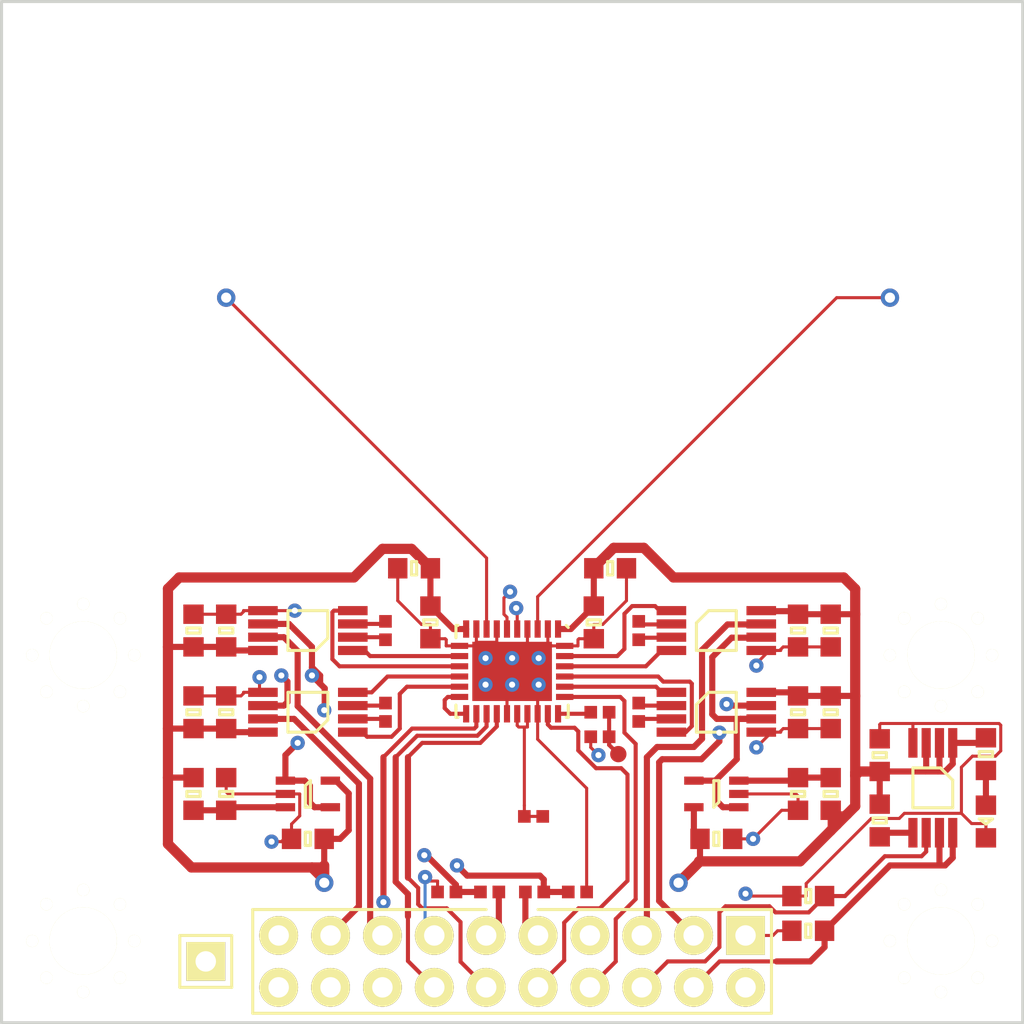
<source format=kicad_pcb>
(kicad_pcb (version 20171130) (host pcbnew "(5.1.12)-1")

  (general
    (thickness 1.6)
    (drawings 5)
    (tracks 577)
    (zones 0)
    (modules 52)
    (nets 46)
  )

  (page A0)
  (layers
    (0 F.Cu signal)
    (1 In1.Cu signal)
    (2 In2.Cu signal)
    (31 B.Cu signal)
    (32 B.Adhes user hide)
    (33 F.Adhes user hide)
    (34 B.Paste user hide)
    (35 F.Paste user hide)
    (36 B.SilkS user hide)
    (37 F.SilkS user hide)
    (38 B.Mask user hide)
    (39 F.Mask user hide)
    (40 Dwgs.User user hide)
    (41 Cmts.User user hide)
    (44 Edge.Cuts user)
    (45 Margin user hide)
    (46 B.CrtYd user hide)
    (47 F.CrtYd user hide)
    (48 B.Fab user hide)
    (49 F.Fab user hide)
  )

  (setup
    (last_trace_width 0.15)
    (user_trace_width 0.15)
    (user_trace_width 0.2)
    (user_trace_width 0.3)
    (user_trace_width 0.5)
    (user_trace_width 0.54)
    (trace_clearance 0.15)
    (zone_clearance 0.3)
    (zone_45_only no)
    (trace_min 0.15)
    (via_size 0.7)
    (via_drill 0.3)
    (via_min_size 0.7)
    (via_min_drill 0.3)
    (user_via 0.8 0.4)
    (uvia_size 0.3)
    (uvia_drill 0.1)
    (uvias_allowed no)
    (uvia_min_size 0.2)
    (uvia_min_drill 0.1)
    (edge_width 0.15)
    (segment_width 0.2)
    (pcb_text_width 0.3)
    (pcb_text_size 1.5 1.5)
    (mod_edge_width 0.15)
    (mod_text_size 1 1)
    (mod_text_width 0.15)
    (pad_size 0.7 0.7)
    (pad_drill 0.3)
    (pad_to_mask_clearance 0)
    (aux_axis_origin 0 0)
    (visible_elements 7FFFFFFF)
    (pcbplotparams
      (layerselection 0x010e8_ffffffff)
      (usegerberextensions true)
      (usegerberattributes true)
      (usegerberadvancedattributes true)
      (creategerberjobfile true)
      (excludeedgelayer true)
      (linewidth 0.100000)
      (plotframeref false)
      (viasonmask false)
      (mode 1)
      (useauxorigin false)
      (hpglpennumber 1)
      (hpglpenspeed 20)
      (hpglpendiameter 15.000000)
      (psnegative false)
      (psa4output false)
      (plotreference false)
      (plotvalue false)
      (plotinvisibletext false)
      (padsonsilk false)
      (subtractmaskfromsilk true)
      (outputformat 1)
      (mirror false)
      (drillshape 0)
      (scaleselection 1)
      (outputdirectory "gerber/"))
  )

  (net 0 "")
  (net 1 GND)
  (net 2 "Net-(IC3-Pad3)")
  (net 3 3v3)
  (net 4 "Net-(C5-Pad1)")
  (net 5 "Net-(C6-Pad2)")
  (net 6 /IFQ2_N)
  (net 7 /IFQ2_P)
  (net 8 /IFI2_P)
  (net 9 /IFI2_N)
  (net 10 "Net-(IC2-Pad16)")
  (net 11 /~CS)
  (net 12 /CLK)
  (net 13 /SI)
  (net 14 /ANA)
  (net 15 "Net-(C9-Pad2)")
  (net 16 /FREQ)
  (net 17 /IFI1_N)
  (net 18 /IFI1_P)
  (net 19 /IFQ1_P)
  (net 20 /IFQ1_N)
  (net 21 "Net-(C2-Pad1)")
  (net 22 VBATT)
  (net 23 /IFI1)
  (net 24 "Net-(IC4-Pad3)")
  (net 25 "Net-(IC4-Pad2)")
  (net 26 "Net-(IC5-Pad2)")
  (net 27 "Net-(IC5-Pad3)")
  (net 28 /IFQ1)
  (net 29 /IFI2)
  (net 30 "Net-(IC6-Pad3)")
  (net 31 "Net-(IC6-Pad2)")
  (net 32 "Net-(IC7-Pad2)")
  (net 33 "Net-(IC7-Pad3)")
  (net 34 /FINE)
  (net 35 /COARSE)
  (net 36 /IFQ2)
  (net 37 "Net-(C9-Pad1)")
  (net 38 /~SD)
  (net 39 "Net-(IC8-Pad3)")
  (net 40 /VREF2)
  (net 41 /VREF1)
  (net 42 /RX1)
  (net 43 /RX2)
  (net 44 /TX)
  (net 45 "Net-(D1-Pad2)")

  (net_class Default ""
    (clearance 0.15)
    (trace_width 0.15)
    (via_dia 0.7)
    (via_drill 0.3)
    (uvia_dia 0.3)
    (uvia_drill 0.1)
    (add_net /ANA)
    (add_net /CLK)
    (add_net /COARSE)
    (add_net /FINE)
    (add_net /FREQ)
    (add_net /IFI1)
    (add_net /IFI1_N)
    (add_net /IFI1_P)
    (add_net /IFI2)
    (add_net /IFI2_N)
    (add_net /IFI2_P)
    (add_net /IFQ1)
    (add_net /IFQ1_N)
    (add_net /IFQ1_P)
    (add_net /IFQ2)
    (add_net /IFQ2_N)
    (add_net /IFQ2_P)
    (add_net /RX1)
    (add_net /RX2)
    (add_net /SI)
    (add_net /TX)
    (add_net /VREF1)
    (add_net /VREF2)
    (add_net /~CS)
    (add_net /~SD)
    (add_net 3v3)
    (add_net GND)
    (add_net "Net-(C2-Pad1)")
    (add_net "Net-(C5-Pad1)")
    (add_net "Net-(C6-Pad2)")
    (add_net "Net-(C9-Pad1)")
    (add_net "Net-(C9-Pad2)")
    (add_net "Net-(D1-Pad2)")
    (add_net "Net-(IC2-Pad16)")
    (add_net "Net-(IC3-Pad3)")
    (add_net "Net-(IC4-Pad2)")
    (add_net "Net-(IC4-Pad3)")
    (add_net "Net-(IC5-Pad2)")
    (add_net "Net-(IC5-Pad3)")
    (add_net "Net-(IC6-Pad2)")
    (add_net "Net-(IC6-Pad3)")
    (add_net "Net-(IC7-Pad2)")
    (add_net "Net-(IC7-Pad3)")
    (add_net "Net-(IC8-Pad3)")
    (add_net VBATT)
  )

  (module X0 (layer B.Cu) (tedit 591DF9F7) (tstamp 591DCFC0)
    (at 93.5 64.5 90)
    (fp_text reference AE2 (at 0 0 90) (layer B.Fab) hide
      (effects (font (size 1.524 1.524) (thickness 0.15)) (justify mirror))
    )
    (fp_text value "" (at 0 0 90) (layer B.SilkS)
      (effects (font (size 1.524 1.524) (thickness 0.15)) (justify mirror))
    )
    (pad 1 thru_hole circle (at 0 0 90) (size 0.9 0.9) (drill 0.5) (layers *.Cu)
      (net 42 /RX1) (zone_connect 2))
  )

  (module agg:0603 (layer F.Cu) (tedit 57654490) (tstamp 591C54B3)
    (at 59.4 84.8 90)
    (path /591C0474)
    (fp_text reference C20 (at -2.225 0 180) (layer F.Fab)
      (effects (font (size 1 1) (thickness 0.15)))
    )
    (fp_text value 10µ (at 2.225 0 180) (layer F.Fab)
      (effects (font (size 1 1) (thickness 0.15)))
    )
    (fp_line (start -1.55 0.75) (end -1.55 -0.75) (layer F.CrtYd) (width 0.01))
    (fp_line (start 1.55 0.75) (end -1.55 0.75) (layer F.CrtYd) (width 0.01))
    (fp_line (start 1.55 -0.75) (end 1.55 0.75) (layer F.CrtYd) (width 0.01))
    (fp_line (start -1.55 -0.75) (end 1.55 -0.75) (layer F.CrtYd) (width 0.01))
    (fp_line (start -0.125 0.325) (end -0.125 -0.325) (layer F.SilkS) (width 0.15))
    (fp_line (start 0.125 0.325) (end -0.125 0.325) (layer F.SilkS) (width 0.15))
    (fp_line (start 0.125 -0.325) (end 0.125 0.325) (layer F.SilkS) (width 0.15))
    (fp_line (start -0.125 -0.325) (end 0.125 -0.325) (layer F.SilkS) (width 0.15))
    (fp_line (start 0.45 -0.4) (end 0.45 0.4) (layer F.Fab) (width 0.01))
    (fp_line (start -0.45 -0.4) (end -0.45 0.4) (layer F.Fab) (width 0.01))
    (fp_line (start -0.8 0.4) (end -0.8 -0.4) (layer F.Fab) (width 0.01))
    (fp_line (start 0.8 0.4) (end -0.8 0.4) (layer F.Fab) (width 0.01))
    (fp_line (start 0.8 -0.4) (end 0.8 0.4) (layer F.Fab) (width 0.01))
    (fp_line (start -0.8 -0.4) (end 0.8 -0.4) (layer F.Fab) (width 0.01))
    (pad 2 smd rect (at 0.8 0 90) (size 0.95 1) (layers F.Cu F.Paste F.Mask)
      (net 1 GND))
    (pad 1 smd rect (at -0.8 0 90) (size 0.95 1) (layers F.Cu F.Paste F.Mask)
      (net 3 3v3))
    (model ${KISYS3DMOD}/Capacitors_SMD.3dshapes/C_0603.wrl
      (at (xyz 0 0 0))
      (scale (xyz 1 1 1))
      (rotate (xyz 0 0 0))
    )
  )

  (module agg:0603 (layer F.Cu) (tedit 57654490) (tstamp 591C5479)
    (at 90.6 84.8 270)
    (path /591BFF8E)
    (fp_text reference C19 (at -2.225 0) (layer F.Fab)
      (effects (font (size 1 1) (thickness 0.15)))
    )
    (fp_text value 10µ (at 2.225 0) (layer F.Fab)
      (effects (font (size 1 1) (thickness 0.15)))
    )
    (fp_line (start -0.8 -0.4) (end 0.8 -0.4) (layer F.Fab) (width 0.01))
    (fp_line (start 0.8 -0.4) (end 0.8 0.4) (layer F.Fab) (width 0.01))
    (fp_line (start 0.8 0.4) (end -0.8 0.4) (layer F.Fab) (width 0.01))
    (fp_line (start -0.8 0.4) (end -0.8 -0.4) (layer F.Fab) (width 0.01))
    (fp_line (start -0.45 -0.4) (end -0.45 0.4) (layer F.Fab) (width 0.01))
    (fp_line (start 0.45 -0.4) (end 0.45 0.4) (layer F.Fab) (width 0.01))
    (fp_line (start -0.125 -0.325) (end 0.125 -0.325) (layer F.SilkS) (width 0.15))
    (fp_line (start 0.125 -0.325) (end 0.125 0.325) (layer F.SilkS) (width 0.15))
    (fp_line (start 0.125 0.325) (end -0.125 0.325) (layer F.SilkS) (width 0.15))
    (fp_line (start -0.125 0.325) (end -0.125 -0.325) (layer F.SilkS) (width 0.15))
    (fp_line (start -1.55 -0.75) (end 1.55 -0.75) (layer F.CrtYd) (width 0.01))
    (fp_line (start 1.55 -0.75) (end 1.55 0.75) (layer F.CrtYd) (width 0.01))
    (fp_line (start 1.55 0.75) (end -1.55 0.75) (layer F.CrtYd) (width 0.01))
    (fp_line (start -1.55 0.75) (end -1.55 -0.75) (layer F.CrtYd) (width 0.01))
    (pad 1 smd rect (at -0.8 0 270) (size 0.95 1) (layers F.Cu F.Paste F.Mask)
      (net 3 3v3))
    (pad 2 smd rect (at 0.8 0 270) (size 0.95 1) (layers F.Cu F.Paste F.Mask)
      (net 1 GND))
    (model ${KISYS3DMOD}/Capacitors_SMD.3dshapes/C_0603.wrl
      (at (xyz 0 0 0))
      (scale (xyz 1 1 1))
      (rotate (xyz 0 0 0))
    )
  )

  (module agg:0603-LED (layer F.Cu) (tedit 5765467B) (tstamp 591C3B15)
    (at 98.2 90.15 90)
    (path /591BCF8E)
    (fp_text reference D1 (at -2.225 0 180) (layer F.Fab)
      (effects (font (size 1 1) (thickness 0.15)))
    )
    (fp_text value LED (at 2.225 0 180) (layer F.Fab)
      (effects (font (size 1 1) (thickness 0.15)))
    )
    (fp_line (start -0.8 -0.4) (end 0.8 -0.4) (layer F.Fab) (width 0.01))
    (fp_line (start 0.8 -0.4) (end 0.8 0.4) (layer F.Fab) (width 0.01))
    (fp_line (start 0.8 0.4) (end -0.8 0.4) (layer F.Fab) (width 0.01))
    (fp_line (start -0.8 0.4) (end -0.8 -0.4) (layer F.Fab) (width 0.01))
    (fp_line (start -0.4 -0.4) (end -0.4 0.4) (layer F.Fab) (width 0.01))
    (fp_line (start -0.55 -0.4) (end -0.55 0.4) (layer F.Fab) (width 0.01))
    (fp_line (start 0.55 -0.4) (end 0.55 0.4) (layer F.Fab) (width 0.01))
    (fp_line (start -0.125 0) (end 0.125 -0.325) (layer F.SilkS) (width 0.15))
    (fp_line (start -0.125 0) (end 0.125 0.325) (layer F.SilkS) (width 0.15))
    (fp_line (start 0.125 -0.325) (end 0.125 0.325) (layer F.SilkS) (width 0.15))
    (fp_line (start -1.55 -0.75) (end 1.55 -0.75) (layer F.CrtYd) (width 0.01))
    (fp_line (start 1.55 -0.75) (end 1.55 0.75) (layer F.CrtYd) (width 0.01))
    (fp_line (start 1.55 0.75) (end -1.55 0.75) (layer F.CrtYd) (width 0.01))
    (fp_line (start -1.55 0.75) (end -1.55 -0.75) (layer F.CrtYd) (width 0.01))
    (pad 1 smd rect (at -0.8 0 90) (size 0.95 1) (layers F.Cu F.Paste F.Mask)
      (net 1 GND))
    (pad 2 smd rect (at 0.8 0 90) (size 0.95 1) (layers F.Cu F.Paste F.Mask)
      (net 45 "Net-(D1-Pad2)"))
    (model ${KISYS3DMOD}/LEDs.3dshapes/LED_0603.wrl
      (at (xyz 0 0 0))
      (scale (xyz 1 1 1))
      (rotate (xyz 0 0 180))
    )
  )

  (module agg:0603 (layer F.Cu) (tedit 57654490) (tstamp 591C2576)
    (at 98.2 86.85 270)
    (path /591BEA03)
    (fp_text reference R14 (at -2.225 0) (layer F.Fab)
      (effects (font (size 1 1) (thickness 0.15)))
    )
    (fp_text value 1k (at 2.225 0) (layer F.Fab)
      (effects (font (size 1 1) (thickness 0.15)))
    )
    (fp_line (start -0.8 -0.4) (end 0.8 -0.4) (layer F.Fab) (width 0.01))
    (fp_line (start 0.8 -0.4) (end 0.8 0.4) (layer F.Fab) (width 0.01))
    (fp_line (start 0.8 0.4) (end -0.8 0.4) (layer F.Fab) (width 0.01))
    (fp_line (start -0.8 0.4) (end -0.8 -0.4) (layer F.Fab) (width 0.01))
    (fp_line (start -0.45 -0.4) (end -0.45 0.4) (layer F.Fab) (width 0.01))
    (fp_line (start 0.45 -0.4) (end 0.45 0.4) (layer F.Fab) (width 0.01))
    (fp_line (start -0.125 -0.325) (end 0.125 -0.325) (layer F.SilkS) (width 0.15))
    (fp_line (start 0.125 -0.325) (end 0.125 0.325) (layer F.SilkS) (width 0.15))
    (fp_line (start 0.125 0.325) (end -0.125 0.325) (layer F.SilkS) (width 0.15))
    (fp_line (start -0.125 0.325) (end -0.125 -0.325) (layer F.SilkS) (width 0.15))
    (fp_line (start -1.55 -0.75) (end 1.55 -0.75) (layer F.CrtYd) (width 0.01))
    (fp_line (start 1.55 -0.75) (end 1.55 0.75) (layer F.CrtYd) (width 0.01))
    (fp_line (start 1.55 0.75) (end -1.55 0.75) (layer F.CrtYd) (width 0.01))
    (fp_line (start -1.55 0.75) (end -1.55 -0.75) (layer F.CrtYd) (width 0.01))
    (pad 1 smd rect (at -0.8 0 270) (size 0.95 1) (layers F.Cu F.Paste F.Mask)
      (net 3 3v3))
    (pad 2 smd rect (at 0.8 0 270) (size 0.95 1) (layers F.Cu F.Paste F.Mask)
      (net 45 "Net-(D1-Pad2)"))
    (model ${KISYS3DMOD}/Resistors_SMD.3dshapes/R_0603.wrl
      (at (xyz 0 0 0))
      (scale (xyz 1 1 1))
      (rotate (xyz 0 0 0))
    )
  )

  (module agg:0603 (layer F.Cu) (tedit 57654490) (tstamp 591BDA73)
    (at 79.8 77.75)
    (path /591BCCC7)
    (fp_text reference C18 (at -2.225 0 90) (layer F.Fab)
      (effects (font (size 1 1) (thickness 0.15)))
    )
    (fp_text value 1µ (at 2.225 0 90) (layer F.Fab)
      (effects (font (size 1 1) (thickness 0.15)))
    )
    (fp_line (start -0.8 -0.4) (end 0.8 -0.4) (layer F.Fab) (width 0.01))
    (fp_line (start 0.8 -0.4) (end 0.8 0.4) (layer F.Fab) (width 0.01))
    (fp_line (start 0.8 0.4) (end -0.8 0.4) (layer F.Fab) (width 0.01))
    (fp_line (start -0.8 0.4) (end -0.8 -0.4) (layer F.Fab) (width 0.01))
    (fp_line (start -0.45 -0.4) (end -0.45 0.4) (layer F.Fab) (width 0.01))
    (fp_line (start 0.45 -0.4) (end 0.45 0.4) (layer F.Fab) (width 0.01))
    (fp_line (start -0.125 -0.325) (end 0.125 -0.325) (layer F.SilkS) (width 0.15))
    (fp_line (start 0.125 -0.325) (end 0.125 0.325) (layer F.SilkS) (width 0.15))
    (fp_line (start 0.125 0.325) (end -0.125 0.325) (layer F.SilkS) (width 0.15))
    (fp_line (start -0.125 0.325) (end -0.125 -0.325) (layer F.SilkS) (width 0.15))
    (fp_line (start -1.55 -0.75) (end 1.55 -0.75) (layer F.CrtYd) (width 0.01))
    (fp_line (start 1.55 -0.75) (end 1.55 0.75) (layer F.CrtYd) (width 0.01))
    (fp_line (start 1.55 0.75) (end -1.55 0.75) (layer F.CrtYd) (width 0.01))
    (fp_line (start -1.55 0.75) (end -1.55 -0.75) (layer F.CrtYd) (width 0.01))
    (pad 1 smd rect (at -0.8 0) (size 0.95 1) (layers F.Cu F.Paste F.Mask)
      (net 3 3v3))
    (pad 2 smd rect (at 0.8 0) (size 0.95 1) (layers F.Cu F.Paste F.Mask)
      (net 1 GND))
    (model ${KISYS3DMOD}/Capacitors_SMD.3dshapes/C_0603.wrl
      (at (xyz 0 0 0))
      (scale (xyz 1 1 1))
      (rotate (xyz 0 0 0))
    )
  )

  (module agg:0402 (layer F.Cu) (tedit 57654490) (tstamp 591AA3E6)
    (at 79.3 86)
    (path /591A438F)
    (fp_text reference R3 (at -1.71 0 90) (layer F.Fab)
      (effects (font (size 1 1) (thickness 0.15)))
    )
    (fp_text value 50 (at 1.71 0 90) (layer F.Fab)
      (effects (font (size 1 1) (thickness 0.15)))
    )
    (fp_line (start -1.05 0.6) (end -1.05 -0.6) (layer F.CrtYd) (width 0.01))
    (fp_line (start 1.05 0.6) (end -1.05 0.6) (layer F.CrtYd) (width 0.01))
    (fp_line (start 1.05 -0.6) (end 1.05 0.6) (layer F.CrtYd) (width 0.01))
    (fp_line (start -1.05 -0.6) (end 1.05 -0.6) (layer F.CrtYd) (width 0.01))
    (fp_line (start 0.2 -0.25) (end 0.2 0.25) (layer F.Fab) (width 0.01))
    (fp_line (start -0.2 -0.25) (end -0.2 0.25) (layer F.Fab) (width 0.01))
    (fp_line (start -0.5 0.25) (end -0.5 -0.25) (layer F.Fab) (width 0.01))
    (fp_line (start 0.5 0.25) (end -0.5 0.25) (layer F.Fab) (width 0.01))
    (fp_line (start 0.5 -0.25) (end 0.5 0.25) (layer F.Fab) (width 0.01))
    (fp_line (start -0.5 -0.25) (end 0.5 -0.25) (layer F.Fab) (width 0.01))
    (pad 2 smd rect (at 0.45 0) (size 0.62 0.62) (layers F.Cu F.Paste F.Mask)
      (net 37 "Net-(C9-Pad1)"))
    (pad 1 smd rect (at -0.45 0) (size 0.62 0.62) (layers F.Cu F.Paste F.Mask)
      (net 1 GND))
    (model ${KISYS3DMOD}/Resistors_SMD.3dshapes/R_0402.wrl
      (at (xyz 0 0 0))
      (scale (xyz 1 1 1))
      (rotate (xyz 0 0 0))
    )
  )

  (module agg:0402 (layer F.Cu) (tedit 57654490) (tstamp 591BABC4)
    (at 68.8 84.8 270)
    (path /591A9294)
    (fp_text reference R8 (at -1.71 0) (layer F.Fab)
      (effects (font (size 1 1) (thickness 0.15)))
    )
    (fp_text value 5k49 (at 1.71 0) (layer F.Fab)
      (effects (font (size 1 1) (thickness 0.15)))
    )
    (fp_line (start -0.5 -0.25) (end 0.5 -0.25) (layer F.Fab) (width 0.01))
    (fp_line (start 0.5 -0.25) (end 0.5 0.25) (layer F.Fab) (width 0.01))
    (fp_line (start 0.5 0.25) (end -0.5 0.25) (layer F.Fab) (width 0.01))
    (fp_line (start -0.5 0.25) (end -0.5 -0.25) (layer F.Fab) (width 0.01))
    (fp_line (start -0.2 -0.25) (end -0.2 0.25) (layer F.Fab) (width 0.01))
    (fp_line (start 0.2 -0.25) (end 0.2 0.25) (layer F.Fab) (width 0.01))
    (fp_line (start -1.05 -0.6) (end 1.05 -0.6) (layer F.CrtYd) (width 0.01))
    (fp_line (start 1.05 -0.6) (end 1.05 0.6) (layer F.CrtYd) (width 0.01))
    (fp_line (start 1.05 0.6) (end -1.05 0.6) (layer F.CrtYd) (width 0.01))
    (fp_line (start -1.05 0.6) (end -1.05 -0.6) (layer F.CrtYd) (width 0.01))
    (pad 1 smd rect (at -0.45 0 270) (size 0.62 0.62) (layers F.Cu F.Paste F.Mask)
      (net 30 "Net-(IC6-Pad3)"))
    (pad 2 smd rect (at 0.45 0 270) (size 0.62 0.62) (layers F.Cu F.Paste F.Mask)
      (net 31 "Net-(IC6-Pad2)"))
    (model ${KISYS3DMOD}/Resistors_SMD.3dshapes/R_0402.wrl
      (at (xyz 0 0 0))
      (scale (xyz 1 1 1))
      (rotate (xyz 0 0 0))
    )
  )

  (module agg:0402 (layer F.Cu) (tedit 57654490) (tstamp 591BAB97)
    (at 81.2 80.8 90)
    (path /591A9136)
    (fp_text reference R7 (at -1.71 0 180) (layer F.Fab)
      (effects (font (size 1 1) (thickness 0.15)))
    )
    (fp_text value 5k49 (at 1.71 0 180) (layer F.Fab)
      (effects (font (size 1 1) (thickness 0.15)))
    )
    (fp_line (start -1.05 0.6) (end -1.05 -0.6) (layer F.CrtYd) (width 0.01))
    (fp_line (start 1.05 0.6) (end -1.05 0.6) (layer F.CrtYd) (width 0.01))
    (fp_line (start 1.05 -0.6) (end 1.05 0.6) (layer F.CrtYd) (width 0.01))
    (fp_line (start -1.05 -0.6) (end 1.05 -0.6) (layer F.CrtYd) (width 0.01))
    (fp_line (start 0.2 -0.25) (end 0.2 0.25) (layer F.Fab) (width 0.01))
    (fp_line (start -0.2 -0.25) (end -0.2 0.25) (layer F.Fab) (width 0.01))
    (fp_line (start -0.5 0.25) (end -0.5 -0.25) (layer F.Fab) (width 0.01))
    (fp_line (start 0.5 0.25) (end -0.5 0.25) (layer F.Fab) (width 0.01))
    (fp_line (start 0.5 -0.25) (end 0.5 0.25) (layer F.Fab) (width 0.01))
    (fp_line (start -0.5 -0.25) (end 0.5 -0.25) (layer F.Fab) (width 0.01))
    (pad 2 smd rect (at 0.45 0 90) (size 0.62 0.62) (layers F.Cu F.Paste F.Mask)
      (net 26 "Net-(IC5-Pad2)"))
    (pad 1 smd rect (at -0.45 0 90) (size 0.62 0.62) (layers F.Cu F.Paste F.Mask)
      (net 27 "Net-(IC5-Pad3)"))
    (model ${KISYS3DMOD}/Resistors_SMD.3dshapes/R_0402.wrl
      (at (xyz 0 0 0))
      (scale (xyz 1 1 1))
      (rotate (xyz 0 0 0))
    )
  )

  (module agg:0402 (layer F.Cu) (tedit 57654490) (tstamp 591BAB6A)
    (at 81.2 84.8 90)
    (path /591A775C)
    (fp_text reference R6 (at -1.71 0 180) (layer F.Fab)
      (effects (font (size 1 1) (thickness 0.15)))
    )
    (fp_text value 5k49 (at 1.71 0 180) (layer F.Fab)
      (effects (font (size 1 1) (thickness 0.15)))
    )
    (fp_line (start -0.5 -0.25) (end 0.5 -0.25) (layer F.Fab) (width 0.01))
    (fp_line (start 0.5 -0.25) (end 0.5 0.25) (layer F.Fab) (width 0.01))
    (fp_line (start 0.5 0.25) (end -0.5 0.25) (layer F.Fab) (width 0.01))
    (fp_line (start -0.5 0.25) (end -0.5 -0.25) (layer F.Fab) (width 0.01))
    (fp_line (start -0.2 -0.25) (end -0.2 0.25) (layer F.Fab) (width 0.01))
    (fp_line (start 0.2 -0.25) (end 0.2 0.25) (layer F.Fab) (width 0.01))
    (fp_line (start -1.05 -0.6) (end 1.05 -0.6) (layer F.CrtYd) (width 0.01))
    (fp_line (start 1.05 -0.6) (end 1.05 0.6) (layer F.CrtYd) (width 0.01))
    (fp_line (start 1.05 0.6) (end -1.05 0.6) (layer F.CrtYd) (width 0.01))
    (fp_line (start -1.05 0.6) (end -1.05 -0.6) (layer F.CrtYd) (width 0.01))
    (pad 1 smd rect (at -0.45 0 90) (size 0.62 0.62) (layers F.Cu F.Paste F.Mask)
      (net 24 "Net-(IC4-Pad3)"))
    (pad 2 smd rect (at 0.45 0 90) (size 0.62 0.62) (layers F.Cu F.Paste F.Mask)
      (net 25 "Net-(IC4-Pad2)"))
    (model ${KISYS3DMOD}/Resistors_SMD.3dshapes/R_0402.wrl
      (at (xyz 0 0 0))
      (scale (xyz 1 1 1))
      (rotate (xyz 0 0 0))
    )
  )

  (module agg:0402 (layer F.Cu) (tedit 57654490) (tstamp 591BAAA7)
    (at 68.8 80.8 270)
    (path /591A94E1)
    (fp_text reference R9 (at -1.71 0) (layer F.Fab)
      (effects (font (size 1 1) (thickness 0.15)))
    )
    (fp_text value 5k49 (at 1.71 0) (layer F.Fab)
      (effects (font (size 1 1) (thickness 0.15)))
    )
    (fp_line (start -0.5 -0.25) (end 0.5 -0.25) (layer F.Fab) (width 0.01))
    (fp_line (start 0.5 -0.25) (end 0.5 0.25) (layer F.Fab) (width 0.01))
    (fp_line (start 0.5 0.25) (end -0.5 0.25) (layer F.Fab) (width 0.01))
    (fp_line (start -0.5 0.25) (end -0.5 -0.25) (layer F.Fab) (width 0.01))
    (fp_line (start -0.2 -0.25) (end -0.2 0.25) (layer F.Fab) (width 0.01))
    (fp_line (start 0.2 -0.25) (end 0.2 0.25) (layer F.Fab) (width 0.01))
    (fp_line (start -1.05 -0.6) (end 1.05 -0.6) (layer F.CrtYd) (width 0.01))
    (fp_line (start 1.05 -0.6) (end 1.05 0.6) (layer F.CrtYd) (width 0.01))
    (fp_line (start 1.05 0.6) (end -1.05 0.6) (layer F.CrtYd) (width 0.01))
    (fp_line (start -1.05 0.6) (end -1.05 -0.6) (layer F.CrtYd) (width 0.01))
    (pad 1 smd rect (at -0.45 0 270) (size 0.62 0.62) (layers F.Cu F.Paste F.Mask)
      (net 33 "Net-(IC7-Pad3)"))
    (pad 2 smd rect (at 0.45 0 270) (size 0.62 0.62) (layers F.Cu F.Paste F.Mask)
      (net 32 "Net-(IC7-Pad2)"))
    (model ${KISYS3DMOD}/Resistors_SMD.3dshapes/R_0402.wrl
      (at (xyz 0 0 0))
      (scale (xyz 1 1 1))
      (rotate (xyz 0 0 0))
    )
  )

  (module agg:0402 (layer F.Cu) (tedit 57654490) (tstamp 591CFECF)
    (at 71.8 93.6)
    (path /591A5FD9)
    (fp_text reference C6 (at -1.71 0 90) (layer F.Fab)
      (effects (font (size 1 1) (thickness 0.15)))
    )
    (fp_text value 100n (at 1.71 0 90) (layer F.Fab)
      (effects (font (size 1 1) (thickness 0.15)))
    )
    (fp_line (start -1.05 0.6) (end -1.05 -0.6) (layer F.CrtYd) (width 0.01))
    (fp_line (start 1.05 0.6) (end -1.05 0.6) (layer F.CrtYd) (width 0.01))
    (fp_line (start 1.05 -0.6) (end 1.05 0.6) (layer F.CrtYd) (width 0.01))
    (fp_line (start -1.05 -0.6) (end 1.05 -0.6) (layer F.CrtYd) (width 0.01))
    (fp_line (start 0.2 -0.25) (end 0.2 0.25) (layer F.Fab) (width 0.01))
    (fp_line (start -0.2 -0.25) (end -0.2 0.25) (layer F.Fab) (width 0.01))
    (fp_line (start -0.5 0.25) (end -0.5 -0.25) (layer F.Fab) (width 0.01))
    (fp_line (start 0.5 0.25) (end -0.5 0.25) (layer F.Fab) (width 0.01))
    (fp_line (start 0.5 -0.25) (end 0.5 0.25) (layer F.Fab) (width 0.01))
    (fp_line (start -0.5 -0.25) (end 0.5 -0.25) (layer F.Fab) (width 0.01))
    (pad 2 smd rect (at 0.45 0) (size 0.62 0.62) (layers F.Cu F.Paste F.Mask)
      (net 5 "Net-(C6-Pad2)"))
    (pad 1 smd rect (at -0.45 0) (size 0.62 0.62) (layers F.Cu F.Paste F.Mask)
      (net 1 GND))
    (model ${KISYS3DMOD}/Capacitors_SMD.3dshapes/C_0402.wrl
      (at (xyz 0 0 0))
      (scale (xyz 1 1 1))
      (rotate (xyz 0 0 0))
    )
  )

  (module agg:0402 (layer F.Cu) (tedit 57654490) (tstamp 591CFEA2)
    (at 78.2 93.6)
    (path /591A4F97)
    (fp_text reference C5 (at -1.71 0 90) (layer F.Fab)
      (effects (font (size 1 1) (thickness 0.15)))
    )
    (fp_text value 100n (at 1.71 0 90) (layer F.Fab)
      (effects (font (size 1 1) (thickness 0.15)))
    )
    (fp_line (start -0.5 -0.25) (end 0.5 -0.25) (layer F.Fab) (width 0.01))
    (fp_line (start 0.5 -0.25) (end 0.5 0.25) (layer F.Fab) (width 0.01))
    (fp_line (start 0.5 0.25) (end -0.5 0.25) (layer F.Fab) (width 0.01))
    (fp_line (start -0.5 0.25) (end -0.5 -0.25) (layer F.Fab) (width 0.01))
    (fp_line (start -0.2 -0.25) (end -0.2 0.25) (layer F.Fab) (width 0.01))
    (fp_line (start 0.2 -0.25) (end 0.2 0.25) (layer F.Fab) (width 0.01))
    (fp_line (start -1.05 -0.6) (end 1.05 -0.6) (layer F.CrtYd) (width 0.01))
    (fp_line (start 1.05 -0.6) (end 1.05 0.6) (layer F.CrtYd) (width 0.01))
    (fp_line (start 1.05 0.6) (end -1.05 0.6) (layer F.CrtYd) (width 0.01))
    (fp_line (start -1.05 0.6) (end -1.05 -0.6) (layer F.CrtYd) (width 0.01))
    (pad 1 smd rect (at -0.45 0) (size 0.62 0.62) (layers F.Cu F.Paste F.Mask)
      (net 4 "Net-(C5-Pad1)"))
    (pad 2 smd rect (at 0.45 0) (size 0.62 0.62) (layers F.Cu F.Paste F.Mask)
      (net 1 GND))
    (model ${KISYS3DMOD}/Capacitors_SMD.3dshapes/C_0402.wrl
      (at (xyz 0 0 0))
      (scale (xyz 1 1 1))
      (rotate (xyz 0 0 0))
    )
  )

  (module agg:0402 (layer F.Cu) (tedit 57654490) (tstamp 591CEC37)
    (at 76.1 93.6)
    (path /591A4F49)
    (fp_text reference R1 (at -1.71 0 90) (layer F.Fab)
      (effects (font (size 1 1) (thickness 0.15)))
    )
    (fp_text value 100 (at 1.71 0 90) (layer F.Fab)
      (effects (font (size 1 1) (thickness 0.15)))
    )
    (fp_line (start -1.05 0.6) (end -1.05 -0.6) (layer F.CrtYd) (width 0.01))
    (fp_line (start 1.05 0.6) (end -1.05 0.6) (layer F.CrtYd) (width 0.01))
    (fp_line (start 1.05 -0.6) (end 1.05 0.6) (layer F.CrtYd) (width 0.01))
    (fp_line (start -1.05 -0.6) (end 1.05 -0.6) (layer F.CrtYd) (width 0.01))
    (fp_line (start 0.2 -0.25) (end 0.2 0.25) (layer F.Fab) (width 0.01))
    (fp_line (start -0.2 -0.25) (end -0.2 0.25) (layer F.Fab) (width 0.01))
    (fp_line (start -0.5 0.25) (end -0.5 -0.25) (layer F.Fab) (width 0.01))
    (fp_line (start 0.5 0.25) (end -0.5 0.25) (layer F.Fab) (width 0.01))
    (fp_line (start 0.5 -0.25) (end 0.5 0.25) (layer F.Fab) (width 0.01))
    (fp_line (start -0.5 -0.25) (end 0.5 -0.25) (layer F.Fab) (width 0.01))
    (pad 2 smd rect (at 0.45 0) (size 0.62 0.62) (layers F.Cu F.Paste F.Mask)
      (net 4 "Net-(C5-Pad1)"))
    (pad 1 smd rect (at -0.45 0) (size 0.62 0.62) (layers F.Cu F.Paste F.Mask)
      (net 34 /FINE))
    (model ${KISYS3DMOD}/Resistors_SMD.3dshapes/R_0402.wrl
      (at (xyz 0 0 0))
      (scale (xyz 1 1 1))
      (rotate (xyz 0 0 0))
    )
  )

  (module agg:0402 (layer F.Cu) (tedit 57654490) (tstamp 591CEC0A)
    (at 73.9 93.6 180)
    (path /591A57C6)
    (fp_text reference R2 (at -1.71 0 270) (layer F.Fab)
      (effects (font (size 1 1) (thickness 0.15)))
    )
    (fp_text value 100 (at 1.71 0 270) (layer F.Fab)
      (effects (font (size 1 1) (thickness 0.15)))
    )
    (fp_line (start -0.5 -0.25) (end 0.5 -0.25) (layer F.Fab) (width 0.01))
    (fp_line (start 0.5 -0.25) (end 0.5 0.25) (layer F.Fab) (width 0.01))
    (fp_line (start 0.5 0.25) (end -0.5 0.25) (layer F.Fab) (width 0.01))
    (fp_line (start -0.5 0.25) (end -0.5 -0.25) (layer F.Fab) (width 0.01))
    (fp_line (start -0.2 -0.25) (end -0.2 0.25) (layer F.Fab) (width 0.01))
    (fp_line (start 0.2 -0.25) (end 0.2 0.25) (layer F.Fab) (width 0.01))
    (fp_line (start -1.05 -0.6) (end 1.05 -0.6) (layer F.CrtYd) (width 0.01))
    (fp_line (start 1.05 -0.6) (end 1.05 0.6) (layer F.CrtYd) (width 0.01))
    (fp_line (start 1.05 0.6) (end -1.05 0.6) (layer F.CrtYd) (width 0.01))
    (fp_line (start -1.05 0.6) (end -1.05 -0.6) (layer F.CrtYd) (width 0.01))
    (pad 1 smd rect (at -0.45 0 180) (size 0.62 0.62) (layers F.Cu F.Paste F.Mask)
      (net 35 /COARSE))
    (pad 2 smd rect (at 0.45 0 180) (size 0.62 0.62) (layers F.Cu F.Paste F.Mask)
      (net 5 "Net-(C6-Pad2)"))
    (model ${KISYS3DMOD}/Resistors_SMD.3dshapes/R_0402.wrl
      (at (xyz 0 0 0))
      (scale (xyz 1 1 1))
      (rotate (xyz 0 0 0))
    )
  )

  (module agg:0402 (layer F.Cu) (tedit 591B9328) (tstamp 591CBED7)
    (at 76.05 89.9)
    (path /591B9D47)
    (fp_text reference R13 (at -1.71 0 90) (layer F.Fab)
      (effects (font (size 1 1) (thickness 0.15)))
    )
    (fp_text value 100 (at 1.71 0 90) (layer F.Fab)
      (effects (font (size 1 1) (thickness 0.15)))
    )
    (fp_line (start -0.5 -0.25) (end 0.5 -0.25) (layer F.Fab) (width 0.01))
    (fp_line (start 0.5 -0.25) (end 0.5 0.25) (layer F.Fab) (width 0.01))
    (fp_line (start 0.5 0.25) (end -0.5 0.25) (layer F.Fab) (width 0.01))
    (fp_line (start -0.5 0.25) (end -0.5 -0.25) (layer F.Fab) (width 0.01))
    (fp_line (start -0.2 -0.25) (end -0.2 0.25) (layer F.Fab) (width 0.01))
    (fp_line (start 0.2 -0.25) (end 0.2 0.25) (layer F.Fab) (width 0.01))
    (fp_line (start -1.05 -0.6) (end 1.05 -0.6) (layer F.CrtYd) (width 0.01))
    (fp_line (start 1.05 -0.6) (end 1.05 0.6) (layer F.CrtYd) (width 0.01))
    (fp_line (start 1.05 0.6) (end -1.05 0.6) (layer F.CrtYd) (width 0.01))
    (fp_line (start -1.05 0.6) (end -1.05 -0.6) (layer F.CrtYd) (width 0.01))
    (pad 1 smd rect (at -0.45 0) (size 0.62 0.62) (layers F.Cu F.Paste F.Mask)
      (net 44 /TX))
    (pad 2 smd rect (at 0.45 0) (size 0.62 0.62) (layers F.Cu F.Paste F.Mask)
      (net 44 /TX))
    (model ${KISYS3DMOD}/Resistors_SMD.3dshapes/R_0402.wrl
      (at (xyz 0 0 0))
      (scale (xyz 1 1 1))
      (rotate (xyz 0 0 0))
    )
  )

  (module agg:0603 (layer F.Cu) (tedit 57654490) (tstamp 591AA104)
    (at 93 86.9 90)
    (path /591A317D)
    (fp_text reference C3 (at -2.225 0 180) (layer F.Fab)
      (effects (font (size 1 1) (thickness 0.15)))
    )
    (fp_text value 1µ (at 2.225 0 180) (layer F.Fab)
      (effects (font (size 1 1) (thickness 0.15)))
    )
    (fp_line (start -1.55 0.75) (end -1.55 -0.75) (layer F.CrtYd) (width 0.01))
    (fp_line (start 1.55 0.75) (end -1.55 0.75) (layer F.CrtYd) (width 0.01))
    (fp_line (start 1.55 -0.75) (end 1.55 0.75) (layer F.CrtYd) (width 0.01))
    (fp_line (start -1.55 -0.75) (end 1.55 -0.75) (layer F.CrtYd) (width 0.01))
    (fp_line (start -0.125 0.325) (end -0.125 -0.325) (layer F.SilkS) (width 0.15))
    (fp_line (start 0.125 0.325) (end -0.125 0.325) (layer F.SilkS) (width 0.15))
    (fp_line (start 0.125 -0.325) (end 0.125 0.325) (layer F.SilkS) (width 0.15))
    (fp_line (start -0.125 -0.325) (end 0.125 -0.325) (layer F.SilkS) (width 0.15))
    (fp_line (start 0.45 -0.4) (end 0.45 0.4) (layer F.Fab) (width 0.01))
    (fp_line (start -0.45 -0.4) (end -0.45 0.4) (layer F.Fab) (width 0.01))
    (fp_line (start -0.8 0.4) (end -0.8 -0.4) (layer F.Fab) (width 0.01))
    (fp_line (start 0.8 0.4) (end -0.8 0.4) (layer F.Fab) (width 0.01))
    (fp_line (start 0.8 -0.4) (end 0.8 0.4) (layer F.Fab) (width 0.01))
    (fp_line (start -0.8 -0.4) (end 0.8 -0.4) (layer F.Fab) (width 0.01))
    (pad 2 smd rect (at 0.8 0 90) (size 0.95 1) (layers F.Cu F.Paste F.Mask)
      (net 1 GND))
    (pad 1 smd rect (at -0.8 0 90) (size 0.95 1) (layers F.Cu F.Paste F.Mask)
      (net 3 3v3))
    (model ${KISYS3DMOD}/Capacitors_SMD.3dshapes/C_0603.wrl
      (at (xyz 0 0 0))
      (scale (xyz 1 1 1))
      (rotate (xyz 0 0 0))
    )
  )

  (module agg:0603 (layer F.Cu) (tedit 57654490) (tstamp 591C668C)
    (at 79 80.4 270)
    (path /591B72FF)
    (fp_text reference C17 (at -2.225 0) (layer F.Fab)
      (effects (font (size 1 1) (thickness 0.15)))
    )
    (fp_text value 100n (at 2.225 0) (layer F.Fab)
      (effects (font (size 1 1) (thickness 0.15)))
    )
    (fp_line (start -0.8 -0.4) (end 0.8 -0.4) (layer F.Fab) (width 0.01))
    (fp_line (start 0.8 -0.4) (end 0.8 0.4) (layer F.Fab) (width 0.01))
    (fp_line (start 0.8 0.4) (end -0.8 0.4) (layer F.Fab) (width 0.01))
    (fp_line (start -0.8 0.4) (end -0.8 -0.4) (layer F.Fab) (width 0.01))
    (fp_line (start -0.45 -0.4) (end -0.45 0.4) (layer F.Fab) (width 0.01))
    (fp_line (start 0.45 -0.4) (end 0.45 0.4) (layer F.Fab) (width 0.01))
    (fp_line (start -0.125 -0.325) (end 0.125 -0.325) (layer F.SilkS) (width 0.15))
    (fp_line (start 0.125 -0.325) (end 0.125 0.325) (layer F.SilkS) (width 0.15))
    (fp_line (start 0.125 0.325) (end -0.125 0.325) (layer F.SilkS) (width 0.15))
    (fp_line (start -0.125 0.325) (end -0.125 -0.325) (layer F.SilkS) (width 0.15))
    (fp_line (start -1.55 -0.75) (end 1.55 -0.75) (layer F.CrtYd) (width 0.01))
    (fp_line (start 1.55 -0.75) (end 1.55 0.75) (layer F.CrtYd) (width 0.01))
    (fp_line (start 1.55 0.75) (end -1.55 0.75) (layer F.CrtYd) (width 0.01))
    (fp_line (start -1.55 0.75) (end -1.55 -0.75) (layer F.CrtYd) (width 0.01))
    (pad 1 smd rect (at -0.8 0 270) (size 0.95 1) (layers F.Cu F.Paste F.Mask)
      (net 3 3v3))
    (pad 2 smd rect (at 0.8 0 270) (size 0.95 1) (layers F.Cu F.Paste F.Mask)
      (net 1 GND))
    (model ${KISYS3DMOD}/Capacitors_SMD.3dshapes/C_0603.wrl
      (at (xyz 0 0 0))
      (scale (xyz 1 1 1))
      (rotate (xyz 0 0 0))
    )
  )

  (module agg:M3_MOUNT (layer F.Cu) (tedit 5681D0FF) (tstamp 591C4E3F)
    (at 96 82)
    (path /591B3304)
    (fp_text reference X3 (at 0 -4.1) (layer F.Fab) hide
      (effects (font (size 1 1) (thickness 0.15)))
    )
    (fp_text value M3_MOUNT (at 0 4.1) (layer F.Fab) hide
      (effects (font (size 1 1) (thickness 0.15)))
    )
    (fp_line (start -3.4 -3.4) (end 3.4 -3.4) (layer F.CrtYd) (width 0.01))
    (fp_line (start 3.4 -3.4) (end 3.4 3.4) (layer F.CrtYd) (width 0.01))
    (fp_line (start 3.4 3.4) (end -3.4 3.4) (layer F.CrtYd) (width 0.01))
    (fp_line (start -3.4 3.4) (end -3.4 -3.4) (layer F.CrtYd) (width 0.01))
    (pad "" np_thru_hole circle (at 1.8 1.8) (size 0.6 0.6) (drill 0.6) (layers *.Cu *.Mask F.SilkS))
    (pad "" np_thru_hole circle (at -1.8 1.8) (size 0.6 0.6) (drill 0.6) (layers *.Cu *.Mask F.SilkS))
    (pad "" np_thru_hole circle (at 1.8 -1.8) (size 0.6 0.6) (drill 0.6) (layers *.Cu *.Mask F.SilkS))
    (pad "" np_thru_hole circle (at -1.8 -1.8) (size 0.6 0.6) (drill 0.6) (layers *.Cu *.Mask F.SilkS))
    (pad "" np_thru_hole circle (at -2.5 0) (size 0.6 0.6) (drill 0.6) (layers *.Cu *.Mask F.SilkS))
    (pad "" np_thru_hole circle (at 0 2.5) (size 0.6 0.6) (drill 0.6) (layers *.Cu *.Mask F.SilkS))
    (pad "" np_thru_hole circle (at 2.5 0) (size 0.6 0.6) (drill 0.6) (layers *.Cu *.Mask F.SilkS))
    (pad "" np_thru_hole circle (at 0 -2.5) (size 0.6 0.6) (drill 0.6) (layers *.Cu *.Mask F.SilkS))
    (pad "" np_thru_hole circle (at 0 0) (size 3.3 3.3) (drill 3.3) (layers *.Cu *.Mask F.SilkS)
      (solder_mask_margin 1.5) (clearance 1.65))
  )

  (module agg:M3_MOUNT (layer F.Cu) (tedit 5681D0FF) (tstamp 591C4E0E)
    (at 54 82)
    (path /591B340A)
    (fp_text reference X4 (at 0 -4.1) (layer F.Fab) hide
      (effects (font (size 1 1) (thickness 0.15)))
    )
    (fp_text value M3_MOUNT (at 0 4.1) (layer F.Fab) hide
      (effects (font (size 1 1) (thickness 0.15)))
    )
    (fp_line (start -3.4 3.4) (end -3.4 -3.4) (layer F.CrtYd) (width 0.01))
    (fp_line (start 3.4 3.4) (end -3.4 3.4) (layer F.CrtYd) (width 0.01))
    (fp_line (start 3.4 -3.4) (end 3.4 3.4) (layer F.CrtYd) (width 0.01))
    (fp_line (start -3.4 -3.4) (end 3.4 -3.4) (layer F.CrtYd) (width 0.01))
    (pad "" np_thru_hole circle (at 0 0) (size 3.3 3.3) (drill 3.3) (layers *.Cu *.Mask F.SilkS)
      (solder_mask_margin 1.5) (clearance 1.65))
    (pad "" np_thru_hole circle (at 0 -2.5) (size 0.6 0.6) (drill 0.6) (layers *.Cu *.Mask F.SilkS))
    (pad "" np_thru_hole circle (at 2.5 0) (size 0.6 0.6) (drill 0.6) (layers *.Cu *.Mask F.SilkS))
    (pad "" np_thru_hole circle (at 0 2.5) (size 0.6 0.6) (drill 0.6) (layers *.Cu *.Mask F.SilkS))
    (pad "" np_thru_hole circle (at -2.5 0) (size 0.6 0.6) (drill 0.6) (layers *.Cu *.Mask F.SilkS))
    (pad "" np_thru_hole circle (at -1.8 -1.8) (size 0.6 0.6) (drill 0.6) (layers *.Cu *.Mask F.SilkS))
    (pad "" np_thru_hole circle (at 1.8 -1.8) (size 0.6 0.6) (drill 0.6) (layers *.Cu *.Mask F.SilkS))
    (pad "" np_thru_hole circle (at -1.8 1.8) (size 0.6 0.6) (drill 0.6) (layers *.Cu *.Mask F.SilkS))
    (pad "" np_thru_hole circle (at 1.8 1.8) (size 0.6 0.6) (drill 0.6) (layers *.Cu *.Mask F.SilkS))
  )

  (module agg:0603 (layer F.Cu) (tedit 57654490) (tstamp 591C16BC)
    (at 61 88.8 90)
    (path /591B67F9)
    (fp_text reference R12 (at -2.225 0 180) (layer F.Fab)
      (effects (font (size 1 1) (thickness 0.15)))
    )
    (fp_text value 10k (at 2.225 0 180) (layer F.Fab)
      (effects (font (size 1 1) (thickness 0.15)))
    )
    (fp_line (start -1.55 0.75) (end -1.55 -0.75) (layer F.CrtYd) (width 0.01))
    (fp_line (start 1.55 0.75) (end -1.55 0.75) (layer F.CrtYd) (width 0.01))
    (fp_line (start 1.55 -0.75) (end 1.55 0.75) (layer F.CrtYd) (width 0.01))
    (fp_line (start -1.55 -0.75) (end 1.55 -0.75) (layer F.CrtYd) (width 0.01))
    (fp_line (start -0.125 0.325) (end -0.125 -0.325) (layer F.SilkS) (width 0.15))
    (fp_line (start 0.125 0.325) (end -0.125 0.325) (layer F.SilkS) (width 0.15))
    (fp_line (start 0.125 -0.325) (end 0.125 0.325) (layer F.SilkS) (width 0.15))
    (fp_line (start -0.125 -0.325) (end 0.125 -0.325) (layer F.SilkS) (width 0.15))
    (fp_line (start 0.45 -0.4) (end 0.45 0.4) (layer F.Fab) (width 0.01))
    (fp_line (start -0.45 -0.4) (end -0.45 0.4) (layer F.Fab) (width 0.01))
    (fp_line (start -0.8 0.4) (end -0.8 -0.4) (layer F.Fab) (width 0.01))
    (fp_line (start 0.8 0.4) (end -0.8 0.4) (layer F.Fab) (width 0.01))
    (fp_line (start 0.8 -0.4) (end 0.8 0.4) (layer F.Fab) (width 0.01))
    (fp_line (start -0.8 -0.4) (end 0.8 -0.4) (layer F.Fab) (width 0.01))
    (pad 2 smd rect (at 0.8 0 90) (size 0.95 1) (layers F.Cu F.Paste F.Mask)
      (net 1 GND))
    (pad 1 smd rect (at -0.8 0 90) (size 0.95 1) (layers F.Cu F.Paste F.Mask)
      (net 39 "Net-(IC8-Pad3)"))
    (model ${KISYS3DMOD}/Resistors_SMD.3dshapes/R_0603.wrl
      (at (xyz 0 0 0))
      (scale (xyz 1 1 1))
      (rotate (xyz 0 0 0))
    )
  )

  (module agg:0603 (layer F.Cu) (tedit 57654490) (tstamp 591C1682)
    (at 59.4 88.8 270)
    (path /591B67F3)
    (fp_text reference R11 (at -2.225 0) (layer F.Fab)
      (effects (font (size 1 1) (thickness 0.15)))
    )
    (fp_text value 10k (at 2.225 0) (layer F.Fab)
      (effects (font (size 1 1) (thickness 0.15)))
    )
    (fp_line (start -0.8 -0.4) (end 0.8 -0.4) (layer F.Fab) (width 0.01))
    (fp_line (start 0.8 -0.4) (end 0.8 0.4) (layer F.Fab) (width 0.01))
    (fp_line (start 0.8 0.4) (end -0.8 0.4) (layer F.Fab) (width 0.01))
    (fp_line (start -0.8 0.4) (end -0.8 -0.4) (layer F.Fab) (width 0.01))
    (fp_line (start -0.45 -0.4) (end -0.45 0.4) (layer F.Fab) (width 0.01))
    (fp_line (start 0.45 -0.4) (end 0.45 0.4) (layer F.Fab) (width 0.01))
    (fp_line (start -0.125 -0.325) (end 0.125 -0.325) (layer F.SilkS) (width 0.15))
    (fp_line (start 0.125 -0.325) (end 0.125 0.325) (layer F.SilkS) (width 0.15))
    (fp_line (start 0.125 0.325) (end -0.125 0.325) (layer F.SilkS) (width 0.15))
    (fp_line (start -0.125 0.325) (end -0.125 -0.325) (layer F.SilkS) (width 0.15))
    (fp_line (start -1.55 -0.75) (end 1.55 -0.75) (layer F.CrtYd) (width 0.01))
    (fp_line (start 1.55 -0.75) (end 1.55 0.75) (layer F.CrtYd) (width 0.01))
    (fp_line (start 1.55 0.75) (end -1.55 0.75) (layer F.CrtYd) (width 0.01))
    (fp_line (start -1.55 0.75) (end -1.55 -0.75) (layer F.CrtYd) (width 0.01))
    (pad 1 smd rect (at -0.8 0 270) (size 0.95 1) (layers F.Cu F.Paste F.Mask)
      (net 3 3v3))
    (pad 2 smd rect (at 0.8 0 270) (size 0.95 1) (layers F.Cu F.Paste F.Mask)
      (net 39 "Net-(IC8-Pad3)"))
    (model ${KISYS3DMOD}/Resistors_SMD.3dshapes/R_0603.wrl
      (at (xyz 0 0 0))
      (scale (xyz 1 1 1))
      (rotate (xyz 0 0 0))
    )
  )

  (module agg:0603 (layer F.Cu) (tedit 57654490) (tstamp 591C13C2)
    (at 65 91 180)
    (path /591B6823)
    (fp_text reference C16 (at -2.225 0 270) (layer F.Fab)
      (effects (font (size 1 1) (thickness 0.15)))
    )
    (fp_text value 100n (at 2.225 0 270) (layer F.Fab)
      (effects (font (size 1 1) (thickness 0.15)))
    )
    (fp_line (start -0.8 -0.4) (end 0.8 -0.4) (layer F.Fab) (width 0.01))
    (fp_line (start 0.8 -0.4) (end 0.8 0.4) (layer F.Fab) (width 0.01))
    (fp_line (start 0.8 0.4) (end -0.8 0.4) (layer F.Fab) (width 0.01))
    (fp_line (start -0.8 0.4) (end -0.8 -0.4) (layer F.Fab) (width 0.01))
    (fp_line (start -0.45 -0.4) (end -0.45 0.4) (layer F.Fab) (width 0.01))
    (fp_line (start 0.45 -0.4) (end 0.45 0.4) (layer F.Fab) (width 0.01))
    (fp_line (start -0.125 -0.325) (end 0.125 -0.325) (layer F.SilkS) (width 0.15))
    (fp_line (start 0.125 -0.325) (end 0.125 0.325) (layer F.SilkS) (width 0.15))
    (fp_line (start 0.125 0.325) (end -0.125 0.325) (layer F.SilkS) (width 0.15))
    (fp_line (start -0.125 0.325) (end -0.125 -0.325) (layer F.SilkS) (width 0.15))
    (fp_line (start -1.55 -0.75) (end 1.55 -0.75) (layer F.CrtYd) (width 0.01))
    (fp_line (start 1.55 -0.75) (end 1.55 0.75) (layer F.CrtYd) (width 0.01))
    (fp_line (start 1.55 0.75) (end -1.55 0.75) (layer F.CrtYd) (width 0.01))
    (fp_line (start -1.55 0.75) (end -1.55 -0.75) (layer F.CrtYd) (width 0.01))
    (pad 1 smd rect (at -0.8 0 180) (size 0.95 1) (layers F.Cu F.Paste F.Mask)
      (net 3 3v3))
    (pad 2 smd rect (at 0.8 0 180) (size 0.95 1) (layers F.Cu F.Paste F.Mask)
      (net 1 GND))
    (model ${KISYS3DMOD}/Capacitors_SMD.3dshapes/C_0603.wrl
      (at (xyz 0 0 0))
      (scale (xyz 1 1 1))
      (rotate (xyz 0 0 0))
    )
  )

  (module agg:SC-70-5 (layer F.Cu) (tedit 5765688A) (tstamp 591C0F2C)
    (at 65 88.8)
    (path /591B67ED)
    (fp_text reference IC8 (at 0 -2.025) (layer F.Fab)
      (effects (font (size 1 1) (thickness 0.15)))
    )
    (fp_text value AD8541 (at 0 2.025) (layer F.Fab)
      (effects (font (size 1 1) (thickness 0.15)))
    )
    (fp_circle (center 0.1 -0.275) (end 0.1 0.125) (layer F.Fab) (width 0.01))
    (fp_line (start -0.7 -1.075) (end 0.7 -1.075) (layer F.Fab) (width 0.01))
    (fp_line (start 0.7 -1.075) (end 0.7 1.075) (layer F.Fab) (width 0.01))
    (fp_line (start 0.7 1.075) (end -0.7 1.075) (layer F.Fab) (width 0.01))
    (fp_line (start -0.7 1.075) (end -0.7 -1.075) (layer F.Fab) (width 0.01))
    (fp_line (start -1.2 -0.8) (end -0.7 -0.8) (layer F.Fab) (width 0.01))
    (fp_line (start -0.7 -0.5) (end -1.2 -0.5) (layer F.Fab) (width 0.01))
    (fp_line (start -1.2 -0.5) (end -1.2 -0.8) (layer F.Fab) (width 0.01))
    (fp_line (start -1.2 -0.15) (end -0.7 -0.15) (layer F.Fab) (width 0.01))
    (fp_line (start -0.7 0.15) (end -1.2 0.15) (layer F.Fab) (width 0.01))
    (fp_line (start -1.2 0.15) (end -1.2 -0.15) (layer F.Fab) (width 0.01))
    (fp_line (start -1.2 0.5) (end -0.7 0.5) (layer F.Fab) (width 0.01))
    (fp_line (start -0.7 0.8) (end -1.2 0.8) (layer F.Fab) (width 0.01))
    (fp_line (start -1.2 0.8) (end -1.2 0.5) (layer F.Fab) (width 0.01))
    (fp_line (start 0.7 0.5) (end 1.2 0.5) (layer F.Fab) (width 0.01))
    (fp_line (start 1.2 0.5) (end 1.2 0.8) (layer F.Fab) (width 0.01))
    (fp_line (start 1.2 0.8) (end 0.7 0.8) (layer F.Fab) (width 0.01))
    (fp_line (start 0.7 -0.8) (end 1.2 -0.8) (layer F.Fab) (width 0.01))
    (fp_line (start 1.2 -0.8) (end 1.2 -0.5) (layer F.Fab) (width 0.01))
    (fp_line (start 1.2 -0.5) (end 0.7 -0.5) (layer F.Fab) (width 0.01))
    (fp_line (start 0.125 -0.65) (end 0.125 -0.65) (layer F.SilkS) (width 0.15))
    (fp_line (start 0.125 -0.65) (end 0.125 0.65) (layer F.SilkS) (width 0.15))
    (fp_line (start 0.125 0.65) (end -0.125 0.65) (layer F.SilkS) (width 0.15))
    (fp_line (start -0.125 0.65) (end -0.125 -0.4) (layer F.SilkS) (width 0.15))
    (fp_line (start -0.125 -0.4) (end 0.125 -0.65) (layer F.SilkS) (width 0.15))
    (fp_line (start -1.85 -1.35) (end 1.85 -1.35) (layer F.CrtYd) (width 0.01))
    (fp_line (start 1.85 -1.35) (end 1.85 1.35) (layer F.CrtYd) (width 0.01))
    (fp_line (start 1.85 1.35) (end -1.85 1.35) (layer F.CrtYd) (width 0.01))
    (fp_line (start -1.85 1.35) (end -1.85 -1.35) (layer F.CrtYd) (width 0.01))
    (pad 1 smd rect (at -1.1 -0.65) (size 0.95 0.4) (layers F.Cu F.Paste F.Mask)
      (net 40 /VREF2))
    (pad 2 smd rect (at -1.1 0) (size 0.95 0.4) (layers F.Cu F.Paste F.Mask)
      (net 1 GND))
    (pad 3 smd rect (at -1.1 0.65) (size 0.95 0.4) (layers F.Cu F.Paste F.Mask)
      (net 39 "Net-(IC8-Pad3)"))
    (pad 4 smd rect (at 1.1 0.65) (size 0.95 0.4) (layers F.Cu F.Paste F.Mask)
      (net 40 /VREF2))
    (pad 5 smd rect (at 1.1 -0.65) (size 0.95 0.4) (layers F.Cu F.Paste F.Mask)
      (net 3 3v3))
    (model ${KISYS3DMOD}/TO_SOT_Packages_SMD.3dshapes/SC-70-5.wrl
      (at (xyz 0 0 0))
      (scale (xyz 1 1 1))
      (rotate (xyz 0 0 90))
    )
  )

  (module agg:0603 (layer F.Cu) (tedit 57654490) (tstamp 591BF396)
    (at 90.6 80.8 270)
    (path /591B521C)
    (fp_text reference C15 (at -2.225 0) (layer F.Fab)
      (effects (font (size 1 1) (thickness 0.15)))
    )
    (fp_text value 10µ (at 2.225 0) (layer F.Fab)
      (effects (font (size 1 1) (thickness 0.15)))
    )
    (fp_line (start -0.8 -0.4) (end 0.8 -0.4) (layer F.Fab) (width 0.01))
    (fp_line (start 0.8 -0.4) (end 0.8 0.4) (layer F.Fab) (width 0.01))
    (fp_line (start 0.8 0.4) (end -0.8 0.4) (layer F.Fab) (width 0.01))
    (fp_line (start -0.8 0.4) (end -0.8 -0.4) (layer F.Fab) (width 0.01))
    (fp_line (start -0.45 -0.4) (end -0.45 0.4) (layer F.Fab) (width 0.01))
    (fp_line (start 0.45 -0.4) (end 0.45 0.4) (layer F.Fab) (width 0.01))
    (fp_line (start -0.125 -0.325) (end 0.125 -0.325) (layer F.SilkS) (width 0.15))
    (fp_line (start 0.125 -0.325) (end 0.125 0.325) (layer F.SilkS) (width 0.15))
    (fp_line (start 0.125 0.325) (end -0.125 0.325) (layer F.SilkS) (width 0.15))
    (fp_line (start -0.125 0.325) (end -0.125 -0.325) (layer F.SilkS) (width 0.15))
    (fp_line (start -1.55 -0.75) (end 1.55 -0.75) (layer F.CrtYd) (width 0.01))
    (fp_line (start 1.55 -0.75) (end 1.55 0.75) (layer F.CrtYd) (width 0.01))
    (fp_line (start 1.55 0.75) (end -1.55 0.75) (layer F.CrtYd) (width 0.01))
    (fp_line (start -1.55 0.75) (end -1.55 -0.75) (layer F.CrtYd) (width 0.01))
    (pad 1 smd rect (at -0.8 0 270) (size 0.95 1) (layers F.Cu F.Paste F.Mask)
      (net 3 3v3))
    (pad 2 smd rect (at 0.8 0 270) (size 0.95 1) (layers F.Cu F.Paste F.Mask)
      (net 1 GND))
    (model ${KISYS3DMOD}/Capacitors_SMD.3dshapes/C_0603.wrl
      (at (xyz 0 0 0))
      (scale (xyz 1 1 1))
      (rotate (xyz 0 0 0))
    )
  )

  (module agg:TESTPAD (layer F.Cu) (tedit 591AF6F0) (tstamp 591BDCB4)
    (at 80.2 86.85)
    (path /591AD7D7)
    (fp_text reference TP1 (at 0 -1.4) (layer F.Fab) hide
      (effects (font (size 1 1) (thickness 0.15)))
    )
    (fp_text value TESTPAD (at 0 1.6) (layer F.Fab) hide
      (effects (font (size 1 1) (thickness 0.15)))
    )
    (fp_line (start -0.75 0.75) (end 0.75 0.75) (layer F.CrtYd) (width 0.01))
    (fp_line (start -0.75 -0.75) (end -0.75 0.75) (layer F.CrtYd) (width 0.01))
    (fp_line (start 0.75 -0.75) (end -0.75 -0.75) (layer F.CrtYd) (width 0.01))
    (fp_line (start 0.75 0.75) (end 0.75 -0.75) (layer F.CrtYd) (width 0.01))
    (pad 1 smd circle (at 0 0) (size 0.8 0.8) (layers F.Cu F.Mask)
      (net 37 "Net-(C9-Pad1)"))
  )

  (module agg:SIL-254P-01 (layer F.Cu) (tedit 591A4980) (tstamp 591BC30E)
    (at 60 97)
    (path /591B38C8)
    (fp_text reference TP2 (at 0 -2.22) (layer F.Fab)
      (effects (font (size 1 1) (thickness 0.15)))
    )
    (fp_text value TESTPAD (at 0 2.22) (layer F.Fab) hide
      (effects (font (size 1 1) (thickness 0.15)))
    )
    (fp_line (start -1.27 -1.27) (end 1.27 -1.27) (layer F.Fab) (width 0.01))
    (fp_line (start 1.27 -1.27) (end 1.27 1.27) (layer F.Fab) (width 0.01))
    (fp_line (start 1.27 1.27) (end -1.27 1.27) (layer F.Fab) (width 0.01))
    (fp_line (start -1.27 1.27) (end -1.27 -1.27) (layer F.Fab) (width 0.01))
    (fp_line (start -1.27 -1.27) (end 1.27 -1.27) (layer F.SilkS) (width 0.15))
    (fp_line (start 1.27 -1.27) (end 1.27 1.27) (layer F.SilkS) (width 0.15))
    (fp_line (start 1.27 1.27) (end -1.27 1.27) (layer F.SilkS) (width 0.15))
    (fp_line (start -1.27 1.27) (end -1.27 -1.27) (layer F.SilkS) (width 0.15))
    (fp_line (start -1.55 -1.55) (end 1.55 -1.55) (layer F.CrtYd) (width 0.01))
    (fp_line (start 1.55 -1.55) (end 1.55 1.55) (layer F.CrtYd) (width 0.01))
    (fp_line (start 1.55 1.55) (end -1.55 1.55) (layer F.CrtYd) (width 0.01))
    (fp_line (start -1.55 1.55) (end -1.55 -1.55) (layer F.CrtYd) (width 0.01))
    (pad 1 thru_hole rect (at 0 0) (size 1.9 1.9) (drill 1) (layers *.Cu *.Mask F.SilkS)
      (net 1 GND))
    (model ${KISYS3DMOD}/Pin_Headers.3dshapes/Pin_Header_Straight_1x01.wrl
      (at (xyz 0 0 0))
      (scale (xyz 1 1 1))
      (rotate (xyz 0 0 0))
    )
  )

  (module agg:M3_MOUNT (layer F.Cu) (tedit 5681D0FF) (tstamp 591BB1E8)
    (at 96 96)
    (path /591B3159)
    (fp_text reference X1 (at 0 -4.1) (layer F.Fab) hide
      (effects (font (size 1 1) (thickness 0.15)))
    )
    (fp_text value M3_MOUNT (at 0 4.1) (layer F.Fab) hide
      (effects (font (size 1 1) (thickness 0.15)))
    )
    (fp_line (start -3.4 -3.4) (end 3.4 -3.4) (layer F.CrtYd) (width 0.01))
    (fp_line (start 3.4 -3.4) (end 3.4 3.4) (layer F.CrtYd) (width 0.01))
    (fp_line (start 3.4 3.4) (end -3.4 3.4) (layer F.CrtYd) (width 0.01))
    (fp_line (start -3.4 3.4) (end -3.4 -3.4) (layer F.CrtYd) (width 0.01))
    (pad "" np_thru_hole circle (at 1.8 1.8) (size 0.6 0.6) (drill 0.6) (layers *.Cu *.Mask F.SilkS))
    (pad "" np_thru_hole circle (at -1.8 1.8) (size 0.6 0.6) (drill 0.6) (layers *.Cu *.Mask F.SilkS))
    (pad "" np_thru_hole circle (at 1.8 -1.8) (size 0.6 0.6) (drill 0.6) (layers *.Cu *.Mask F.SilkS))
    (pad "" np_thru_hole circle (at -1.8 -1.8) (size 0.6 0.6) (drill 0.6) (layers *.Cu *.Mask F.SilkS))
    (pad "" np_thru_hole circle (at -2.5 0) (size 0.6 0.6) (drill 0.6) (layers *.Cu *.Mask F.SilkS))
    (pad "" np_thru_hole circle (at 0 2.5) (size 0.6 0.6) (drill 0.6) (layers *.Cu *.Mask F.SilkS))
    (pad "" np_thru_hole circle (at 2.5 0) (size 0.6 0.6) (drill 0.6) (layers *.Cu *.Mask F.SilkS))
    (pad "" np_thru_hole circle (at 0 -2.5) (size 0.6 0.6) (drill 0.6) (layers *.Cu *.Mask F.SilkS))
    (pad "" np_thru_hole circle (at 0 0) (size 3.3 3.3) (drill 3.3) (layers *.Cu *.Mask F.SilkS)
      (solder_mask_margin 1.5) (clearance 1.65))
  )

  (module agg:M3_MOUNT (layer F.Cu) (tedit 5681D0FF) (tstamp 591BB1B7)
    (at 54 96)
    (path /591B3376)
    (fp_text reference X2 (at 0 -4.1) (layer F.Fab) hide
      (effects (font (size 1 1) (thickness 0.15)))
    )
    (fp_text value M3_MOUNT (at 0 4.1) (layer F.Fab) hide
      (effects (font (size 1 1) (thickness 0.15)))
    )
    (fp_line (start -3.4 3.4) (end -3.4 -3.4) (layer F.CrtYd) (width 0.01))
    (fp_line (start 3.4 3.4) (end -3.4 3.4) (layer F.CrtYd) (width 0.01))
    (fp_line (start 3.4 -3.4) (end 3.4 3.4) (layer F.CrtYd) (width 0.01))
    (fp_line (start -3.4 -3.4) (end 3.4 -3.4) (layer F.CrtYd) (width 0.01))
    (pad "" np_thru_hole circle (at 0 0) (size 3.3 3.3) (drill 3.3) (layers *.Cu *.Mask F.SilkS)
      (solder_mask_margin 1.5) (clearance 1.65))
    (pad "" np_thru_hole circle (at 0 -2.5) (size 0.6 0.6) (drill 0.6) (layers *.Cu *.Mask F.SilkS))
    (pad "" np_thru_hole circle (at 2.5 0) (size 0.6 0.6) (drill 0.6) (layers *.Cu *.Mask F.SilkS))
    (pad "" np_thru_hole circle (at 0 2.5) (size 0.6 0.6) (drill 0.6) (layers *.Cu *.Mask F.SilkS))
    (pad "" np_thru_hole circle (at -2.5 0) (size 0.6 0.6) (drill 0.6) (layers *.Cu *.Mask F.SilkS))
    (pad "" np_thru_hole circle (at -1.8 -1.8) (size 0.6 0.6) (drill 0.6) (layers *.Cu *.Mask F.SilkS))
    (pad "" np_thru_hole circle (at 1.8 -1.8) (size 0.6 0.6) (drill 0.6) (layers *.Cu *.Mask F.SilkS))
    (pad "" np_thru_hole circle (at -1.8 1.8) (size 0.6 0.6) (drill 0.6) (layers *.Cu *.Mask F.SilkS))
    (pad "" np_thru_hole circle (at 1.8 1.8) (size 0.6 0.6) (drill 0.6) (layers *.Cu *.Mask F.SilkS))
  )

  (module agg:0603 (layer F.Cu) (tedit 57654490) (tstamp 591B5D79)
    (at 89.5 93.8 180)
    (path /591B00A0)
    (fp_text reference R10 (at -2.225 0 270) (layer F.Fab)
      (effects (font (size 1 1) (thickness 0.15)))
    )
    (fp_text value 10k (at 2.225 0 270) (layer F.Fab)
      (effects (font (size 1 1) (thickness 0.15)))
    )
    (fp_line (start -0.8 -0.4) (end 0.8 -0.4) (layer F.Fab) (width 0.01))
    (fp_line (start 0.8 -0.4) (end 0.8 0.4) (layer F.Fab) (width 0.01))
    (fp_line (start 0.8 0.4) (end -0.8 0.4) (layer F.Fab) (width 0.01))
    (fp_line (start -0.8 0.4) (end -0.8 -0.4) (layer F.Fab) (width 0.01))
    (fp_line (start -0.45 -0.4) (end -0.45 0.4) (layer F.Fab) (width 0.01))
    (fp_line (start 0.45 -0.4) (end 0.45 0.4) (layer F.Fab) (width 0.01))
    (fp_line (start -0.125 -0.325) (end 0.125 -0.325) (layer F.SilkS) (width 0.15))
    (fp_line (start 0.125 -0.325) (end 0.125 0.325) (layer F.SilkS) (width 0.15))
    (fp_line (start 0.125 0.325) (end -0.125 0.325) (layer F.SilkS) (width 0.15))
    (fp_line (start -0.125 0.325) (end -0.125 -0.325) (layer F.SilkS) (width 0.15))
    (fp_line (start -1.55 -0.75) (end 1.55 -0.75) (layer F.CrtYd) (width 0.01))
    (fp_line (start 1.55 -0.75) (end 1.55 0.75) (layer F.CrtYd) (width 0.01))
    (fp_line (start 1.55 0.75) (end -1.55 0.75) (layer F.CrtYd) (width 0.01))
    (fp_line (start -1.55 0.75) (end -1.55 -0.75) (layer F.CrtYd) (width 0.01))
    (pad 1 smd rect (at -0.8 0 180) (size 0.95 1) (layers F.Cu F.Paste F.Mask)
      (net 38 /~SD))
    (pad 2 smd rect (at 0.8 0 180) (size 0.95 1) (layers F.Cu F.Paste F.Mask)
      (net 1 GND))
    (model ${KISYS3DMOD}/Resistors_SMD.3dshapes/R_0603.wrl
      (at (xyz 0 0 0))
      (scale (xyz 1 1 1))
      (rotate (xyz 0 0 0))
    )
  )

  (module agg:DIL-254P-20 (layer F.Cu) (tedit 591A497D) (tstamp 591B5B0C)
    (at 75 97 180)
    (path /591AF31D)
    (fp_text reference J1 (at 0 -3.49 180) (layer F.Fab)
      (effects (font (size 1 1) (thickness 0.15)))
    )
    (fp_text value CONN_02x10 (at 0 3.49 180) (layer F.Fab) hide
      (effects (font (size 1 1) (thickness 0.15)))
    )
    (fp_line (start -12.7 -2.54) (end 12.7 -2.54) (layer F.Fab) (width 0.01))
    (fp_line (start 12.7 -2.54) (end 12.7 2.54) (layer F.Fab) (width 0.01))
    (fp_line (start 12.7 2.54) (end -12.7 2.54) (layer F.Fab) (width 0.01))
    (fp_line (start -12.7 2.54) (end -12.7 -2.54) (layer F.Fab) (width 0.01))
    (fp_line (start -12.7 -2.54) (end 12.7 -2.54) (layer F.SilkS) (width 0.15))
    (fp_line (start 12.7 -2.54) (end 12.7 2.54) (layer F.SilkS) (width 0.15))
    (fp_line (start 12.7 2.54) (end 1.27 2.54) (layer F.SilkS) (width 0.15))
    (fp_line (start -1.27 2.54) (end -12.7 2.54) (layer F.SilkS) (width 0.15))
    (fp_line (start -12.7 2.54) (end -12.7 -2.54) (layer F.SilkS) (width 0.15))
    (fp_line (start -12.95 -2.8) (end 12.95 -2.8) (layer F.CrtYd) (width 0.01))
    (fp_line (start 12.95 -2.8) (end 12.95 2.8) (layer F.CrtYd) (width 0.01))
    (fp_line (start 12.95 2.8) (end -12.95 2.8) (layer F.CrtYd) (width 0.01))
    (fp_line (start -12.95 2.8) (end -12.95 -2.8) (layer F.CrtYd) (width 0.01))
    (pad 1 thru_hole rect (at -11.43 1.27 180) (size 1.9 1.9) (drill 1) (layers *.Cu *.Mask F.SilkS)
      (net 1 GND))
    (pad 2 thru_hole circle (at -11.43 -1.27 180) (size 1.9 1.9) (drill 1) (layers *.Cu *.Mask F.SilkS)
      (net 1 GND))
    (pad 3 thru_hole circle (at -8.89 1.27 180) (size 1.9 1.9) (drill 1) (layers *.Cu *.Mask F.SilkS)
      (net 23 /IFI1))
    (pad 4 thru_hole circle (at -8.89 -1.27 180) (size 1.9 1.9) (drill 1) (layers *.Cu *.Mask F.SilkS)
      (net 22 VBATT))
    (pad 5 thru_hole circle (at -6.35 1.27 180) (size 1.9 1.9) (drill 1) (layers *.Cu *.Mask F.SilkS)
      (net 28 /IFQ1))
    (pad 6 thru_hole circle (at -6.35 -1.27 180) (size 1.9 1.9) (drill 1) (layers *.Cu *.Mask F.SilkS)
      (net 38 /~SD))
    (pad 7 thru_hole circle (at -3.81 1.27 180) (size 1.9 1.9) (drill 1) (layers *.Cu *.Mask F.SilkS)
      (net 1 GND))
    (pad 8 thru_hole circle (at -3.81 -1.27 180) (size 1.9 1.9) (drill 1) (layers *.Cu *.Mask F.SilkS)
      (net 16 /FREQ))
    (pad 9 thru_hole circle (at -1.27 1.27 180) (size 1.9 1.9) (drill 1) (layers *.Cu *.Mask F.SilkS)
      (net 34 /FINE))
    (pad 10 thru_hole circle (at -1.27 -1.27 180) (size 1.9 1.9) (drill 1) (layers *.Cu *.Mask F.SilkS)
      (net 14 /ANA))
    (pad 11 thru_hole circle (at 1.27 1.27 180) (size 1.9 1.9) (drill 1) (layers *.Cu *.Mask F.SilkS)
      (net 35 /COARSE))
    (pad 12 thru_hole circle (at 1.27 -1.27 180) (size 1.9 1.9) (drill 1) (layers *.Cu *.Mask F.SilkS)
      (net 13 /SI))
    (pad 13 thru_hole circle (at 3.81 1.27 180) (size 1.9 1.9) (drill 1) (layers *.Cu *.Mask F.SilkS)
      (net 1 GND))
    (pad 14 thru_hole circle (at 3.81 -1.27 180) (size 1.9 1.9) (drill 1) (layers *.Cu *.Mask F.SilkS)
      (net 12 /CLK))
    (pad 15 thru_hole circle (at 6.35 1.27 180) (size 1.9 1.9) (drill 1) (layers *.Cu *.Mask F.SilkS)
      (net 36 /IFQ2))
    (pad 16 thru_hole circle (at 6.35 -1.27 180) (size 1.9 1.9) (drill 1) (layers *.Cu *.Mask F.SilkS)
      (net 11 /~CS))
    (pad 17 thru_hole circle (at 8.89 1.27 180) (size 1.9 1.9) (drill 1) (layers *.Cu *.Mask F.SilkS)
      (net 29 /IFI2))
    (pad 18 thru_hole circle (at 8.89 -1.27 180) (size 1.9 1.9) (drill 1) (layers *.Cu *.Mask F.SilkS)
      (net 1 GND))
    (pad 19 thru_hole circle (at 11.43 1.27 180) (size 1.9 1.9) (drill 1) (layers *.Cu *.Mask F.SilkS)
      (net 1 GND))
    (pad 20 thru_hole circle (at 11.43 -1.27 180) (size 1.9 1.9) (drill 1) (layers *.Cu *.Mask F.SilkS)
      (net 1 GND))
    (model ${KISYS3DMOD}/Pin_Headers.3dshapes/Pin_Header_Straight_2x10.wrl
      (at (xyz 0 0 0))
      (scale (xyz 1 1 1))
      (rotate (xyz 0 0 0))
    )
  )

  (module agg:0402 (layer F.Cu) (tedit 57654490) (tstamp 591AA3B8)
    (at 79.3 84.8 180)
    (path /591A440E)
    (fp_text reference C9 (at -1.71 0 270) (layer F.Fab)
      (effects (font (size 1 1) (thickness 0.15)))
    )
    (fp_text value 1n (at 1.71 0 270) (layer F.Fab)
      (effects (font (size 1 1) (thickness 0.15)))
    )
    (fp_line (start -0.5 -0.25) (end 0.5 -0.25) (layer F.Fab) (width 0.01))
    (fp_line (start 0.5 -0.25) (end 0.5 0.25) (layer F.Fab) (width 0.01))
    (fp_line (start 0.5 0.25) (end -0.5 0.25) (layer F.Fab) (width 0.01))
    (fp_line (start -0.5 0.25) (end -0.5 -0.25) (layer F.Fab) (width 0.01))
    (fp_line (start -0.2 -0.25) (end -0.2 0.25) (layer F.Fab) (width 0.01))
    (fp_line (start 0.2 -0.25) (end 0.2 0.25) (layer F.Fab) (width 0.01))
    (fp_line (start -1.05 -0.6) (end 1.05 -0.6) (layer F.CrtYd) (width 0.01))
    (fp_line (start 1.05 -0.6) (end 1.05 0.6) (layer F.CrtYd) (width 0.01))
    (fp_line (start 1.05 0.6) (end -1.05 0.6) (layer F.CrtYd) (width 0.01))
    (fp_line (start -1.05 0.6) (end -1.05 -0.6) (layer F.CrtYd) (width 0.01))
    (pad 1 smd rect (at -0.45 0 180) (size 0.62 0.62) (layers F.Cu F.Paste F.Mask)
      (net 37 "Net-(C9-Pad1)"))
    (pad 2 smd rect (at 0.45 0 180) (size 0.62 0.62) (layers F.Cu F.Paste F.Mask)
      (net 15 "Net-(C9-Pad2)"))
    (model ${KISYS3DMOD}/Capacitors_SMD.3dshapes/C_0402.wrl
      (at (xyz 0 0 0))
      (scale (xyz 1 1 1))
      (rotate (xyz 0 0 0))
    )
  )

  (module agg:0603 (layer F.Cu) (tedit 57654490) (tstamp 591AA2D4)
    (at 90.6 88.8 90)
    (path /591A819D)
    (fp_text reference R4 (at -2.225 0 180) (layer F.Fab)
      (effects (font (size 1 1) (thickness 0.15)))
    )
    (fp_text value 10k (at 2.225 0 180) (layer F.Fab)
      (effects (font (size 1 1) (thickness 0.15)))
    )
    (fp_line (start -1.55 0.75) (end -1.55 -0.75) (layer F.CrtYd) (width 0.01))
    (fp_line (start 1.55 0.75) (end -1.55 0.75) (layer F.CrtYd) (width 0.01))
    (fp_line (start 1.55 -0.75) (end 1.55 0.75) (layer F.CrtYd) (width 0.01))
    (fp_line (start -1.55 -0.75) (end 1.55 -0.75) (layer F.CrtYd) (width 0.01))
    (fp_line (start -0.125 0.325) (end -0.125 -0.325) (layer F.SilkS) (width 0.15))
    (fp_line (start 0.125 0.325) (end -0.125 0.325) (layer F.SilkS) (width 0.15))
    (fp_line (start 0.125 -0.325) (end 0.125 0.325) (layer F.SilkS) (width 0.15))
    (fp_line (start -0.125 -0.325) (end 0.125 -0.325) (layer F.SilkS) (width 0.15))
    (fp_line (start 0.45 -0.4) (end 0.45 0.4) (layer F.Fab) (width 0.01))
    (fp_line (start -0.45 -0.4) (end -0.45 0.4) (layer F.Fab) (width 0.01))
    (fp_line (start -0.8 0.4) (end -0.8 -0.4) (layer F.Fab) (width 0.01))
    (fp_line (start 0.8 0.4) (end -0.8 0.4) (layer F.Fab) (width 0.01))
    (fp_line (start 0.8 -0.4) (end 0.8 0.4) (layer F.Fab) (width 0.01))
    (fp_line (start -0.8 -0.4) (end 0.8 -0.4) (layer F.Fab) (width 0.01))
    (pad 2 smd rect (at 0.8 0 90) (size 0.95 1) (layers F.Cu F.Paste F.Mask)
      (net 2 "Net-(IC3-Pad3)"))
    (pad 1 smd rect (at -0.8 0 90) (size 0.95 1) (layers F.Cu F.Paste F.Mask)
      (net 3 3v3))
    (model ${KISYS3DMOD}/Resistors_SMD.3dshapes/R_0603.wrl
      (at (xyz 0 0 0))
      (scale (xyz 1 1 1))
      (rotate (xyz 0 0 0))
    )
  )

  (module agg:0603 (layer F.Cu) (tedit 57654490) (tstamp 591AA29A)
    (at 89 88.8 270)
    (path /591A8378)
    (fp_text reference R5 (at -2.225 0) (layer F.Fab)
      (effects (font (size 1 1) (thickness 0.15)))
    )
    (fp_text value 10k (at 2.225 0) (layer F.Fab)
      (effects (font (size 1 1) (thickness 0.15)))
    )
    (fp_line (start -0.8 -0.4) (end 0.8 -0.4) (layer F.Fab) (width 0.01))
    (fp_line (start 0.8 -0.4) (end 0.8 0.4) (layer F.Fab) (width 0.01))
    (fp_line (start 0.8 0.4) (end -0.8 0.4) (layer F.Fab) (width 0.01))
    (fp_line (start -0.8 0.4) (end -0.8 -0.4) (layer F.Fab) (width 0.01))
    (fp_line (start -0.45 -0.4) (end -0.45 0.4) (layer F.Fab) (width 0.01))
    (fp_line (start 0.45 -0.4) (end 0.45 0.4) (layer F.Fab) (width 0.01))
    (fp_line (start -0.125 -0.325) (end 0.125 -0.325) (layer F.SilkS) (width 0.15))
    (fp_line (start 0.125 -0.325) (end 0.125 0.325) (layer F.SilkS) (width 0.15))
    (fp_line (start 0.125 0.325) (end -0.125 0.325) (layer F.SilkS) (width 0.15))
    (fp_line (start -0.125 0.325) (end -0.125 -0.325) (layer F.SilkS) (width 0.15))
    (fp_line (start -1.55 -0.75) (end 1.55 -0.75) (layer F.CrtYd) (width 0.01))
    (fp_line (start 1.55 -0.75) (end 1.55 0.75) (layer F.CrtYd) (width 0.01))
    (fp_line (start 1.55 0.75) (end -1.55 0.75) (layer F.CrtYd) (width 0.01))
    (fp_line (start -1.55 0.75) (end -1.55 -0.75) (layer F.CrtYd) (width 0.01))
    (pad 1 smd rect (at -0.8 0 270) (size 0.95 1) (layers F.Cu F.Paste F.Mask)
      (net 2 "Net-(IC3-Pad3)"))
    (pad 2 smd rect (at 0.8 0 270) (size 0.95 1) (layers F.Cu F.Paste F.Mask)
      (net 1 GND))
    (model ${KISYS3DMOD}/Resistors_SMD.3dshapes/R_0603.wrl
      (at (xyz 0 0 0))
      (scale (xyz 1 1 1))
      (rotate (xyz 0 0 0))
    )
  )

  (module agg:0603 (layer F.Cu) (tedit 57654490) (tstamp 591AA1EC)
    (at 89.5 95.5 180)
    (path /591A34F2)
    (fp_text reference C1 (at -2.225 0 270) (layer F.Fab)
      (effects (font (size 1 1) (thickness 0.15)))
    )
    (fp_text value 1µ (at 2.225 0 270) (layer F.Fab)
      (effects (font (size 1 1) (thickness 0.15)))
    )
    (fp_line (start -1.55 0.75) (end -1.55 -0.75) (layer F.CrtYd) (width 0.01))
    (fp_line (start 1.55 0.75) (end -1.55 0.75) (layer F.CrtYd) (width 0.01))
    (fp_line (start 1.55 -0.75) (end 1.55 0.75) (layer F.CrtYd) (width 0.01))
    (fp_line (start -1.55 -0.75) (end 1.55 -0.75) (layer F.CrtYd) (width 0.01))
    (fp_line (start -0.125 0.325) (end -0.125 -0.325) (layer F.SilkS) (width 0.15))
    (fp_line (start 0.125 0.325) (end -0.125 0.325) (layer F.SilkS) (width 0.15))
    (fp_line (start 0.125 -0.325) (end 0.125 0.325) (layer F.SilkS) (width 0.15))
    (fp_line (start -0.125 -0.325) (end 0.125 -0.325) (layer F.SilkS) (width 0.15))
    (fp_line (start 0.45 -0.4) (end 0.45 0.4) (layer F.Fab) (width 0.01))
    (fp_line (start -0.45 -0.4) (end -0.45 0.4) (layer F.Fab) (width 0.01))
    (fp_line (start -0.8 0.4) (end -0.8 -0.4) (layer F.Fab) (width 0.01))
    (fp_line (start 0.8 0.4) (end -0.8 0.4) (layer F.Fab) (width 0.01))
    (fp_line (start 0.8 -0.4) (end 0.8 0.4) (layer F.Fab) (width 0.01))
    (fp_line (start -0.8 -0.4) (end 0.8 -0.4) (layer F.Fab) (width 0.01))
    (pad 2 smd rect (at 0.8 0 180) (size 0.95 1) (layers F.Cu F.Paste F.Mask)
      (net 1 GND))
    (pad 1 smd rect (at -0.8 0 180) (size 0.95 1) (layers F.Cu F.Paste F.Mask)
      (net 22 VBATT))
    (model ${KISYS3DMOD}/Capacitors_SMD.3dshapes/C_0603.wrl
      (at (xyz 0 0 0))
      (scale (xyz 1 1 1))
      (rotate (xyz 0 0 0))
    )
  )

  (module agg:0603 (layer F.Cu) (tedit 57654490) (tstamp 591AA1B2)
    (at 85 91)
    (path /591A8A81)
    (fp_text reference C14 (at -2.225 0 90) (layer F.Fab)
      (effects (font (size 1 1) (thickness 0.15)))
    )
    (fp_text value 100n (at 2.225 0 90) (layer F.Fab)
      (effects (font (size 1 1) (thickness 0.15)))
    )
    (fp_line (start -0.8 -0.4) (end 0.8 -0.4) (layer F.Fab) (width 0.01))
    (fp_line (start 0.8 -0.4) (end 0.8 0.4) (layer F.Fab) (width 0.01))
    (fp_line (start 0.8 0.4) (end -0.8 0.4) (layer F.Fab) (width 0.01))
    (fp_line (start -0.8 0.4) (end -0.8 -0.4) (layer F.Fab) (width 0.01))
    (fp_line (start -0.45 -0.4) (end -0.45 0.4) (layer F.Fab) (width 0.01))
    (fp_line (start 0.45 -0.4) (end 0.45 0.4) (layer F.Fab) (width 0.01))
    (fp_line (start -0.125 -0.325) (end 0.125 -0.325) (layer F.SilkS) (width 0.15))
    (fp_line (start 0.125 -0.325) (end 0.125 0.325) (layer F.SilkS) (width 0.15))
    (fp_line (start 0.125 0.325) (end -0.125 0.325) (layer F.SilkS) (width 0.15))
    (fp_line (start -0.125 0.325) (end -0.125 -0.325) (layer F.SilkS) (width 0.15))
    (fp_line (start -1.55 -0.75) (end 1.55 -0.75) (layer F.CrtYd) (width 0.01))
    (fp_line (start 1.55 -0.75) (end 1.55 0.75) (layer F.CrtYd) (width 0.01))
    (fp_line (start 1.55 0.75) (end -1.55 0.75) (layer F.CrtYd) (width 0.01))
    (fp_line (start -1.55 0.75) (end -1.55 -0.75) (layer F.CrtYd) (width 0.01))
    (pad 1 smd rect (at -0.8 0) (size 0.95 1) (layers F.Cu F.Paste F.Mask)
      (net 3 3v3))
    (pad 2 smd rect (at 0.8 0) (size 0.95 1) (layers F.Cu F.Paste F.Mask)
      (net 1 GND))
    (model ${KISYS3DMOD}/Capacitors_SMD.3dshapes/C_0603.wrl
      (at (xyz 0 0 0))
      (scale (xyz 1 1 1))
      (rotate (xyz 0 0 0))
    )
  )

  (module agg:0603 (layer F.Cu) (tedit 57654490) (tstamp 591AA178)
    (at 61 80.8 90)
    (path /591A94F9)
    (fp_text reference C13 (at -2.225 0 180) (layer F.Fab)
      (effects (font (size 1 1) (thickness 0.15)))
    )
    (fp_text value 100n (at 2.225 0 180) (layer F.Fab)
      (effects (font (size 1 1) (thickness 0.15)))
    )
    (fp_line (start -1.55 0.75) (end -1.55 -0.75) (layer F.CrtYd) (width 0.01))
    (fp_line (start 1.55 0.75) (end -1.55 0.75) (layer F.CrtYd) (width 0.01))
    (fp_line (start 1.55 -0.75) (end 1.55 0.75) (layer F.CrtYd) (width 0.01))
    (fp_line (start -1.55 -0.75) (end 1.55 -0.75) (layer F.CrtYd) (width 0.01))
    (fp_line (start -0.125 0.325) (end -0.125 -0.325) (layer F.SilkS) (width 0.15))
    (fp_line (start 0.125 0.325) (end -0.125 0.325) (layer F.SilkS) (width 0.15))
    (fp_line (start 0.125 -0.325) (end 0.125 0.325) (layer F.SilkS) (width 0.15))
    (fp_line (start -0.125 -0.325) (end 0.125 -0.325) (layer F.SilkS) (width 0.15))
    (fp_line (start 0.45 -0.4) (end 0.45 0.4) (layer F.Fab) (width 0.01))
    (fp_line (start -0.45 -0.4) (end -0.45 0.4) (layer F.Fab) (width 0.01))
    (fp_line (start -0.8 0.4) (end -0.8 -0.4) (layer F.Fab) (width 0.01))
    (fp_line (start 0.8 0.4) (end -0.8 0.4) (layer F.Fab) (width 0.01))
    (fp_line (start 0.8 -0.4) (end 0.8 0.4) (layer F.Fab) (width 0.01))
    (fp_line (start -0.8 -0.4) (end 0.8 -0.4) (layer F.Fab) (width 0.01))
    (pad 2 smd rect (at 0.8 0 90) (size 0.95 1) (layers F.Cu F.Paste F.Mask)
      (net 1 GND))
    (pad 1 smd rect (at -0.8 0 90) (size 0.95 1) (layers F.Cu F.Paste F.Mask)
      (net 3 3v3))
    (model ${KISYS3DMOD}/Capacitors_SMD.3dshapes/C_0603.wrl
      (at (xyz 0 0 0))
      (scale (xyz 1 1 1))
      (rotate (xyz 0 0 0))
    )
  )

  (module agg:0603 (layer F.Cu) (tedit 57654490) (tstamp 591AA13E)
    (at 93 90.1 90)
    (path /591A30D0)
    (fp_text reference C2 (at -2.225 0 180) (layer F.Fab)
      (effects (font (size 1 1) (thickness 0.15)))
    )
    (fp_text value 1n (at 2.225 0 180) (layer F.Fab)
      (effects (font (size 1 1) (thickness 0.15)))
    )
    (fp_line (start -0.8 -0.4) (end 0.8 -0.4) (layer F.Fab) (width 0.01))
    (fp_line (start 0.8 -0.4) (end 0.8 0.4) (layer F.Fab) (width 0.01))
    (fp_line (start 0.8 0.4) (end -0.8 0.4) (layer F.Fab) (width 0.01))
    (fp_line (start -0.8 0.4) (end -0.8 -0.4) (layer F.Fab) (width 0.01))
    (fp_line (start -0.45 -0.4) (end -0.45 0.4) (layer F.Fab) (width 0.01))
    (fp_line (start 0.45 -0.4) (end 0.45 0.4) (layer F.Fab) (width 0.01))
    (fp_line (start -0.125 -0.325) (end 0.125 -0.325) (layer F.SilkS) (width 0.15))
    (fp_line (start 0.125 -0.325) (end 0.125 0.325) (layer F.SilkS) (width 0.15))
    (fp_line (start 0.125 0.325) (end -0.125 0.325) (layer F.SilkS) (width 0.15))
    (fp_line (start -0.125 0.325) (end -0.125 -0.325) (layer F.SilkS) (width 0.15))
    (fp_line (start -1.55 -0.75) (end 1.55 -0.75) (layer F.CrtYd) (width 0.01))
    (fp_line (start 1.55 -0.75) (end 1.55 0.75) (layer F.CrtYd) (width 0.01))
    (fp_line (start 1.55 0.75) (end -1.55 0.75) (layer F.CrtYd) (width 0.01))
    (fp_line (start -1.55 0.75) (end -1.55 -0.75) (layer F.CrtYd) (width 0.01))
    (pad 1 smd rect (at -0.8 0 90) (size 0.95 1) (layers F.Cu F.Paste F.Mask)
      (net 21 "Net-(C2-Pad1)"))
    (pad 2 smd rect (at 0.8 0 90) (size 0.95 1) (layers F.Cu F.Paste F.Mask)
      (net 3 3v3))
    (model ${KISYS3DMOD}/Capacitors_SMD.3dshapes/C_0603.wrl
      (at (xyz 0 0 0))
      (scale (xyz 1 1 1))
      (rotate (xyz 0 0 0))
    )
  )

  (module agg:0603 (layer F.Cu) (tedit 57654490) (tstamp 591AA0CA)
    (at 59.4 80.8 90)
    (path /591A8B48)
    (fp_text reference C4 (at -2.225 0 180) (layer F.Fab)
      (effects (font (size 1 1) (thickness 0.15)))
    )
    (fp_text value 10µ (at 2.225 0 180) (layer F.Fab)
      (effects (font (size 1 1) (thickness 0.15)))
    )
    (fp_line (start -0.8 -0.4) (end 0.8 -0.4) (layer F.Fab) (width 0.01))
    (fp_line (start 0.8 -0.4) (end 0.8 0.4) (layer F.Fab) (width 0.01))
    (fp_line (start 0.8 0.4) (end -0.8 0.4) (layer F.Fab) (width 0.01))
    (fp_line (start -0.8 0.4) (end -0.8 -0.4) (layer F.Fab) (width 0.01))
    (fp_line (start -0.45 -0.4) (end -0.45 0.4) (layer F.Fab) (width 0.01))
    (fp_line (start 0.45 -0.4) (end 0.45 0.4) (layer F.Fab) (width 0.01))
    (fp_line (start -0.125 -0.325) (end 0.125 -0.325) (layer F.SilkS) (width 0.15))
    (fp_line (start 0.125 -0.325) (end 0.125 0.325) (layer F.SilkS) (width 0.15))
    (fp_line (start 0.125 0.325) (end -0.125 0.325) (layer F.SilkS) (width 0.15))
    (fp_line (start -0.125 0.325) (end -0.125 -0.325) (layer F.SilkS) (width 0.15))
    (fp_line (start -1.55 -0.75) (end 1.55 -0.75) (layer F.CrtYd) (width 0.01))
    (fp_line (start 1.55 -0.75) (end 1.55 0.75) (layer F.CrtYd) (width 0.01))
    (fp_line (start 1.55 0.75) (end -1.55 0.75) (layer F.CrtYd) (width 0.01))
    (fp_line (start -1.55 0.75) (end -1.55 -0.75) (layer F.CrtYd) (width 0.01))
    (pad 1 smd rect (at -0.8 0 90) (size 0.95 1) (layers F.Cu F.Paste F.Mask)
      (net 3 3v3))
    (pad 2 smd rect (at 0.8 0 90) (size 0.95 1) (layers F.Cu F.Paste F.Mask)
      (net 1 GND))
    (model ${KISYS3DMOD}/Capacitors_SMD.3dshapes/C_0603.wrl
      (at (xyz 0 0 0))
      (scale (xyz 1 1 1))
      (rotate (xyz 0 0 0))
    )
  )

  (module agg:0603 (layer F.Cu) (tedit 57654490) (tstamp 591AA01C)
    (at 71 80.4 270)
    (path /591A37DD)
    (fp_text reference C7 (at -2.225 0) (layer F.Fab)
      (effects (font (size 1 1) (thickness 0.15)))
    )
    (fp_text value 1µ (at 2.225 0) (layer F.Fab)
      (effects (font (size 1 1) (thickness 0.15)))
    )
    (fp_line (start -1.55 0.75) (end -1.55 -0.75) (layer F.CrtYd) (width 0.01))
    (fp_line (start 1.55 0.75) (end -1.55 0.75) (layer F.CrtYd) (width 0.01))
    (fp_line (start 1.55 -0.75) (end 1.55 0.75) (layer F.CrtYd) (width 0.01))
    (fp_line (start -1.55 -0.75) (end 1.55 -0.75) (layer F.CrtYd) (width 0.01))
    (fp_line (start -0.125 0.325) (end -0.125 -0.325) (layer F.SilkS) (width 0.15))
    (fp_line (start 0.125 0.325) (end -0.125 0.325) (layer F.SilkS) (width 0.15))
    (fp_line (start 0.125 -0.325) (end 0.125 0.325) (layer F.SilkS) (width 0.15))
    (fp_line (start -0.125 -0.325) (end 0.125 -0.325) (layer F.SilkS) (width 0.15))
    (fp_line (start 0.45 -0.4) (end 0.45 0.4) (layer F.Fab) (width 0.01))
    (fp_line (start -0.45 -0.4) (end -0.45 0.4) (layer F.Fab) (width 0.01))
    (fp_line (start -0.8 0.4) (end -0.8 -0.4) (layer F.Fab) (width 0.01))
    (fp_line (start 0.8 0.4) (end -0.8 0.4) (layer F.Fab) (width 0.01))
    (fp_line (start 0.8 -0.4) (end 0.8 0.4) (layer F.Fab) (width 0.01))
    (fp_line (start -0.8 -0.4) (end 0.8 -0.4) (layer F.Fab) (width 0.01))
    (pad 2 smd rect (at 0.8 0 270) (size 0.95 1) (layers F.Cu F.Paste F.Mask)
      (net 1 GND))
    (pad 1 smd rect (at -0.8 0 270) (size 0.95 1) (layers F.Cu F.Paste F.Mask)
      (net 3 3v3))
    (model ${KISYS3DMOD}/Capacitors_SMD.3dshapes/C_0603.wrl
      (at (xyz 0 0 0))
      (scale (xyz 1 1 1))
      (rotate (xyz 0 0 0))
    )
  )

  (module agg:0603 (layer F.Cu) (tedit 57654490) (tstamp 591A9FE2)
    (at 70.2 77.75 180)
    (path /591A3886)
    (fp_text reference C8 (at -2.225 0 270) (layer F.Fab)
      (effects (font (size 1 1) (thickness 0.15)))
    )
    (fp_text value 100n (at 2.225 0 270) (layer F.Fab)
      (effects (font (size 1 1) (thickness 0.15)))
    )
    (fp_line (start -0.8 -0.4) (end 0.8 -0.4) (layer F.Fab) (width 0.01))
    (fp_line (start 0.8 -0.4) (end 0.8 0.4) (layer F.Fab) (width 0.01))
    (fp_line (start 0.8 0.4) (end -0.8 0.4) (layer F.Fab) (width 0.01))
    (fp_line (start -0.8 0.4) (end -0.8 -0.4) (layer F.Fab) (width 0.01))
    (fp_line (start -0.45 -0.4) (end -0.45 0.4) (layer F.Fab) (width 0.01))
    (fp_line (start 0.45 -0.4) (end 0.45 0.4) (layer F.Fab) (width 0.01))
    (fp_line (start -0.125 -0.325) (end 0.125 -0.325) (layer F.SilkS) (width 0.15))
    (fp_line (start 0.125 -0.325) (end 0.125 0.325) (layer F.SilkS) (width 0.15))
    (fp_line (start 0.125 0.325) (end -0.125 0.325) (layer F.SilkS) (width 0.15))
    (fp_line (start -0.125 0.325) (end -0.125 -0.325) (layer F.SilkS) (width 0.15))
    (fp_line (start -1.55 -0.75) (end 1.55 -0.75) (layer F.CrtYd) (width 0.01))
    (fp_line (start 1.55 -0.75) (end 1.55 0.75) (layer F.CrtYd) (width 0.01))
    (fp_line (start 1.55 0.75) (end -1.55 0.75) (layer F.CrtYd) (width 0.01))
    (fp_line (start -1.55 0.75) (end -1.55 -0.75) (layer F.CrtYd) (width 0.01))
    (pad 1 smd rect (at -0.8 0 180) (size 0.95 1) (layers F.Cu F.Paste F.Mask)
      (net 3 3v3))
    (pad 2 smd rect (at 0.8 0 180) (size 0.95 1) (layers F.Cu F.Paste F.Mask)
      (net 1 GND))
    (model ${KISYS3DMOD}/Capacitors_SMD.3dshapes/C_0603.wrl
      (at (xyz 0 0 0))
      (scale (xyz 1 1 1))
      (rotate (xyz 0 0 0))
    )
  )

  (module agg:0603 (layer F.Cu) (tedit 57654490) (tstamp 591A9FA8)
    (at 89 84.8 270)
    (path /591A7E96)
    (fp_text reference C10 (at -2.225 0) (layer F.Fab)
      (effects (font (size 1 1) (thickness 0.15)))
    )
    (fp_text value 100n (at 2.225 0) (layer F.Fab)
      (effects (font (size 1 1) (thickness 0.15)))
    )
    (fp_line (start -1.55 0.75) (end -1.55 -0.75) (layer F.CrtYd) (width 0.01))
    (fp_line (start 1.55 0.75) (end -1.55 0.75) (layer F.CrtYd) (width 0.01))
    (fp_line (start 1.55 -0.75) (end 1.55 0.75) (layer F.CrtYd) (width 0.01))
    (fp_line (start -1.55 -0.75) (end 1.55 -0.75) (layer F.CrtYd) (width 0.01))
    (fp_line (start -0.125 0.325) (end -0.125 -0.325) (layer F.SilkS) (width 0.15))
    (fp_line (start 0.125 0.325) (end -0.125 0.325) (layer F.SilkS) (width 0.15))
    (fp_line (start 0.125 -0.325) (end 0.125 0.325) (layer F.SilkS) (width 0.15))
    (fp_line (start -0.125 -0.325) (end 0.125 -0.325) (layer F.SilkS) (width 0.15))
    (fp_line (start 0.45 -0.4) (end 0.45 0.4) (layer F.Fab) (width 0.01))
    (fp_line (start -0.45 -0.4) (end -0.45 0.4) (layer F.Fab) (width 0.01))
    (fp_line (start -0.8 0.4) (end -0.8 -0.4) (layer F.Fab) (width 0.01))
    (fp_line (start 0.8 0.4) (end -0.8 0.4) (layer F.Fab) (width 0.01))
    (fp_line (start 0.8 -0.4) (end 0.8 0.4) (layer F.Fab) (width 0.01))
    (fp_line (start -0.8 -0.4) (end 0.8 -0.4) (layer F.Fab) (width 0.01))
    (pad 2 smd rect (at 0.8 0 270) (size 0.95 1) (layers F.Cu F.Paste F.Mask)
      (net 1 GND))
    (pad 1 smd rect (at -0.8 0 270) (size 0.95 1) (layers F.Cu F.Paste F.Mask)
      (net 3 3v3))
    (model ${KISYS3DMOD}/Capacitors_SMD.3dshapes/C_0603.wrl
      (at (xyz 0 0 0))
      (scale (xyz 1 1 1))
      (rotate (xyz 0 0 0))
    )
  )

  (module agg:0603 (layer F.Cu) (tedit 57654490) (tstamp 591A9F6E)
    (at 89 80.8 270)
    (path /591A914E)
    (fp_text reference C11 (at -2.225 0) (layer F.Fab)
      (effects (font (size 1 1) (thickness 0.15)))
    )
    (fp_text value 100n (at 2.225 0) (layer F.Fab)
      (effects (font (size 1 1) (thickness 0.15)))
    )
    (fp_line (start -0.8 -0.4) (end 0.8 -0.4) (layer F.Fab) (width 0.01))
    (fp_line (start 0.8 -0.4) (end 0.8 0.4) (layer F.Fab) (width 0.01))
    (fp_line (start 0.8 0.4) (end -0.8 0.4) (layer F.Fab) (width 0.01))
    (fp_line (start -0.8 0.4) (end -0.8 -0.4) (layer F.Fab) (width 0.01))
    (fp_line (start -0.45 -0.4) (end -0.45 0.4) (layer F.Fab) (width 0.01))
    (fp_line (start 0.45 -0.4) (end 0.45 0.4) (layer F.Fab) (width 0.01))
    (fp_line (start -0.125 -0.325) (end 0.125 -0.325) (layer F.SilkS) (width 0.15))
    (fp_line (start 0.125 -0.325) (end 0.125 0.325) (layer F.SilkS) (width 0.15))
    (fp_line (start 0.125 0.325) (end -0.125 0.325) (layer F.SilkS) (width 0.15))
    (fp_line (start -0.125 0.325) (end -0.125 -0.325) (layer F.SilkS) (width 0.15))
    (fp_line (start -1.55 -0.75) (end 1.55 -0.75) (layer F.CrtYd) (width 0.01))
    (fp_line (start 1.55 -0.75) (end 1.55 0.75) (layer F.CrtYd) (width 0.01))
    (fp_line (start 1.55 0.75) (end -1.55 0.75) (layer F.CrtYd) (width 0.01))
    (fp_line (start -1.55 0.75) (end -1.55 -0.75) (layer F.CrtYd) (width 0.01))
    (pad 1 smd rect (at -0.8 0 270) (size 0.95 1) (layers F.Cu F.Paste F.Mask)
      (net 3 3v3))
    (pad 2 smd rect (at 0.8 0 270) (size 0.95 1) (layers F.Cu F.Paste F.Mask)
      (net 1 GND))
    (model ${KISYS3DMOD}/Capacitors_SMD.3dshapes/C_0603.wrl
      (at (xyz 0 0 0))
      (scale (xyz 1 1 1))
      (rotate (xyz 0 0 0))
    )
  )

  (module agg:0603 (layer F.Cu) (tedit 57654490) (tstamp 591A9EFA)
    (at 61 84.8 90)
    (path /591A92AC)
    (fp_text reference C12 (at -2.225 0 180) (layer F.Fab)
      (effects (font (size 1 1) (thickness 0.15)))
    )
    (fp_text value 100n (at 2.225 0 180) (layer F.Fab)
      (effects (font (size 1 1) (thickness 0.15)))
    )
    (fp_line (start -0.8 -0.4) (end 0.8 -0.4) (layer F.Fab) (width 0.01))
    (fp_line (start 0.8 -0.4) (end 0.8 0.4) (layer F.Fab) (width 0.01))
    (fp_line (start 0.8 0.4) (end -0.8 0.4) (layer F.Fab) (width 0.01))
    (fp_line (start -0.8 0.4) (end -0.8 -0.4) (layer F.Fab) (width 0.01))
    (fp_line (start -0.45 -0.4) (end -0.45 0.4) (layer F.Fab) (width 0.01))
    (fp_line (start 0.45 -0.4) (end 0.45 0.4) (layer F.Fab) (width 0.01))
    (fp_line (start -0.125 -0.325) (end 0.125 -0.325) (layer F.SilkS) (width 0.15))
    (fp_line (start 0.125 -0.325) (end 0.125 0.325) (layer F.SilkS) (width 0.15))
    (fp_line (start 0.125 0.325) (end -0.125 0.325) (layer F.SilkS) (width 0.15))
    (fp_line (start -0.125 0.325) (end -0.125 -0.325) (layer F.SilkS) (width 0.15))
    (fp_line (start -1.55 -0.75) (end 1.55 -0.75) (layer F.CrtYd) (width 0.01))
    (fp_line (start 1.55 -0.75) (end 1.55 0.75) (layer F.CrtYd) (width 0.01))
    (fp_line (start 1.55 0.75) (end -1.55 0.75) (layer F.CrtYd) (width 0.01))
    (fp_line (start -1.55 0.75) (end -1.55 -0.75) (layer F.CrtYd) (width 0.01))
    (pad 1 smd rect (at -0.8 0 90) (size 0.95 1) (layers F.Cu F.Paste F.Mask)
      (net 3 3v3))
    (pad 2 smd rect (at 0.8 0 90) (size 0.95 1) (layers F.Cu F.Paste F.Mask)
      (net 1 GND))
    (model ${KISYS3DMOD}/Capacitors_SMD.3dshapes/C_0603.wrl
      (at (xyz 0 0 0))
      (scale (xyz 1 1 1))
      (rotate (xyz 0 0 0))
    )
  )

  (module agg:MSOP-8 (layer F.Cu) (tedit 57656747) (tstamp 591A9E23)
    (at 65 80.8 180)
    (path /591A94DB)
    (fp_text reference IC7 (at 0 -2.5 180) (layer F.Fab)
      (effects (font (size 1 1) (thickness 0.15)))
    )
    (fp_text value AD8226 (at 0 2.5 180) (layer F.Fab)
      (effects (font (size 1 1) (thickness 0.15)))
    )
    (fp_circle (center -0.75 -0.75) (end -0.75 -0.35) (layer F.Fab) (width 0.01))
    (fp_line (start -1.55 -1.55) (end 1.55 -1.55) (layer F.Fab) (width 0.01))
    (fp_line (start 1.55 -1.55) (end 1.55 1.55) (layer F.Fab) (width 0.01))
    (fp_line (start 1.55 1.55) (end -1.55 1.55) (layer F.Fab) (width 0.01))
    (fp_line (start -1.55 1.55) (end -1.55 -1.55) (layer F.Fab) (width 0.01))
    (fp_line (start -2.55 -1.165) (end -1.55 -1.165) (layer F.Fab) (width 0.01))
    (fp_line (start -1.55 -0.785) (end -2.55 -0.785) (layer F.Fab) (width 0.01))
    (fp_line (start -2.55 -0.785) (end -2.55 -1.165) (layer F.Fab) (width 0.01))
    (fp_line (start -2.55 -0.515) (end -1.55 -0.515) (layer F.Fab) (width 0.01))
    (fp_line (start -1.55 -0.135) (end -2.55 -0.135) (layer F.Fab) (width 0.01))
    (fp_line (start -2.55 -0.135) (end -2.55 -0.515) (layer F.Fab) (width 0.01))
    (fp_line (start -2.55 0.135) (end -1.55 0.135) (layer F.Fab) (width 0.01))
    (fp_line (start -1.55 0.515) (end -2.55 0.515) (layer F.Fab) (width 0.01))
    (fp_line (start -2.55 0.515) (end -2.55 0.135) (layer F.Fab) (width 0.01))
    (fp_line (start -2.55 0.785) (end -1.55 0.785) (layer F.Fab) (width 0.01))
    (fp_line (start -1.55 1.165) (end -2.55 1.165) (layer F.Fab) (width 0.01))
    (fp_line (start -2.55 1.165) (end -2.55 0.785) (layer F.Fab) (width 0.01))
    (fp_line (start 1.55 0.785) (end 2.55 0.785) (layer F.Fab) (width 0.01))
    (fp_line (start 2.55 0.785) (end 2.55 1.165) (layer F.Fab) (width 0.01))
    (fp_line (start 2.55 1.165) (end 1.55 1.165) (layer F.Fab) (width 0.01))
    (fp_line (start 1.55 0.135) (end 2.55 0.135) (layer F.Fab) (width 0.01))
    (fp_line (start 2.55 0.135) (end 2.55 0.515) (layer F.Fab) (width 0.01))
    (fp_line (start 2.55 0.515) (end 1.55 0.515) (layer F.Fab) (width 0.01))
    (fp_line (start 1.55 -0.515) (end 2.55 -0.515) (layer F.Fab) (width 0.01))
    (fp_line (start 2.55 -0.515) (end 2.55 -0.135) (layer F.Fab) (width 0.01))
    (fp_line (start 2.55 -0.135) (end 1.55 -0.135) (layer F.Fab) (width 0.01))
    (fp_line (start 1.55 -1.165) (end 2.55 -1.165) (layer F.Fab) (width 0.01))
    (fp_line (start 2.55 -1.165) (end 2.55 -0.785) (layer F.Fab) (width 0.01))
    (fp_line (start 2.55 -0.785) (end 1.55 -0.785) (layer F.Fab) (width 0.01))
    (fp_line (start -0.375 -0.975) (end 0.975 -0.975) (layer F.SilkS) (width 0.15))
    (fp_line (start 0.975 -0.975) (end 0.975 0.975) (layer F.SilkS) (width 0.15))
    (fp_line (start 0.975 0.975) (end -0.975 0.975) (layer F.SilkS) (width 0.15))
    (fp_line (start -0.975 0.975) (end -0.975 -0.375) (layer F.SilkS) (width 0.15))
    (fp_line (start -0.975 -0.375) (end -0.375 -0.975) (layer F.SilkS) (width 0.15))
    (fp_line (start -3.2 -1.8) (end 3.2 -1.8) (layer F.CrtYd) (width 0.01))
    (fp_line (start 3.2 -1.8) (end 3.2 1.8) (layer F.CrtYd) (width 0.01))
    (fp_line (start 3.2 1.8) (end -3.2 1.8) (layer F.CrtYd) (width 0.01))
    (fp_line (start -3.2 1.8) (end -3.2 -1.8) (layer F.CrtYd) (width 0.01))
    (pad 1 smd rect (at -2.2 -0.975 180) (size 1.45 0.45) (layers F.Cu F.Paste F.Mask)
      (net 6 /IFQ2_N))
    (pad 2 smd rect (at -2.2 -0.325 180) (size 1.45 0.45) (layers F.Cu F.Paste F.Mask)
      (net 32 "Net-(IC7-Pad2)"))
    (pad 3 smd rect (at -2.2 0.325 180) (size 1.45 0.45) (layers F.Cu F.Paste F.Mask)
      (net 33 "Net-(IC7-Pad3)"))
    (pad 4 smd rect (at -2.2 0.975 180) (size 1.45 0.45) (layers F.Cu F.Paste F.Mask)
      (net 7 /IFQ2_P))
    (pad 5 smd rect (at 2.2 0.975 180) (size 1.45 0.45) (layers F.Cu F.Paste F.Mask)
      (net 1 GND))
    (pad 6 smd rect (at 2.2 0.325 180) (size 1.45 0.45) (layers F.Cu F.Paste F.Mask)
      (net 40 /VREF2))
    (pad 7 smd rect (at 2.2 -0.325 180) (size 1.45 0.45) (layers F.Cu F.Paste F.Mask)
      (net 36 /IFQ2))
    (pad 8 smd rect (at 2.2 -0.975 180) (size 1.45 0.45) (layers F.Cu F.Paste F.Mask)
      (net 3 3v3))
    (model ${KISYS3DMOD}/Housings_SSOP.3dshapes/MSOP-8_3x3mm_Pitch0.65mm.wrl
      (at (xyz 0 0 0))
      (scale (xyz 1 1 1))
      (rotate (xyz 0 0 0))
    )
  )

  (module agg:MSOP-8 (layer F.Cu) (tedit 57656747) (tstamp 591A9D8F)
    (at 65 84.8 180)
    (path /591A928E)
    (fp_text reference IC6 (at 0 -2.5 180) (layer F.Fab)
      (effects (font (size 1 1) (thickness 0.15)))
    )
    (fp_text value AD8226 (at 0 2.5 180) (layer F.Fab)
      (effects (font (size 1 1) (thickness 0.15)))
    )
    (fp_circle (center -0.75 -0.75) (end -0.75 -0.35) (layer F.Fab) (width 0.01))
    (fp_line (start -3.2 1.8) (end -3.2 -1.8) (layer F.CrtYd) (width 0.01))
    (fp_line (start 3.2 1.8) (end -3.2 1.8) (layer F.CrtYd) (width 0.01))
    (fp_line (start 3.2 -1.8) (end 3.2 1.8) (layer F.CrtYd) (width 0.01))
    (fp_line (start -3.2 -1.8) (end 3.2 -1.8) (layer F.CrtYd) (width 0.01))
    (fp_line (start -0.975 -0.375) (end -0.375 -0.975) (layer F.SilkS) (width 0.15))
    (fp_line (start -0.975 0.975) (end -0.975 -0.375) (layer F.SilkS) (width 0.15))
    (fp_line (start 0.975 0.975) (end -0.975 0.975) (layer F.SilkS) (width 0.15))
    (fp_line (start 0.975 -0.975) (end 0.975 0.975) (layer F.SilkS) (width 0.15))
    (fp_line (start -0.375 -0.975) (end 0.975 -0.975) (layer F.SilkS) (width 0.15))
    (fp_line (start 2.55 -0.785) (end 1.55 -0.785) (layer F.Fab) (width 0.01))
    (fp_line (start 2.55 -1.165) (end 2.55 -0.785) (layer F.Fab) (width 0.01))
    (fp_line (start 1.55 -1.165) (end 2.55 -1.165) (layer F.Fab) (width 0.01))
    (fp_line (start 2.55 -0.135) (end 1.55 -0.135) (layer F.Fab) (width 0.01))
    (fp_line (start 2.55 -0.515) (end 2.55 -0.135) (layer F.Fab) (width 0.01))
    (fp_line (start 1.55 -0.515) (end 2.55 -0.515) (layer F.Fab) (width 0.01))
    (fp_line (start 2.55 0.515) (end 1.55 0.515) (layer F.Fab) (width 0.01))
    (fp_line (start 2.55 0.135) (end 2.55 0.515) (layer F.Fab) (width 0.01))
    (fp_line (start 1.55 0.135) (end 2.55 0.135) (layer F.Fab) (width 0.01))
    (fp_line (start 2.55 1.165) (end 1.55 1.165) (layer F.Fab) (width 0.01))
    (fp_line (start 2.55 0.785) (end 2.55 1.165) (layer F.Fab) (width 0.01))
    (fp_line (start 1.55 0.785) (end 2.55 0.785) (layer F.Fab) (width 0.01))
    (fp_line (start -2.55 1.165) (end -2.55 0.785) (layer F.Fab) (width 0.01))
    (fp_line (start -1.55 1.165) (end -2.55 1.165) (layer F.Fab) (width 0.01))
    (fp_line (start -2.55 0.785) (end -1.55 0.785) (layer F.Fab) (width 0.01))
    (fp_line (start -2.55 0.515) (end -2.55 0.135) (layer F.Fab) (width 0.01))
    (fp_line (start -1.55 0.515) (end -2.55 0.515) (layer F.Fab) (width 0.01))
    (fp_line (start -2.55 0.135) (end -1.55 0.135) (layer F.Fab) (width 0.01))
    (fp_line (start -2.55 -0.135) (end -2.55 -0.515) (layer F.Fab) (width 0.01))
    (fp_line (start -1.55 -0.135) (end -2.55 -0.135) (layer F.Fab) (width 0.01))
    (fp_line (start -2.55 -0.515) (end -1.55 -0.515) (layer F.Fab) (width 0.01))
    (fp_line (start -2.55 -0.785) (end -2.55 -1.165) (layer F.Fab) (width 0.01))
    (fp_line (start -1.55 -0.785) (end -2.55 -0.785) (layer F.Fab) (width 0.01))
    (fp_line (start -2.55 -1.165) (end -1.55 -1.165) (layer F.Fab) (width 0.01))
    (fp_line (start -1.55 1.55) (end -1.55 -1.55) (layer F.Fab) (width 0.01))
    (fp_line (start 1.55 1.55) (end -1.55 1.55) (layer F.Fab) (width 0.01))
    (fp_line (start 1.55 -1.55) (end 1.55 1.55) (layer F.Fab) (width 0.01))
    (fp_line (start -1.55 -1.55) (end 1.55 -1.55) (layer F.Fab) (width 0.01))
    (pad 8 smd rect (at 2.2 -0.975 180) (size 1.45 0.45) (layers F.Cu F.Paste F.Mask)
      (net 3 3v3))
    (pad 7 smd rect (at 2.2 -0.325 180) (size 1.45 0.45) (layers F.Cu F.Paste F.Mask)
      (net 29 /IFI2))
    (pad 6 smd rect (at 2.2 0.325 180) (size 1.45 0.45) (layers F.Cu F.Paste F.Mask)
      (net 40 /VREF2))
    (pad 5 smd rect (at 2.2 0.975 180) (size 1.45 0.45) (layers F.Cu F.Paste F.Mask)
      (net 1 GND))
    (pad 4 smd rect (at -2.2 0.975 180) (size 1.45 0.45) (layers F.Cu F.Paste F.Mask)
      (net 8 /IFI2_P))
    (pad 3 smd rect (at -2.2 0.325 180) (size 1.45 0.45) (layers F.Cu F.Paste F.Mask)
      (net 30 "Net-(IC6-Pad3)"))
    (pad 2 smd rect (at -2.2 -0.325 180) (size 1.45 0.45) (layers F.Cu F.Paste F.Mask)
      (net 31 "Net-(IC6-Pad2)"))
    (pad 1 smd rect (at -2.2 -0.975 180) (size 1.45 0.45) (layers F.Cu F.Paste F.Mask)
      (net 9 /IFI2_N))
    (model ${KISYS3DMOD}/Housings_SSOP.3dshapes/MSOP-8_3x3mm_Pitch0.65mm.wrl
      (at (xyz 0 0 0))
      (scale (xyz 1 1 1))
      (rotate (xyz 0 0 0))
    )
  )

  (module agg:MSOP-8 (layer F.Cu) (tedit 57656747) (tstamp 591A9CFB)
    (at 85 80.8)
    (path /591A9130)
    (fp_text reference IC5 (at 0 -2.5) (layer F.Fab)
      (effects (font (size 1 1) (thickness 0.15)))
    )
    (fp_text value AD8226 (at 0 2.5) (layer F.Fab)
      (effects (font (size 1 1) (thickness 0.15)))
    )
    (fp_circle (center -0.75 -0.75) (end -0.75 -0.35) (layer F.Fab) (width 0.01))
    (fp_line (start -1.55 -1.55) (end 1.55 -1.55) (layer F.Fab) (width 0.01))
    (fp_line (start 1.55 -1.55) (end 1.55 1.55) (layer F.Fab) (width 0.01))
    (fp_line (start 1.55 1.55) (end -1.55 1.55) (layer F.Fab) (width 0.01))
    (fp_line (start -1.55 1.55) (end -1.55 -1.55) (layer F.Fab) (width 0.01))
    (fp_line (start -2.55 -1.165) (end -1.55 -1.165) (layer F.Fab) (width 0.01))
    (fp_line (start -1.55 -0.785) (end -2.55 -0.785) (layer F.Fab) (width 0.01))
    (fp_line (start -2.55 -0.785) (end -2.55 -1.165) (layer F.Fab) (width 0.01))
    (fp_line (start -2.55 -0.515) (end -1.55 -0.515) (layer F.Fab) (width 0.01))
    (fp_line (start -1.55 -0.135) (end -2.55 -0.135) (layer F.Fab) (width 0.01))
    (fp_line (start -2.55 -0.135) (end -2.55 -0.515) (layer F.Fab) (width 0.01))
    (fp_line (start -2.55 0.135) (end -1.55 0.135) (layer F.Fab) (width 0.01))
    (fp_line (start -1.55 0.515) (end -2.55 0.515) (layer F.Fab) (width 0.01))
    (fp_line (start -2.55 0.515) (end -2.55 0.135) (layer F.Fab) (width 0.01))
    (fp_line (start -2.55 0.785) (end -1.55 0.785) (layer F.Fab) (width 0.01))
    (fp_line (start -1.55 1.165) (end -2.55 1.165) (layer F.Fab) (width 0.01))
    (fp_line (start -2.55 1.165) (end -2.55 0.785) (layer F.Fab) (width 0.01))
    (fp_line (start 1.55 0.785) (end 2.55 0.785) (layer F.Fab) (width 0.01))
    (fp_line (start 2.55 0.785) (end 2.55 1.165) (layer F.Fab) (width 0.01))
    (fp_line (start 2.55 1.165) (end 1.55 1.165) (layer F.Fab) (width 0.01))
    (fp_line (start 1.55 0.135) (end 2.55 0.135) (layer F.Fab) (width 0.01))
    (fp_line (start 2.55 0.135) (end 2.55 0.515) (layer F.Fab) (width 0.01))
    (fp_line (start 2.55 0.515) (end 1.55 0.515) (layer F.Fab) (width 0.01))
    (fp_line (start 1.55 -0.515) (end 2.55 -0.515) (layer F.Fab) (width 0.01))
    (fp_line (start 2.55 -0.515) (end 2.55 -0.135) (layer F.Fab) (width 0.01))
    (fp_line (start 2.55 -0.135) (end 1.55 -0.135) (layer F.Fab) (width 0.01))
    (fp_line (start 1.55 -1.165) (end 2.55 -1.165) (layer F.Fab) (width 0.01))
    (fp_line (start 2.55 -1.165) (end 2.55 -0.785) (layer F.Fab) (width 0.01))
    (fp_line (start 2.55 -0.785) (end 1.55 -0.785) (layer F.Fab) (width 0.01))
    (fp_line (start -0.375 -0.975) (end 0.975 -0.975) (layer F.SilkS) (width 0.15))
    (fp_line (start 0.975 -0.975) (end 0.975 0.975) (layer F.SilkS) (width 0.15))
    (fp_line (start 0.975 0.975) (end -0.975 0.975) (layer F.SilkS) (width 0.15))
    (fp_line (start -0.975 0.975) (end -0.975 -0.375) (layer F.SilkS) (width 0.15))
    (fp_line (start -0.975 -0.375) (end -0.375 -0.975) (layer F.SilkS) (width 0.15))
    (fp_line (start -3.2 -1.8) (end 3.2 -1.8) (layer F.CrtYd) (width 0.01))
    (fp_line (start 3.2 -1.8) (end 3.2 1.8) (layer F.CrtYd) (width 0.01))
    (fp_line (start 3.2 1.8) (end -3.2 1.8) (layer F.CrtYd) (width 0.01))
    (fp_line (start -3.2 1.8) (end -3.2 -1.8) (layer F.CrtYd) (width 0.01))
    (pad 1 smd rect (at -2.2 -0.975) (size 1.45 0.45) (layers F.Cu F.Paste F.Mask)
      (net 20 /IFQ1_N))
    (pad 2 smd rect (at -2.2 -0.325) (size 1.45 0.45) (layers F.Cu F.Paste F.Mask)
      (net 26 "Net-(IC5-Pad2)"))
    (pad 3 smd rect (at -2.2 0.325) (size 1.45 0.45) (layers F.Cu F.Paste F.Mask)
      (net 27 "Net-(IC5-Pad3)"))
    (pad 4 smd rect (at -2.2 0.975) (size 1.45 0.45) (layers F.Cu F.Paste F.Mask)
      (net 19 /IFQ1_P))
    (pad 5 smd rect (at 2.2 0.975) (size 1.45 0.45) (layers F.Cu F.Paste F.Mask)
      (net 1 GND))
    (pad 6 smd rect (at 2.2 0.325) (size 1.45 0.45) (layers F.Cu F.Paste F.Mask)
      (net 41 /VREF1))
    (pad 7 smd rect (at 2.2 -0.325) (size 1.45 0.45) (layers F.Cu F.Paste F.Mask)
      (net 28 /IFQ1))
    (pad 8 smd rect (at 2.2 -0.975) (size 1.45 0.45) (layers F.Cu F.Paste F.Mask)
      (net 3 3v3))
    (model ${KISYS3DMOD}/Housings_SSOP.3dshapes/MSOP-8_3x3mm_Pitch0.65mm.wrl
      (at (xyz 0 0 0))
      (scale (xyz 1 1 1))
      (rotate (xyz 0 0 0))
    )
  )

  (module agg:MSOP-8 (layer F.Cu) (tedit 57656747) (tstamp 591A9C67)
    (at 85 84.8)
    (path /591A4D6C)
    (fp_text reference IC4 (at 0 -2.5) (layer F.Fab)
      (effects (font (size 1 1) (thickness 0.15)))
    )
    (fp_text value AD8226 (at 0 2.5) (layer F.Fab)
      (effects (font (size 1 1) (thickness 0.15)))
    )
    (fp_circle (center -0.75 -0.75) (end -0.75 -0.35) (layer F.Fab) (width 0.01))
    (fp_line (start -3.2 1.8) (end -3.2 -1.8) (layer F.CrtYd) (width 0.01))
    (fp_line (start 3.2 1.8) (end -3.2 1.8) (layer F.CrtYd) (width 0.01))
    (fp_line (start 3.2 -1.8) (end 3.2 1.8) (layer F.CrtYd) (width 0.01))
    (fp_line (start -3.2 -1.8) (end 3.2 -1.8) (layer F.CrtYd) (width 0.01))
    (fp_line (start -0.975 -0.375) (end -0.375 -0.975) (layer F.SilkS) (width 0.15))
    (fp_line (start -0.975 0.975) (end -0.975 -0.375) (layer F.SilkS) (width 0.15))
    (fp_line (start 0.975 0.975) (end -0.975 0.975) (layer F.SilkS) (width 0.15))
    (fp_line (start 0.975 -0.975) (end 0.975 0.975) (layer F.SilkS) (width 0.15))
    (fp_line (start -0.375 -0.975) (end 0.975 -0.975) (layer F.SilkS) (width 0.15))
    (fp_line (start 2.55 -0.785) (end 1.55 -0.785) (layer F.Fab) (width 0.01))
    (fp_line (start 2.55 -1.165) (end 2.55 -0.785) (layer F.Fab) (width 0.01))
    (fp_line (start 1.55 -1.165) (end 2.55 -1.165) (layer F.Fab) (width 0.01))
    (fp_line (start 2.55 -0.135) (end 1.55 -0.135) (layer F.Fab) (width 0.01))
    (fp_line (start 2.55 -0.515) (end 2.55 -0.135) (layer F.Fab) (width 0.01))
    (fp_line (start 1.55 -0.515) (end 2.55 -0.515) (layer F.Fab) (width 0.01))
    (fp_line (start 2.55 0.515) (end 1.55 0.515) (layer F.Fab) (width 0.01))
    (fp_line (start 2.55 0.135) (end 2.55 0.515) (layer F.Fab) (width 0.01))
    (fp_line (start 1.55 0.135) (end 2.55 0.135) (layer F.Fab) (width 0.01))
    (fp_line (start 2.55 1.165) (end 1.55 1.165) (layer F.Fab) (width 0.01))
    (fp_line (start 2.55 0.785) (end 2.55 1.165) (layer F.Fab) (width 0.01))
    (fp_line (start 1.55 0.785) (end 2.55 0.785) (layer F.Fab) (width 0.01))
    (fp_line (start -2.55 1.165) (end -2.55 0.785) (layer F.Fab) (width 0.01))
    (fp_line (start -1.55 1.165) (end -2.55 1.165) (layer F.Fab) (width 0.01))
    (fp_line (start -2.55 0.785) (end -1.55 0.785) (layer F.Fab) (width 0.01))
    (fp_line (start -2.55 0.515) (end -2.55 0.135) (layer F.Fab) (width 0.01))
    (fp_line (start -1.55 0.515) (end -2.55 0.515) (layer F.Fab) (width 0.01))
    (fp_line (start -2.55 0.135) (end -1.55 0.135) (layer F.Fab) (width 0.01))
    (fp_line (start -2.55 -0.135) (end -2.55 -0.515) (layer F.Fab) (width 0.01))
    (fp_line (start -1.55 -0.135) (end -2.55 -0.135) (layer F.Fab) (width 0.01))
    (fp_line (start -2.55 -0.515) (end -1.55 -0.515) (layer F.Fab) (width 0.01))
    (fp_line (start -2.55 -0.785) (end -2.55 -1.165) (layer F.Fab) (width 0.01))
    (fp_line (start -1.55 -0.785) (end -2.55 -0.785) (layer F.Fab) (width 0.01))
    (fp_line (start -2.55 -1.165) (end -1.55 -1.165) (layer F.Fab) (width 0.01))
    (fp_line (start -1.55 1.55) (end -1.55 -1.55) (layer F.Fab) (width 0.01))
    (fp_line (start 1.55 1.55) (end -1.55 1.55) (layer F.Fab) (width 0.01))
    (fp_line (start 1.55 -1.55) (end 1.55 1.55) (layer F.Fab) (width 0.01))
    (fp_line (start -1.55 -1.55) (end 1.55 -1.55) (layer F.Fab) (width 0.01))
    (pad 8 smd rect (at 2.2 -0.975) (size 1.45 0.45) (layers F.Cu F.Paste F.Mask)
      (net 3 3v3))
    (pad 7 smd rect (at 2.2 -0.325) (size 1.45 0.45) (layers F.Cu F.Paste F.Mask)
      (net 23 /IFI1))
    (pad 6 smd rect (at 2.2 0.325) (size 1.45 0.45) (layers F.Cu F.Paste F.Mask)
      (net 41 /VREF1))
    (pad 5 smd rect (at 2.2 0.975) (size 1.45 0.45) (layers F.Cu F.Paste F.Mask)
      (net 1 GND))
    (pad 4 smd rect (at -2.2 0.975) (size 1.45 0.45) (layers F.Cu F.Paste F.Mask)
      (net 18 /IFI1_P))
    (pad 3 smd rect (at -2.2 0.325) (size 1.45 0.45) (layers F.Cu F.Paste F.Mask)
      (net 24 "Net-(IC4-Pad3)"))
    (pad 2 smd rect (at -2.2 -0.325) (size 1.45 0.45) (layers F.Cu F.Paste F.Mask)
      (net 25 "Net-(IC4-Pad2)"))
    (pad 1 smd rect (at -2.2 -0.975) (size 1.45 0.45) (layers F.Cu F.Paste F.Mask)
      (net 17 /IFI1_N))
    (model ${KISYS3DMOD}/Housings_SSOP.3dshapes/MSOP-8_3x3mm_Pitch0.65mm.wrl
      (at (xyz 0 0 0))
      (scale (xyz 1 1 1))
      (rotate (xyz 0 0 0))
    )
  )

  (module agg:MSOP-8 (layer F.Cu) (tedit 57656747) (tstamp 591A9BD3)
    (at 95.6 88.5 270)
    (path /591A2EFD)
    (fp_text reference IC1 (at 0 -2.5 270) (layer F.Fab)
      (effects (font (size 1 1) (thickness 0.15)))
    )
    (fp_text value ADP3335 (at 0 2.5 270) (layer F.Fab)
      (effects (font (size 1 1) (thickness 0.15)))
    )
    (fp_circle (center -0.75 -0.75) (end -0.75 -0.35) (layer F.Fab) (width 0.01))
    (fp_line (start -1.55 -1.55) (end 1.55 -1.55) (layer F.Fab) (width 0.01))
    (fp_line (start 1.55 -1.55) (end 1.55 1.55) (layer F.Fab) (width 0.01))
    (fp_line (start 1.55 1.55) (end -1.55 1.55) (layer F.Fab) (width 0.01))
    (fp_line (start -1.55 1.55) (end -1.55 -1.55) (layer F.Fab) (width 0.01))
    (fp_line (start -2.55 -1.165) (end -1.55 -1.165) (layer F.Fab) (width 0.01))
    (fp_line (start -1.55 -0.785) (end -2.55 -0.785) (layer F.Fab) (width 0.01))
    (fp_line (start -2.55 -0.785) (end -2.55 -1.165) (layer F.Fab) (width 0.01))
    (fp_line (start -2.55 -0.515) (end -1.55 -0.515) (layer F.Fab) (width 0.01))
    (fp_line (start -1.55 -0.135) (end -2.55 -0.135) (layer F.Fab) (width 0.01))
    (fp_line (start -2.55 -0.135) (end -2.55 -0.515) (layer F.Fab) (width 0.01))
    (fp_line (start -2.55 0.135) (end -1.55 0.135) (layer F.Fab) (width 0.01))
    (fp_line (start -1.55 0.515) (end -2.55 0.515) (layer F.Fab) (width 0.01))
    (fp_line (start -2.55 0.515) (end -2.55 0.135) (layer F.Fab) (width 0.01))
    (fp_line (start -2.55 0.785) (end -1.55 0.785) (layer F.Fab) (width 0.01))
    (fp_line (start -1.55 1.165) (end -2.55 1.165) (layer F.Fab) (width 0.01))
    (fp_line (start -2.55 1.165) (end -2.55 0.785) (layer F.Fab) (width 0.01))
    (fp_line (start 1.55 0.785) (end 2.55 0.785) (layer F.Fab) (width 0.01))
    (fp_line (start 2.55 0.785) (end 2.55 1.165) (layer F.Fab) (width 0.01))
    (fp_line (start 2.55 1.165) (end 1.55 1.165) (layer F.Fab) (width 0.01))
    (fp_line (start 1.55 0.135) (end 2.55 0.135) (layer F.Fab) (width 0.01))
    (fp_line (start 2.55 0.135) (end 2.55 0.515) (layer F.Fab) (width 0.01))
    (fp_line (start 2.55 0.515) (end 1.55 0.515) (layer F.Fab) (width 0.01))
    (fp_line (start 1.55 -0.515) (end 2.55 -0.515) (layer F.Fab) (width 0.01))
    (fp_line (start 2.55 -0.515) (end 2.55 -0.135) (layer F.Fab) (width 0.01))
    (fp_line (start 2.55 -0.135) (end 1.55 -0.135) (layer F.Fab) (width 0.01))
    (fp_line (start 1.55 -1.165) (end 2.55 -1.165) (layer F.Fab) (width 0.01))
    (fp_line (start 2.55 -1.165) (end 2.55 -0.785) (layer F.Fab) (width 0.01))
    (fp_line (start 2.55 -0.785) (end 1.55 -0.785) (layer F.Fab) (width 0.01))
    (fp_line (start -0.375 -0.975) (end 0.975 -0.975) (layer F.SilkS) (width 0.15))
    (fp_line (start 0.975 -0.975) (end 0.975 0.975) (layer F.SilkS) (width 0.15))
    (fp_line (start 0.975 0.975) (end -0.975 0.975) (layer F.SilkS) (width 0.15))
    (fp_line (start -0.975 0.975) (end -0.975 -0.375) (layer F.SilkS) (width 0.15))
    (fp_line (start -0.975 -0.375) (end -0.375 -0.975) (layer F.SilkS) (width 0.15))
    (fp_line (start -3.2 -1.8) (end 3.2 -1.8) (layer F.CrtYd) (width 0.01))
    (fp_line (start 3.2 -1.8) (end 3.2 1.8) (layer F.CrtYd) (width 0.01))
    (fp_line (start 3.2 1.8) (end -3.2 1.8) (layer F.CrtYd) (width 0.01))
    (fp_line (start -3.2 1.8) (end -3.2 -1.8) (layer F.CrtYd) (width 0.01))
    (pad 1 smd rect (at -2.2 -0.975 270) (size 1.45 0.45) (layers F.Cu F.Paste F.Mask)
      (net 3 3v3))
    (pad 2 smd rect (at -2.2 -0.325 270) (size 1.45 0.45) (layers F.Cu F.Paste F.Mask)
      (net 3 3v3))
    (pad 3 smd rect (at -2.2 0.325 270) (size 1.45 0.45) (layers F.Cu F.Paste F.Mask)
      (net 3 3v3))
    (pad 4 smd rect (at -2.2 0.975 270) (size 1.45 0.45) (layers F.Cu F.Paste F.Mask)
      (net 1 GND))
    (pad 5 smd rect (at 2.2 0.975 270) (size 1.45 0.45) (layers F.Cu F.Paste F.Mask)
      (net 21 "Net-(C2-Pad1)"))
    (pad 6 smd rect (at 2.2 0.325 270) (size 1.45 0.45) (layers F.Cu F.Paste F.Mask)
      (net 38 /~SD))
    (pad 7 smd rect (at 2.2 -0.325 270) (size 1.45 0.45) (layers F.Cu F.Paste F.Mask)
      (net 22 VBATT))
    (pad 8 smd rect (at 2.2 -0.975 270) (size 1.45 0.45) (layers F.Cu F.Paste F.Mask)
      (net 22 VBATT))
    (model ${KISYS3DMOD}/Housings_SSOP.3dshapes/MSOP-8_3x3mm_Pitch0.65mm.wrl
      (at (xyz 0 0 0))
      (scale (xyz 1 1 1))
      (rotate (xyz 0 0 0))
    )
  )

  (module agg:QFN-32-BGT24MTR (layer F.Cu) (tedit 591DFFBC) (tstamp 591A9A65)
    (at 75 82.8 270)
    (path /591A24A8)
    (fp_text reference IC2 (at 0 -3.95 270) (layer F.Fab)
      (effects (font (size 1 1) (thickness 0.15)))
    )
    (fp_text value BGT24MTR12 (at 0 3.95 270) (layer F.Fab)
      (effects (font (size 1 1) (thickness 0.15)))
    )
    (fp_circle (center -1.45 -1.95) (end -1.45 -1.55) (layer F.Fab) (width 0.01))
    (fp_line (start -2.25 -2.75) (end 2.25 -2.75) (layer F.Fab) (width 0.01))
    (fp_line (start 2.25 -2.75) (end 2.25 2.75) (layer F.Fab) (width 0.01))
    (fp_line (start 2.25 2.75) (end -2.25 2.75) (layer F.Fab) (width 0.01))
    (fp_line (start -2.25 2.75) (end -2.25 -2.75) (layer F.Fab) (width 0.01))
    (fp_line (start -1.7 -2.375) (end -2.25 -2.375) (layer F.Fab) (width 0.01))
    (fp_line (start -2.25 -2.125) (end -1.7 -2.125) (layer F.Fab) (width 0.01))
    (fp_line (start -1.7 -2.125) (end -1.7 -2.375) (layer F.Fab) (width 0.01))
    (fp_line (start -1.7 -1.875) (end -2.25 -1.875) (layer F.Fab) (width 0.01))
    (fp_line (start -2.25 -1.625) (end -1.7 -1.625) (layer F.Fab) (width 0.01))
    (fp_line (start -1.7 -1.625) (end -1.7 -1.875) (layer F.Fab) (width 0.01))
    (fp_line (start -1.7 -1.375) (end -2.25 -1.375) (layer F.Fab) (width 0.01))
    (fp_line (start -2.25 -1.125) (end -1.7 -1.125) (layer F.Fab) (width 0.01))
    (fp_line (start -1.7 -1.125) (end -1.7 -1.375) (layer F.Fab) (width 0.01))
    (fp_line (start -1.7 -0.875) (end -2.25 -0.875) (layer F.Fab) (width 0.01))
    (fp_line (start -2.25 -0.625) (end -1.7 -0.625) (layer F.Fab) (width 0.01))
    (fp_line (start -1.7 -0.625) (end -1.7 -0.875) (layer F.Fab) (width 0.01))
    (fp_line (start -1.7 -0.375) (end -2.25 -0.375) (layer F.Fab) (width 0.01))
    (fp_line (start -2.25 -0.125) (end -1.7 -0.125) (layer F.Fab) (width 0.01))
    (fp_line (start -1.7 -0.125) (end -1.7 -0.375) (layer F.Fab) (width 0.01))
    (fp_line (start -1.7 0.125) (end -2.25 0.125) (layer F.Fab) (width 0.01))
    (fp_line (start -2.25 0.375) (end -1.7 0.375) (layer F.Fab) (width 0.01))
    (fp_line (start -1.7 0.375) (end -1.7 0.125) (layer F.Fab) (width 0.01))
    (fp_line (start -1.7 0.625) (end -2.25 0.625) (layer F.Fab) (width 0.01))
    (fp_line (start -2.25 0.875) (end -1.7 0.875) (layer F.Fab) (width 0.01))
    (fp_line (start -1.7 0.875) (end -1.7 0.625) (layer F.Fab) (width 0.01))
    (fp_line (start -1.7 1.125) (end -2.25 1.125) (layer F.Fab) (width 0.01))
    (fp_line (start -2.25 1.375) (end -1.7 1.375) (layer F.Fab) (width 0.01))
    (fp_line (start -1.7 1.375) (end -1.7 1.125) (layer F.Fab) (width 0.01))
    (fp_line (start -1.7 1.625) (end -2.25 1.625) (layer F.Fab) (width 0.01))
    (fp_line (start -2.25 1.875) (end -1.7 1.875) (layer F.Fab) (width 0.01))
    (fp_line (start -1.7 1.875) (end -1.7 1.625) (layer F.Fab) (width 0.01))
    (fp_line (start -1.7 2.125) (end -2.25 2.125) (layer F.Fab) (width 0.01))
    (fp_line (start -2.25 2.375) (end -1.7 2.375) (layer F.Fab) (width 0.01))
    (fp_line (start -1.7 2.375) (end -1.7 2.125) (layer F.Fab) (width 0.01))
    (fp_line (start 2.25 2.125) (end 1.7 2.125) (layer F.Fab) (width 0.01))
    (fp_line (start 1.7 2.125) (end 1.7 2.375) (layer F.Fab) (width 0.01))
    (fp_line (start 1.7 2.375) (end 2.25 2.375) (layer F.Fab) (width 0.01))
    (fp_line (start 2.25 1.625) (end 1.7 1.625) (layer F.Fab) (width 0.01))
    (fp_line (start 1.7 1.625) (end 1.7 1.875) (layer F.Fab) (width 0.01))
    (fp_line (start 1.7 1.875) (end 2.25 1.875) (layer F.Fab) (width 0.01))
    (fp_line (start 2.25 1.125) (end 1.7 1.125) (layer F.Fab) (width 0.01))
    (fp_line (start 1.7 1.125) (end 1.7 1.375) (layer F.Fab) (width 0.01))
    (fp_line (start 1.7 1.375) (end 2.25 1.375) (layer F.Fab) (width 0.01))
    (fp_line (start 2.25 0.625) (end 1.7 0.625) (layer F.Fab) (width 0.01))
    (fp_line (start 1.7 0.625) (end 1.7 0.875) (layer F.Fab) (width 0.01))
    (fp_line (start 1.7 0.875) (end 2.25 0.875) (layer F.Fab) (width 0.01))
    (fp_line (start 2.25 0.125) (end 1.7 0.125) (layer F.Fab) (width 0.01))
    (fp_line (start 1.7 0.125) (end 1.7 0.375) (layer F.Fab) (width 0.01))
    (fp_line (start 1.7 0.375) (end 2.25 0.375) (layer F.Fab) (width 0.01))
    (fp_line (start 2.25 -0.375) (end 1.7 -0.375) (layer F.Fab) (width 0.01))
    (fp_line (start 1.7 -0.375) (end 1.7 -0.125) (layer F.Fab) (width 0.01))
    (fp_line (start 1.7 -0.125) (end 2.25 -0.125) (layer F.Fab) (width 0.01))
    (fp_line (start 2.25 -0.875) (end 1.7 -0.875) (layer F.Fab) (width 0.01))
    (fp_line (start 1.7 -0.875) (end 1.7 -0.625) (layer F.Fab) (width 0.01))
    (fp_line (start 1.7 -0.625) (end 2.25 -0.625) (layer F.Fab) (width 0.01))
    (fp_line (start 2.25 -1.375) (end 1.7 -1.375) (layer F.Fab) (width 0.01))
    (fp_line (start 1.7 -1.375) (end 1.7 -1.125) (layer F.Fab) (width 0.01))
    (fp_line (start 1.7 -1.125) (end 2.25 -1.125) (layer F.Fab) (width 0.01))
    (fp_line (start 2.25 -1.875) (end 1.7 -1.875) (layer F.Fab) (width 0.01))
    (fp_line (start 1.7 -1.875) (end 1.7 -1.625) (layer F.Fab) (width 0.01))
    (fp_line (start 1.7 -1.625) (end 2.25 -1.625) (layer F.Fab) (width 0.01))
    (fp_line (start 2.25 -2.375) (end 1.7 -2.375) (layer F.Fab) (width 0.01))
    (fp_line (start 1.7 -2.375) (end 1.7 -2.125) (layer F.Fab) (width 0.01))
    (fp_line (start 1.7 -2.125) (end 2.25 -2.125) (layer F.Fab) (width 0.01))
    (fp_line (start 1.125 -2.2) (end 1.375 -2.2) (layer F.Fab) (width 0.01))
    (fp_line (start 1.375 -2.2) (end 1.375 -2.75) (layer F.Fab) (width 0.01))
    (fp_line (start 1.125 -2.75) (end 1.125 -2.2) (layer F.Fab) (width 0.01))
    (fp_line (start 0.625 -2.2) (end 0.875 -2.2) (layer F.Fab) (width 0.01))
    (fp_line (start 0.875 -2.2) (end 0.875 -2.75) (layer F.Fab) (width 0.01))
    (fp_line (start 0.625 -2.75) (end 0.625 -2.2) (layer F.Fab) (width 0.01))
    (fp_line (start 0.125 -2.2) (end 0.375 -2.2) (layer F.Fab) (width 0.01))
    (fp_line (start 0.375 -2.2) (end 0.375 -2.75) (layer F.Fab) (width 0.01))
    (fp_line (start 0.125 -2.75) (end 0.125 -2.2) (layer F.Fab) (width 0.01))
    (fp_line (start -0.375 -2.2) (end -0.125 -2.2) (layer F.Fab) (width 0.01))
    (fp_line (start -0.125 -2.2) (end -0.125 -2.75) (layer F.Fab) (width 0.01))
    (fp_line (start -0.375 -2.75) (end -0.375 -2.2) (layer F.Fab) (width 0.01))
    (fp_line (start -0.875 -2.2) (end -0.625 -2.2) (layer F.Fab) (width 0.01))
    (fp_line (start -0.625 -2.2) (end -0.625 -2.75) (layer F.Fab) (width 0.01))
    (fp_line (start -0.875 -2.75) (end -0.875 -2.2) (layer F.Fab) (width 0.01))
    (fp_line (start -1.375 -2.2) (end -1.125 -2.2) (layer F.Fab) (width 0.01))
    (fp_line (start -1.125 -2.2) (end -1.125 -2.75) (layer F.Fab) (width 0.01))
    (fp_line (start -1.375 -2.75) (end -1.375 -2.2) (layer F.Fab) (width 0.01))
    (fp_line (start -1.125 2.75) (end -1.125 2.2) (layer F.Fab) (width 0.01))
    (fp_line (start -1.125 2.2) (end -1.375 2.2) (layer F.Fab) (width 0.01))
    (fp_line (start -1.375 2.2) (end -1.375 2.75) (layer F.Fab) (width 0.01))
    (fp_line (start -0.625 2.75) (end -0.625 2.2) (layer F.Fab) (width 0.01))
    (fp_line (start -0.625 2.2) (end -0.875 2.2) (layer F.Fab) (width 0.01))
    (fp_line (start -0.875 2.2) (end -0.875 2.75) (layer F.Fab) (width 0.01))
    (fp_line (start -0.125 2.75) (end -0.125 2.2) (layer F.Fab) (width 0.01))
    (fp_line (start -0.125 2.2) (end -0.375 2.2) (layer F.Fab) (width 0.01))
    (fp_line (start -0.375 2.2) (end -0.375 2.75) (layer F.Fab) (width 0.01))
    (fp_line (start 0.375 2.75) (end 0.375 2.2) (layer F.Fab) (width 0.01))
    (fp_line (start 0.375 2.2) (end 0.125 2.2) (layer F.Fab) (width 0.01))
    (fp_line (start 0.125 2.2) (end 0.125 2.75) (layer F.Fab) (width 0.01))
    (fp_line (start 0.875 2.75) (end 0.875 2.2) (layer F.Fab) (width 0.01))
    (fp_line (start 0.875 2.2) (end 0.625 2.2) (layer F.Fab) (width 0.01))
    (fp_line (start 0.625 2.2) (end 0.625 2.75) (layer F.Fab) (width 0.01))
    (fp_line (start 1.375 2.75) (end 1.375 2.2) (layer F.Fab) (width 0.01))
    (fp_line (start 1.375 2.2) (end 1.125 2.2) (layer F.Fab) (width 0.01))
    (fp_line (start 1.125 2.2) (end 1.125 2.75) (layer F.Fab) (width 0.01))
    (fp_line (start -2.25 -2.65) (end -2.15 -2.75) (layer F.SilkS) (width 0.15))
    (fp_line (start 1.65 -2.75) (end 2.25 -2.75) (layer F.SilkS) (width 0.15))
    (fp_line (start 2.25 -2.75) (end 2.25 -2.65) (layer F.SilkS) (width 0.15))
    (fp_line (start 1.65 2.75) (end 2.25 2.75) (layer F.SilkS) (width 0.15))
    (fp_line (start 2.25 2.75) (end 2.25 2.65) (layer F.SilkS) (width 0.15))
    (fp_line (start -1.65 2.75) (end -2.25 2.75) (layer F.SilkS) (width 0.15))
    (fp_line (start -2.25 2.75) (end -2.25 2.65) (layer F.SilkS) (width 0.15))
    (fp_line (start -2.75 -3.25) (end 2.75 -3.25) (layer F.CrtYd) (width 0.01))
    (fp_line (start 2.75 -3.25) (end 2.75 3.25) (layer F.CrtYd) (width 0.01))
    (fp_line (start 2.75 3.25) (end -2.75 3.25) (layer F.CrtYd) (width 0.01))
    (fp_line (start -2.75 3.25) (end -2.75 -3.25) (layer F.CrtYd) (width 0.01))
    (pad 1 smd rect (at -2.075 -2.25 270) (size 0.85 0.3) (layers F.Cu F.Paste F.Mask)
      (net 3 3v3))
    (pad 2 smd rect (at -2.075 -1.75 270) (size 0.85 0.3) (layers F.Cu F.Paste F.Mask)
      (net 1 GND))
    (pad 3 smd rect (at -2.075 -1.25 270) (size 0.85 0.3) (layers F.Cu F.Paste F.Mask)
      (net 42 /RX1))
    (pad 4 smd rect (at -2.075 -0.75 270) (size 0.85 0.3) (layers F.Cu F.Paste F.Mask)
      (net 1 GND))
    (pad 5 smd rect (at -2.075 -0.25 270) (size 0.85 0.3) (layers F.Cu F.Paste F.Mask)
      (net 4 "Net-(C5-Pad1)"))
    (pad 6 smd rect (at -2.075 0.25 270) (size 0.85 0.3) (layers F.Cu F.Paste F.Mask)
      (net 5 "Net-(C6-Pad2)"))
    (pad 7 smd rect (at -2.075 0.75 270) (size 0.85 0.3) (layers F.Cu F.Paste F.Mask)
      (net 1 GND))
    (pad 8 smd rect (at -2.075 1.25 270) (size 0.85 0.3) (layers F.Cu F.Paste F.Mask)
      (net 43 /RX2))
    (pad 9 smd rect (at -2.075 1.75 270) (size 0.85 0.3) (layers F.Cu F.Paste F.Mask)
      (net 1 GND))
    (pad 10 smd rect (at -2.075 2.25 270) (size 0.85 0.3) (layers F.Cu F.Paste F.Mask)
      (net 3 3v3))
    (pad 11 smd rect (at -1.25 2.575 270) (size 0.3 0.85) (layers F.Cu F.Paste F.Mask)
      (net 1 GND))
    (pad 12 smd rect (at -0.75 2.575 270) (size 0.3 0.85) (layers F.Cu F.Paste F.Mask)
      (net 6 /IFQ2_N))
    (pad 13 smd rect (at -0.25 2.575 270) (size 0.3 0.85) (layers F.Cu F.Paste F.Mask)
      (net 7 /IFQ2_P))
    (pad 14 smd rect (at 0.25 2.575 270) (size 0.3 0.85) (layers F.Cu F.Paste F.Mask)
      (net 8 /IFI2_P))
    (pad 15 smd rect (at 0.75 2.575 270) (size 0.3 0.85) (layers F.Cu F.Paste F.Mask)
      (net 9 /IFI2_N))
    (pad 16 smd rect (at 1.25 2.575 270) (size 0.3 0.85) (layers F.Cu F.Paste F.Mask)
      (net 10 "Net-(IC2-Pad16)"))
    (pad 17 smd rect (at 2.075 2.25 270) (size 0.85 0.3) (layers F.Cu F.Paste F.Mask)
      (net 10 "Net-(IC2-Pad16)"))
    (pad 18 smd rect (at 2.075 1.75 270) (size 0.85 0.3) (layers F.Cu F.Paste F.Mask)
      (net 11 /~CS))
    (pad 19 smd rect (at 2.075 1.25 270) (size 0.85 0.3) (layers F.Cu F.Paste F.Mask)
      (net 12 /CLK))
    (pad 20 smd rect (at 2.075 0.75 270) (size 0.85 0.3) (layers F.Cu F.Paste F.Mask)
      (net 13 /SI))
    (pad 21 smd rect (at 2.075 0.25 270) (size 0.85 0.3) (layers F.Cu F.Paste F.Mask)
      (net 1 GND))
    (pad 22 smd rect (at 2.075 -0.25 270) (size 0.85 0.3) (layers F.Cu F.Paste F.Mask)
      (net 44 /TX))
    (pad 23 smd rect (at 2.075 -0.75 270) (size 0.85 0.3) (layers F.Cu F.Paste F.Mask)
      (net 44 /TX))
    (pad 24 smd rect (at 2.075 -1.25 270) (size 0.85 0.3) (layers F.Cu F.Paste F.Mask)
      (net 1 GND))
    (pad 25 smd rect (at 2.075 -1.75 270) (size 0.85 0.3) (layers F.Cu F.Paste F.Mask)
      (net 14 /ANA))
    (pad 26 smd rect (at 2.075 -2.25 270) (size 0.85 0.3) (layers F.Cu F.Paste F.Mask)
      (net 15 "Net-(C9-Pad2)"))
    (pad 27 smd rect (at 1.25 -2.575 270) (size 0.3 0.85) (layers F.Cu F.Paste F.Mask)
      (net 16 /FREQ))
    (pad 28 smd rect (at 0.75 -2.575 270) (size 0.3 0.85) (layers F.Cu F.Paste F.Mask)
      (net 17 /IFI1_N))
    (pad 29 smd rect (at 0.25 -2.575 270) (size 0.3 0.85) (layers F.Cu F.Paste F.Mask)
      (net 18 /IFI1_P))
    (pad 30 smd rect (at -0.25 -2.575 270) (size 0.3 0.85) (layers F.Cu F.Paste F.Mask)
      (net 19 /IFQ1_P))
    (pad 31 smd rect (at -0.75 -2.575 270) (size 0.3 0.85) (layers F.Cu F.Paste F.Mask)
      (net 20 /IFQ1_N))
    (pad 32 smd rect (at -1.25 -2.575 270) (size 0.3 0.85) (layers F.Cu F.Paste F.Mask)
      (net 1 GND))
    (pad "" smd rect (at -0.75 -0.75 270) (size 1 1) (layers F.Paste)
      (solder_paste_margin 0.001))
    (pad "" smd rect (at -0.75 0.75 270) (size 1 1) (layers F.Paste)
      (solder_paste_margin 0.001))
    (pad "" smd rect (at 0.75 -0.75 270) (size 1 1) (layers F.Paste)
      (solder_paste_margin 0.001))
    (pad "" smd rect (at 0.75 0.75 270) (size 1 1) (layers F.Paste)
      (solder_paste_margin 0.001))
    (pad EP thru_hole circle (at -0.65 -1.3 270) (size 0.7 0.7) (drill 0.3) (layers *.Cu)
      (net 1 GND) (zone_connect 2))
    (pad EP thru_hole circle (at -0.65 0 270) (size 0.7 0.7) (drill 0.3) (layers *.Cu)
      (net 1 GND) (zone_connect 2))
    (pad EP thru_hole circle (at -0.65 1.3 270) (size 0.7 0.7) (drill 0.3) (layers *.Cu)
      (net 1 GND) (zone_connect 2))
    (pad EP thru_hole circle (at 0.65 -1.3 270) (size 0.7 0.7) (drill 0.3) (layers *.Cu)
      (net 1 GND) (zone_connect 2))
    (pad EP thru_hole circle (at 0.65 0 270) (size 0.7 0.7) (drill 0.3) (layers *.Cu)
      (net 1 GND) (zone_connect 2))
    (pad EP thru_hole circle (at 0.65 1.3 270) (size 0.7 0.7) (drill 0.3) (layers *.Cu)
      (net 1 GND) (zone_connect 2))
    (pad EP smd rect (at 0 0 270) (size 2.9 3.9) (layers F.Cu F.Mask)
      (net 1 GND) (solder_mask_margin 0.001))
    (model ${KISYS3DMOD}/Housings_DFN_QFN.3dshapes/QFN-28-1EP_4x5mm_Pitch0.5mm.wrl
      (at (xyz 0 0 0))
      (scale (xyz 1 1 1))
      (rotate (xyz 0 0 0))
    )
  )

  (module agg:SC-70-5 (layer F.Cu) (tedit 5765688A) (tstamp 591A997C)
    (at 85 88.8 180)
    (path /591A80D4)
    (fp_text reference IC3 (at 0 -2.025 180) (layer F.Fab)
      (effects (font (size 1 1) (thickness 0.15)))
    )
    (fp_text value AD8541 (at 0 2.025 180) (layer F.Fab)
      (effects (font (size 1 1) (thickness 0.15)))
    )
    (fp_circle (center 0.1 -0.275) (end 0.1 0.125) (layer F.Fab) (width 0.01))
    (fp_line (start -0.7 -1.075) (end 0.7 -1.075) (layer F.Fab) (width 0.01))
    (fp_line (start 0.7 -1.075) (end 0.7 1.075) (layer F.Fab) (width 0.01))
    (fp_line (start 0.7 1.075) (end -0.7 1.075) (layer F.Fab) (width 0.01))
    (fp_line (start -0.7 1.075) (end -0.7 -1.075) (layer F.Fab) (width 0.01))
    (fp_line (start -1.2 -0.8) (end -0.7 -0.8) (layer F.Fab) (width 0.01))
    (fp_line (start -0.7 -0.5) (end -1.2 -0.5) (layer F.Fab) (width 0.01))
    (fp_line (start -1.2 -0.5) (end -1.2 -0.8) (layer F.Fab) (width 0.01))
    (fp_line (start -1.2 -0.15) (end -0.7 -0.15) (layer F.Fab) (width 0.01))
    (fp_line (start -0.7 0.15) (end -1.2 0.15) (layer F.Fab) (width 0.01))
    (fp_line (start -1.2 0.15) (end -1.2 -0.15) (layer F.Fab) (width 0.01))
    (fp_line (start -1.2 0.5) (end -0.7 0.5) (layer F.Fab) (width 0.01))
    (fp_line (start -0.7 0.8) (end -1.2 0.8) (layer F.Fab) (width 0.01))
    (fp_line (start -1.2 0.8) (end -1.2 0.5) (layer F.Fab) (width 0.01))
    (fp_line (start 0.7 0.5) (end 1.2 0.5) (layer F.Fab) (width 0.01))
    (fp_line (start 1.2 0.5) (end 1.2 0.8) (layer F.Fab) (width 0.01))
    (fp_line (start 1.2 0.8) (end 0.7 0.8) (layer F.Fab) (width 0.01))
    (fp_line (start 0.7 -0.8) (end 1.2 -0.8) (layer F.Fab) (width 0.01))
    (fp_line (start 1.2 -0.8) (end 1.2 -0.5) (layer F.Fab) (width 0.01))
    (fp_line (start 1.2 -0.5) (end 0.7 -0.5) (layer F.Fab) (width 0.01))
    (fp_line (start 0.125 -0.65) (end 0.125 -0.65) (layer F.SilkS) (width 0.15))
    (fp_line (start 0.125 -0.65) (end 0.125 0.65) (layer F.SilkS) (width 0.15))
    (fp_line (start 0.125 0.65) (end -0.125 0.65) (layer F.SilkS) (width 0.15))
    (fp_line (start -0.125 0.65) (end -0.125 -0.4) (layer F.SilkS) (width 0.15))
    (fp_line (start -0.125 -0.4) (end 0.125 -0.65) (layer F.SilkS) (width 0.15))
    (fp_line (start -1.85 -1.35) (end 1.85 -1.35) (layer F.CrtYd) (width 0.01))
    (fp_line (start 1.85 -1.35) (end 1.85 1.35) (layer F.CrtYd) (width 0.01))
    (fp_line (start 1.85 1.35) (end -1.85 1.35) (layer F.CrtYd) (width 0.01))
    (fp_line (start -1.85 1.35) (end -1.85 -1.35) (layer F.CrtYd) (width 0.01))
    (pad 1 smd rect (at -1.1 -0.65 180) (size 0.95 0.4) (layers F.Cu F.Paste F.Mask)
      (net 41 /VREF1))
    (pad 2 smd rect (at -1.1 0 180) (size 0.95 0.4) (layers F.Cu F.Paste F.Mask)
      (net 1 GND))
    (pad 3 smd rect (at -1.1 0.65 180) (size 0.95 0.4) (layers F.Cu F.Paste F.Mask)
      (net 2 "Net-(IC3-Pad3)"))
    (pad 4 smd rect (at 1.1 0.65 180) (size 0.95 0.4) (layers F.Cu F.Paste F.Mask)
      (net 41 /VREF1))
    (pad 5 smd rect (at 1.1 -0.65 180) (size 0.95 0.4) (layers F.Cu F.Paste F.Mask)
      (net 3 3v3))
    (model ${KISYS3DMOD}/TO_SOT_Packages_SMD.3dshapes/SC-70-5.wrl
      (at (xyz 0 0 0))
      (scale (xyz 1 1 1))
      (rotate (xyz 0 0 90))
    )
  )

  (module X0 (layer B.Cu) (tedit 591DF9F1) (tstamp 0)
    (at 61 64.5 90)
    (fp_text reference AE3 (at 0 0 90) (layer B.Fab) hide
      (effects (font (size 1.524 1.524) (thickness 0.15)) (justify mirror))
    )
    (fp_text value "" (at 0 0 90) (layer B.SilkS)
      (effects (font (size 1.524 1.524) (thickness 0.15)) (justify mirror))
    )
    (pad 1 thru_hole circle (at 0 0 90) (size 0.9 0.9) (drill 0.5) (layers *.Cu)
      (net 43 /RX2) (zone_connect 2))
  )

  (gr_line (start 50 50) (end 50 50) (layer Edge.Cuts) (width 0.15) (tstamp 591AAB5F))
  (gr_line (start 100 50) (end 50 50) (layer Edge.Cuts) (width 0.15))
  (gr_line (start 100 100) (end 100 50) (layer Edge.Cuts) (width 0.15))
  (gr_line (start 50 100) (end 100 100) (layer Edge.Cuts) (width 0.15))
  (gr_line (start 50 50) (end 50 100) (layer Edge.Cuts) (width 0.15))

  (via (at 79.22768 86.89848) (size 0.7) (drill 0.3) (layers F.Cu B.Cu) (net 1))
  (segment (start 62.6319 83.0827) (end 62.6319 83.825) (width 0.15) (layer F.Cu) (net 1))
  (segment (start 64.3579 79.825) (end 64.3579 81.3567) (width 0.15) (layer In1.Cu) (net 1))
  (segment (start 64.3579 81.3567) (end 62.6319 83.0827) (width 0.15) (layer In1.Cu) (net 1))
  (segment (start 62.6319 83.825) (end 61.8499 83.825) (width 0.15) (layer F.Cu) (net 1))
  (segment (start 62.8 83.825) (end 62.6319 83.825) (width 0.15) (layer F.Cu) (net 1))
  (segment (start 64.2 90.6374) (end 63.7017 91.1357) (width 0.15) (layer F.Cu) (net 1))
  (segment (start 63.7017 91.1357) (end 63.2204 91.1357) (width 0.15) (layer F.Cu) (net 1))
  (segment (start 63.57 95.73) (end 63.57 91.4853) (width 0.15) (layer In1.Cu) (net 1))
  (segment (start 63.57 91.4853) (end 63.2204 91.1357) (width 0.15) (layer In1.Cu) (net 1))
  (segment (start 64.2 90.6374) (end 64.2 90.2749) (width 0.15) (layer F.Cu) (net 1))
  (segment (start 64.2 91) (end 64.2 90.6374) (width 0.15) (layer F.Cu) (net 1))
  (segment (start 88.7 93.8) (end 86.5452 93.8) (width 0.15) (layer F.Cu) (net 1))
  (segment (start 86.5452 93.8) (end 86.43 93.6848) (width 0.15) (layer F.Cu) (net 1))
  (segment (start 86.43 93.6848) (end 86.43 91.3687) (width 0.15) (layer In1.Cu) (net 1))
  (segment (start 86.43 91.3687) (end 86.7987 91) (width 0.15) (layer In1.Cu) (net 1))
  (segment (start 86.43 95.73) (end 86.43 93.6848) (width 0.15) (layer In1.Cu) (net 1))
  (segment (start 62.8 79.825) (end 64.3579 79.825) (width 0.15) (layer F.Cu) (net 1))
  (segment (start 73.7 82.15) (end 71.375 79.825) (width 0.15) (layer In2.Cu) (net 1))
  (segment (start 71.375 79.825) (end 64.3579 79.825) (width 0.15) (layer In2.Cu) (net 1))
  (segment (start 62.4 79.825) (end 62.8 79.825) (width 0.15) (layer F.Cu) (net 1))
  (segment (start 62.4 79.825) (end 61.8499 79.825) (width 0.15) (layer F.Cu) (net 1))
  (segment (start 76.3 82.15) (end 86.5943 82.15) (width 0.15) (layer In2.Cu) (net 1))
  (segment (start 86.5943 82.15) (end 86.9599 82.5156) (width 0.15) (layer In2.Cu) (net 1))
  (segment (start 87.6 85.775) (end 87.6 85.8799) (width 0.15) (layer F.Cu) (net 1))
  (segment (start 87.6 85.8799) (end 86.9599 86.52) (width 0.15) (layer F.Cu) (net 1))
  (segment (start 86.9599 86.52) (end 86.9599 82.5156) (width 0.15) (layer In1.Cu) (net 1))
  (segment (start 86.7987 91) (end 86.9599 90.8388) (width 0.15) (layer In1.Cu) (net 1))
  (segment (start 86.9599 90.8388) (end 86.9599 86.52) (width 0.15) (layer In1.Cu) (net 1))
  (segment (start 87.6 85.775) (end 88.1501 85.775) (width 0.15) (layer F.Cu) (net 1))
  (segment (start 87.2 85.775) (end 87.6 85.775) (width 0.15) (layer F.Cu) (net 1))
  (segment (start 90.6 85.6) (end 89 85.6) (width 0.15) (layer F.Cu) (net 1))
  (segment (start 79 81.2) (end 79 80.4999) (width 0.15) (layer F.Cu) (net 1))
  (segment (start 80.6 77.75) (end 80.6 78.4751) (width 0.15) (layer F.Cu) (net 1))
  (segment (start 80.6 78.4751) (end 80.6 79.3375) (width 0.15) (layer F.Cu) (net 1))
  (segment (start 80.6 79.3375) (end 79.4376 80.4999) (width 0.15) (layer F.Cu) (net 1))
  (segment (start 79.4376 80.4999) (end 79 80.4999) (width 0.15) (layer F.Cu) (net 1))
  (segment (start 76.9 81.55) (end 76.3 82.15) (width 0.15) (layer F.Cu) (net 1))
  (segment (start 76.975 81.55) (end 76.9 81.55) (width 0.15) (layer F.Cu) (net 1))
  (segment (start 76.75 81.3751) (end 76.9 81.5251) (width 0.15) (layer F.Cu) (net 1))
  (segment (start 76.9 81.5251) (end 76.9 81.55) (width 0.15) (layer F.Cu) (net 1))
  (segment (start 77.575 81.55) (end 76.975 81.55) (width 0.15) (layer F.Cu) (net 1))
  (segment (start 63.9 88.8) (end 64.6001 88.8) (width 0.15) (layer F.Cu) (net 1))
  (segment (start 64.2 90.2749) (end 64.6001 89.8748) (width 0.15) (layer F.Cu) (net 1))
  (segment (start 64.6001 89.8748) (end 64.6001 88.8) (width 0.15) (layer F.Cu) (net 1))
  (segment (start 87.6 81.775) (end 86.9599 82.4151) (width 0.15) (layer F.Cu) (net 1))
  (segment (start 86.9599 82.4151) (end 86.9599 82.5156) (width 0.15) (layer F.Cu) (net 1))
  (segment (start 87.6 81.775) (end 88.1501 81.775) (width 0.15) (layer F.Cu) (net 1))
  (segment (start 87.2 81.775) (end 87.6 81.775) (width 0.15) (layer F.Cu) (net 1))
  (segment (start 96.9998 89.7498) (end 94.2067 89.7498) (width 0.15) (layer F.Cu) (net 1))
  (segment (start 94.2067 89.7498) (end 93.9563 90.0002) (width 0.15) (layer F.Cu) (net 1))
  (segment (start 93.9563 90.0002) (end 92.5873 90.0002) (width 0.15) (layer F.Cu) (net 1))
  (segment (start 92.5873 90.0002) (end 89.4001 93.1874) (width 0.15) (layer F.Cu) (net 1))
  (segment (start 89.4001 93.1874) (end 89.4001 93.8) (width 0.15) (layer F.Cu) (net 1))
  (segment (start 98.2 90.2499) (end 97.4999 90.2499) (width 0.15) (layer F.Cu) (net 1))
  (segment (start 97.4999 90.2499) (end 96.9998 89.7498) (width 0.15) (layer F.Cu) (net 1))
  (segment (start 96.9998 89.7498) (end 96.9998 87.4919) (width 0.15) (layer F.Cu) (net 1))
  (segment (start 96.9998 87.4919) (end 97.5419 86.9498) (width 0.15) (layer F.Cu) (net 1))
  (segment (start 97.5419 86.9498) (end 98.6659 86.9498) (width 0.15) (layer F.Cu) (net 1))
  (segment (start 98.6659 86.9498) (end 98.9252 86.6905) (width 0.15) (layer F.Cu) (net 1))
  (segment (start 98.9252 86.6905) (end 98.9252 85.4336) (width 0.15) (layer F.Cu) (net 1))
  (segment (start 98.9252 85.4336) (end 98.8415 85.3499) (width 0.15) (layer F.Cu) (net 1))
  (segment (start 98.8415 85.3499) (end 94.625 85.3499) (width 0.15) (layer F.Cu) (net 1))
  (segment (start 86.7987 91) (end 88.1987 89.6) (width 0.15) (layer F.Cu) (net 1))
  (segment (start 88.1987 89.6) (end 89 89.6) (width 0.15) (layer F.Cu) (net 1))
  (segment (start 86.1501 91) (end 86.7987 91) (width 0.15) (layer F.Cu) (net 1))
  (segment (start 85.8 91) (end 86.1501 91) (width 0.15) (layer F.Cu) (net 1))
  (segment (start 59.4 80) (end 61 80) (width 0.15) (layer F.Cu) (net 1))
  (segment (start 71 81.2) (end 71 80.4999) (width 0.15) (layer F.Cu) (net 1))
  (segment (start 69.4 77.75) (end 69.4 79.3375) (width 0.15) (layer F.Cu) (net 1))
  (segment (start 69.4 79.3375) (end 70.5624 80.4999) (width 0.15) (layer F.Cu) (net 1))
  (segment (start 70.5624 80.4999) (end 71 80.4999) (width 0.15) (layer F.Cu) (net 1))
  (segment (start 89 81.6) (end 90.6 81.6) (width 0.15) (layer F.Cu) (net 1))
  (segment (start 88.6375 81.6) (end 89 81.6) (width 0.15) (layer F.Cu) (net 1))
  (segment (start 88.6375 81.6) (end 88.2749 81.6) (width 0.15) (layer F.Cu) (net 1))
  (segment (start 61 84) (end 59.4 84) (width 0.15) (layer F.Cu) (net 1))
  (segment (start 61.3626 84) (end 61 84) (width 0.15) (layer F.Cu) (net 1))
  (segment (start 61.3626 84) (end 61.7251 84) (width 0.15) (layer F.Cu) (net 1))
  (segment (start 88.7 93.8) (end 89.4001 93.8) (width 0.15) (layer F.Cu) (net 1))
  (segment (start 98.2 90.95) (end 98.2 90.2499) (width 0.15) (layer F.Cu) (net 1))
  (segment (start 71.35 93.6) (end 71.35 93.0649) (width 0.15) (layer F.Cu) (net 1))
  (segment (start 71.35 93.0649) (end 70.9342 93.0649) (width 0.15) (layer F.Cu) (net 1))
  (segment (start 70.9342 93.0649) (end 70.7388 92.8695) (width 0.15) (layer F.Cu) (net 1))
  (segment (start 71.19 95.73) (end 70.7388 95.2788) (width 0.15) (layer B.Cu) (net 1))
  (segment (start 70.7388 95.2788) (end 70.7388 92.8695) (width 0.15) (layer B.Cu) (net 1))
  (segment (start 78.65 93.6) (end 78.65 88.5216) (width 0.15) (layer F.Cu) (net 1))
  (segment (start 78.65 88.5216) (end 76.25 86.1216) (width 0.15) (layer F.Cu) (net 1))
  (segment (start 76.25 86.1216) (end 76.25 84.875) (width 0.15) (layer F.Cu) (net 1))
  (segment (start 61 88) (end 61 88.7001) (width 0.15) (layer F.Cu) (net 1))
  (segment (start 63.9 88.8) (end 61.0999 88.8) (width 0.15) (layer F.Cu) (net 1))
  (segment (start 61.0999 88.8) (end 61 88.7001) (width 0.15) (layer F.Cu) (net 1))
  (segment (start 89 89.6) (end 89 88.8999) (width 0.15) (layer F.Cu) (net 1))
  (segment (start 86.1 88.8) (end 88.9001 88.8) (width 0.15) (layer F.Cu) (net 1))
  (segment (start 88.9001 88.8) (end 89 88.8999) (width 0.15) (layer F.Cu) (net 1))
  (segment (start 71.19 95.73) (end 72.3987 96.9387) (width 0.15) (layer In2.Cu) (net 1))
  (segment (start 72.3987 96.9387) (end 77.6013 96.9387) (width 0.15) (layer In2.Cu) (net 1))
  (segment (start 77.6013 96.9387) (end 78.81 95.73) (width 0.15) (layer In2.Cu) (net 1))
  (segment (start 71.19 95.73) (end 69.92 97) (width 0.15) (layer In2.Cu) (net 1))
  (segment (start 69.92 97) (end 67.38 97) (width 0.15) (layer In2.Cu) (net 1))
  (segment (start 67.38 97) (end 66.11 98.27) (width 0.15) (layer In2.Cu) (net 1))
  (segment (start 88.7 95.5) (end 87.9999 95.5) (width 0.15) (layer F.Cu) (net 1))
  (segment (start 86.43 95.73) (end 87.7699 95.73) (width 0.15) (layer F.Cu) (net 1))
  (segment (start 87.7699 95.73) (end 87.9999 95.5) (width 0.15) (layer F.Cu) (net 1))
  (segment (start 86.43 98.27) (end 86.43 95.73) (width 0.15) (layer In1.Cu) (net 1))
  (segment (start 86.43 95.73) (end 85.2549 95.73) (width 0.15) (layer In2.Cu) (net 1))
  (segment (start 78.81 95.73) (end 79.9851 96.9051) (width 0.15) (layer In2.Cu) (net 1))
  (segment (start 79.9851 96.9051) (end 84.4471 96.9051) (width 0.15) (layer In2.Cu) (net 1))
  (segment (start 84.4471 96.9051) (end 85.2549 96.0973) (width 0.15) (layer In2.Cu) (net 1))
  (segment (start 85.2549 96.0973) (end 85.2549 95.73) (width 0.15) (layer In2.Cu) (net 1))
  (segment (start 60 97) (end 61.1751 97) (width 0.15) (layer In2.Cu) (net 1))
  (segment (start 63.57 98.27) (end 62.4451 98.27) (width 0.15) (layer In2.Cu) (net 1))
  (segment (start 62.4451 98.27) (end 61.1751 97) (width 0.15) (layer In2.Cu) (net 1))
  (segment (start 66.11 98.27) (end 63.57 98.27) (width 0.15) (layer In2.Cu) (net 1))
  (segment (start 63.57 98.27) (end 63.57 95.73) (width 0.15) (layer In1.Cu) (net 1))
  (segment (start 61 80) (end 61.7251 80) (width 0.15) (layer F.Cu) (net 1))
  (segment (start 61.8499 79.825) (end 61.8499 79.8752) (width 0.15) (layer F.Cu) (net 1))
  (segment (start 61.8499 79.8752) (end 61.7251 80) (width 0.15) (layer F.Cu) (net 1))
  (segment (start 88.1501 81.775) (end 88.1501 81.7248) (width 0.15) (layer F.Cu) (net 1))
  (segment (start 88.1501 81.7248) (end 88.2749 81.6) (width 0.15) (layer F.Cu) (net 1))
  (segment (start 93 86.1) (end 93 85.3999) (width 0.15) (layer F.Cu) (net 1))
  (segment (start 94.625 86.3) (end 94.625 85.3499) (width 0.15) (layer F.Cu) (net 1))
  (segment (start 94.625 85.3499) (end 93.05 85.3499) (width 0.15) (layer F.Cu) (net 1))
  (segment (start 93.05 85.3499) (end 93 85.3999) (width 0.15) (layer F.Cu) (net 1))
  (segment (start 61.8499 83.825) (end 61.8499 83.8752) (width 0.15) (layer F.Cu) (net 1))
  (segment (start 61.8499 83.8752) (end 61.7251 84) (width 0.15) (layer F.Cu) (net 1))
  (segment (start 89 85.6) (end 88.2749 85.6) (width 0.15) (layer F.Cu) (net 1))
  (segment (start 88.1501 85.775) (end 88.1501 85.7248) (width 0.15) (layer F.Cu) (net 1))
  (segment (start 88.1501 85.7248) (end 88.2749 85.6) (width 0.15) (layer F.Cu) (net 1))
  (segment (start 76.75 80.725) (end 76.75 81.3751) (width 0.15) (layer F.Cu) (net 1))
  (segment (start 75.75 80.725) (end 75.75 81.6) (width 0.15) (layer F.Cu) (net 1))
  (segment (start 75.75 81.6) (end 76.3 82.15) (width 0.15) (layer F.Cu) (net 1))
  (segment (start 74.25 80.725) (end 74.25 81.3751) (width 0.15) (layer F.Cu) (net 1))
  (segment (start 74.25 81.3751) (end 73.25 81.3751) (width 0.15) (layer F.Cu) (net 1))
  (segment (start 72.425 81.55) (end 71.7749 81.55) (width 0.15) (layer F.Cu) (net 1))
  (segment (start 71 81.2) (end 71.7251 81.2) (width 0.15) (layer F.Cu) (net 1))
  (segment (start 71.7749 81.55) (end 71.7749 81.2498) (width 0.15) (layer F.Cu) (net 1))
  (segment (start 71.7749 81.2498) (end 71.7251 81.2) (width 0.15) (layer F.Cu) (net 1))
  (segment (start 73.2375 81.55) (end 72.425 81.55) (width 0.15) (layer F.Cu) (net 1))
  (segment (start 73.2375 81.55) (end 73.2375 81.3876) (width 0.15) (layer F.Cu) (net 1))
  (segment (start 73.2375 81.3876) (end 73.25 81.3751) (width 0.15) (layer F.Cu) (net 1))
  (segment (start 73.7 82.15) (end 73.2375 81.6875) (width 0.15) (layer F.Cu) (net 1))
  (segment (start 73.2375 81.6875) (end 73.2375 81.55) (width 0.15) (layer F.Cu) (net 1))
  (segment (start 73.25 80.725) (end 73.25 81.3751) (width 0.15) (layer F.Cu) (net 1))
  (segment (start 74.75 84.875) (end 74.75 83.7) (width 0.15) (layer F.Cu) (net 1))
  (segment (start 74.75 83.7) (end 75 83.45) (width 0.15) (layer F.Cu) (net 1))
  (segment (start 76.25 84.875) (end 76.25 83.5) (width 0.15) (layer F.Cu) (net 1))
  (segment (start 76.25 83.5) (end 76.3 83.45) (width 0.15) (layer F.Cu) (net 1))
  (segment (start 77.575 81.55) (end 78.2251 81.55) (width 0.15) (layer F.Cu) (net 1))
  (segment (start 79 81.2) (end 78.2749 81.2) (width 0.15) (layer F.Cu) (net 1))
  (segment (start 78.2251 81.55) (end 78.2251 81.2498) (width 0.15) (layer F.Cu) (net 1))
  (segment (start 78.2251 81.2498) (end 78.2749 81.2) (width 0.15) (layer F.Cu) (net 1))
  (segment (start 76.3 83.45) (end 76.3 82.15) (width 0.15) (layer In1.Cu) (net 1))
  (segment (start 75 83.45) (end 75 82.15) (width 0.15) (layer In1.Cu) (net 1))
  (segment (start 73.7 83.45) (end 73.7 82.15) (width 0.15) (layer In1.Cu) (net 1))
  (segment (start 75 83.45) (end 76.3 83.45) (width 0.15) (layer In2.Cu) (net 1))
  (segment (start 73.7 83.45) (end 75 83.45) (width 0.15) (layer In2.Cu) (net 1))
  (segment (start 75 82.8) (end 75 83.45) (width 0.15) (layer F.Cu) (net 1))
  (via (at 62.6319 83.0827) (size 0.7) (layers F.Cu B.Cu) (net 1))
  (via (at 63.2204 91.1357) (size 0.7) (layers F.Cu B.Cu) (net 1))
  (via (at 86.43 93.6848) (size 0.7) (layers F.Cu B.Cu) (net 1))
  (via (at 64.3579 79.825) (size 0.7) (layers F.Cu B.Cu) (net 1))
  (via (at 86.9599 86.52) (size 0.7) (layers F.Cu B.Cu) (net 1))
  (via (at 86.9599 82.5156) (size 0.7) (layers F.Cu B.Cu) (net 1))
  (via (at 86.7987 91) (size 0.7) (layers F.Cu B.Cu) (net 1))
  (via (at 70.7388 92.8695) (size 0.7) (layers F.Cu B.Cu) (net 1))
  (segment (start 78.85 86.5208) (end 79.22768 86.89848) (width 0.15) (layer F.Cu) (net 1))
  (segment (start 78.85 86) (end 78.85 86.5208) (width 0.15) (layer F.Cu) (net 1))
  (segment (start 86.58142 86.89848) (end 86.9599 86.52) (width 0.15) (layer In1.Cu) (net 1))
  (segment (start 79.22768 86.89848) (end 86.58142 86.89848) (width 0.15) (layer In1.Cu) (net 1))
  (segment (start 88.85 88.15) (end 89 88) (width 0.15) (layer F.Cu) (net 2))
  (segment (start 88.85 88.15) (end 88.95 88.15) (width 0.3) (layer F.Cu) (net 2))
  (segment (start 88.95 88.15) (end 89 88.2) (width 0.3) (layer F.Cu) (net 2))
  (segment (start 86.1 88.15) (end 88.85 88.15) (width 0.3) (layer F.Cu) (net 2))
  (segment (start 90.6 88) (end 89 88) (width 0.3) (layer F.Cu) (net 2))
  (segment (start 90.6 89.9) (end 90.6 90.6) (width 0.3) (layer F.Cu) (net 3))
  (segment (start 90.6 89.8) (end 90.6 89.9) (width 0.3) (layer F.Cu) (net 3))
  (segment (start 90.6 89.8) (end 90.6 89.6) (width 0.15) (layer F.Cu) (net 3))
  (segment (start 90.6 89.9) (end 90.6 90) (width 0.3) (layer F.Cu) (net 3))
  (segment (start 90.6 90) (end 90.9 90.3) (width 0.3) (layer F.Cu) (net 3))
  (segment (start 90.6 89.8) (end 90.6 89.9) (width 0.3) (layer F.Cu) (net 3))
  (segment (start 87.225 79.85) (end 87.2 79.825) (width 0.15) (layer F.Cu) (net 3))
  (segment (start 87.225 79.85) (end 88.85 79.85) (width 0.3) (layer F.Cu) (net 3))
  (segment (start 88.85 79.85) (end 89 80) (width 0.3) (layer F.Cu) (net 3))
  (segment (start 87.2 79.85) (end 87.225 79.85) (width 0.3) (layer F.Cu) (net 3))
  (segment (start 91.8 87.9) (end 91.8 87.75) (width 0.5) (layer F.Cu) (net 3))
  (segment (start 91.4 89.8) (end 91.8 89.4) (width 0.5) (layer F.Cu) (net 3))
  (segment (start 91.8 89.4) (end 91.8 87.9) (width 0.5) (layer F.Cu) (net 3))
  (segment (start 90.9 90.3) (end 91.4 89.8) (width 0.5) (layer F.Cu) (net 3))
  (segment (start 90.6 90.6) (end 90.9 90.3) (width 0.5) (layer F.Cu) (net 3))
  (segment (start 84.15 92.1) (end 89.1 92.1) (width 0.5) (layer F.Cu) (net 3))
  (segment (start 89.1 92.1) (end 90.6 90.6) (width 0.5) (layer F.Cu) (net 3))
  (segment (start 95.25 87.7) (end 95.85 87.7) (width 0.3) (layer F.Cu) (net 3))
  (segment (start 93 87.7) (end 95.25 87.7) (width 0.3) (layer F.Cu) (net 3))
  (segment (start 58.15 85.6) (end 58.15 88) (width 0.5) (layer F.Cu) (net 3))
  (segment (start 58.15 81.6) (end 58.15 85.6) (width 0.5) (layer F.Cu) (net 3))
  (segment (start 58.15 88) (end 58.15 91.25) (width 0.5) (layer F.Cu) (net 3))
  (segment (start 58.15 91.25) (end 59.3 92.4) (width 0.5) (layer F.Cu) (net 3))
  (segment (start 59.3 92.4) (end 65.2 92.4) (width 0.5) (layer F.Cu) (net 3))
  (segment (start 65.8 93) (end 65.8 92.3) (width 0.5) (layer F.Cu) (net 3))
  (segment (start 65.8 93.15) (end 65.8 93) (width 0.5) (layer F.Cu) (net 3))
  (segment (start 65.8 93) (end 65.2 92.4) (width 0.5) (layer F.Cu) (net 3))
  (segment (start 65.8 93.15) (end 65.8 93) (width 0.5) (layer F.Cu) (net 3))
  (segment (start 65.8 92.3) (end 65.7 92.4) (width 0.3) (layer F.Cu) (net 3))
  (segment (start 65.8 91) (end 65.8 92.3) (width 0.3) (layer F.Cu) (net 3))
  (segment (start 62.8 81.775) (end 61.175 81.775) (width 0.3) (layer F.Cu) (net 3))
  (segment (start 61.175 81.775) (end 61 81.6) (width 0.3) (layer F.Cu) (net 3))
  (segment (start 61 81.6) (end 59.4 81.6) (width 0.3) (layer F.Cu) (net 3))
  (segment (start 62.8 85.775) (end 61.175 85.775) (width 0.3) (layer F.Cu) (net 3))
  (segment (start 61.175 85.775) (end 61 85.6) (width 0.3) (layer F.Cu) (net 3))
  (segment (start 87.2 83.825) (end 88.825 83.825) (width 0.3) (layer F.Cu) (net 3))
  (segment (start 88.825 83.825) (end 89 84) (width 0.3) (layer F.Cu) (net 3))
  (segment (start 59.4 88) (end 58.15 88) (width 0.3) (layer F.Cu) (net 3))
  (segment (start 65.2 92.4) (end 65.7 92.4) (width 0.5) (layer F.Cu) (net 3))
  (segment (start 95.85 87.7) (end 96.2 87.7) (width 0.3) (layer F.Cu) (net 3))
  (segment (start 96.2 87.7) (end 96.575 87.325) (width 0.3) (layer F.Cu) (net 3))
  (segment (start 96.575 87.325) (end 96.575 86.3) (width 0.3) (layer F.Cu) (net 3))
  (segment (start 95.925 86.3) (end 95.925 87.625) (width 0.3) (layer F.Cu) (net 3))
  (segment (start 95.925 87.625) (end 95.85 87.7) (width 0.3) (layer F.Cu) (net 3))
  (segment (start 95.275 86.3) (end 95.275 87.675) (width 0.3) (layer F.Cu) (net 3))
  (segment (start 95.275 87.675) (end 95.25 87.7) (width 0.3) (layer F.Cu) (net 3))
  (segment (start 84.2 91) (end 84.2 92.05) (width 0.3) (layer F.Cu) (net 3))
  (segment (start 84.2 92.05) (end 84.15 92.1) (width 0.3) (layer F.Cu) (net 3))
  (segment (start 65.8 91) (end 66.575 91) (width 0.3) (layer F.Cu) (net 3))
  (segment (start 66.575 91) (end 67 90.575) (width 0.3) (layer F.Cu) (net 3))
  (segment (start 67 90.575) (end 67 88.775) (width 0.3) (layer F.Cu) (net 3))
  (segment (start 67 88.775) (end 66.375 88.15) (width 0.3) (layer F.Cu) (net 3))
  (segment (start 66.375 88.15) (end 66.1 88.15) (width 0.3) (layer F.Cu) (net 3))
  (segment (start 59.4 81.6) (end 58.15 81.6) (width 0.3) (layer F.Cu) (net 3))
  (segment (start 71 77.75) (end 71 79.6) (width 0.3) (layer F.Cu) (net 3))
  (segment (start 72.75 80.725) (end 72.125 80.725) (width 0.3) (layer F.Cu) (net 3))
  (segment (start 72.125 80.725) (end 71 79.6) (width 0.3) (layer F.Cu) (net 3))
  (segment (start 77.25 80.725) (end 77.875 80.725) (width 0.3) (layer F.Cu) (net 3))
  (segment (start 77.875 80.725) (end 79 79.6) (width 0.3) (layer F.Cu) (net 3))
  (segment (start 84.15 92.1) (end 84.15 92.15) (width 0.3) (layer F.Cu) (net 3))
  (segment (start 84.15 92.15) (end 83.15 93.15) (width 0.5) (layer F.Cu) (net 3))
  (segment (start 83.9 89.45) (end 83.9 90.7) (width 0.3) (layer F.Cu) (net 3))
  (segment (start 83.9 90.7) (end 84.2 91) (width 0.3) (layer F.Cu) (net 3))
  (segment (start 91.8 80) (end 91.8 84) (width 0.5) (layer F.Cu) (net 3))
  (segment (start 79 79.6) (end 79.025 79.6) (width 0.3) (layer F.Cu) (net 3))
  (segment (start 93 89.3) (end 92.975 89.3) (width 0.3) (layer F.Cu) (net 3))
  (segment (start 90.6 89.8) (end 91.4 89.8) (width 0.3) (layer F.Cu) (net 3))
  (segment (start 71 77.725) (end 71 77.75) (width 0.3) (layer F.Cu) (net 3))
  (segment (start 79 79.6) (end 79 77.75) (width 0.3) (layer F.Cu) (net 3))
  (segment (start 79 77.75) (end 79 77.725) (width 0.3) (layer F.Cu) (net 3))
  (segment (start 93 87.7) (end 93 89.3) (width 0.3) (layer F.Cu) (net 3))
  (segment (start 91.8 87.75) (end 91.8 84) (width 0.5) (layer F.Cu) (net 3))
  (segment (start 91.85 87.7) (end 91.8 87.75) (width 0.3) (layer F.Cu) (net 3))
  (segment (start 71 77.725) (end 70.075 76.8) (width 0.5) (layer F.Cu) (net 3))
  (segment (start 70.075 76.8) (end 68.655 76.8) (width 0.5) (layer F.Cu) (net 3))
  (segment (start 68.655 76.8) (end 67.255 78.2) (width 0.5) (layer F.Cu) (net 3))
  (segment (start 67.255 78.2) (end 58.7 78.2) (width 0.5) (layer F.Cu) (net 3))
  (segment (start 58.7 78.2) (end 58.15 78.75) (width 0.5) (layer F.Cu) (net 3))
  (segment (start 58.15 78.75) (end 58.15 81.6) (width 0.5) (layer F.Cu) (net 3))
  (segment (start 91.8 80) (end 91.8 78.764) (width 0.5) (layer F.Cu) (net 3))
  (segment (start 91.8 78.764) (end 91.236 78.2) (width 0.5) (layer F.Cu) (net 3))
  (segment (start 91.236 78.2) (end 82.9 78.2) (width 0.5) (layer F.Cu) (net 3))
  (segment (start 82.9 78.2) (end 81.45 76.75) (width 0.5) (layer F.Cu) (net 3))
  (segment (start 81.45 76.75) (end 79.975 76.75) (width 0.5) (layer F.Cu) (net 3))
  (segment (start 79.975 76.75) (end 79 77.725) (width 0.5) (layer F.Cu) (net 3))
  (segment (start 93 87.7) (end 92 87.7) (width 0.5) (layer F.Cu) (net 3))
  (segment (start 92 87.7) (end 91.8 87.9) (width 0.5) (layer F.Cu) (net 3))
  (segment (start 91.8 84) (end 90.6 84) (width 0.3) (layer F.Cu) (net 3))
  (segment (start 90.6 84) (end 89 84) (width 0.3) (layer F.Cu) (net 3))
  (segment (start 58.15 85.6) (end 59.4 85.6) (width 0.3) (layer F.Cu) (net 3))
  (segment (start 59.4 85.6) (end 61 85.6) (width 0.3) (layer F.Cu) (net 3))
  (segment (start 91.8 80) (end 90.6 80) (width 0.3) (layer F.Cu) (net 3))
  (segment (start 90.6 80) (end 89 80) (width 0.3) (layer F.Cu) (net 3))
  (segment (start 96.575 86.3) (end 97.95 86.3) (width 0.3) (layer F.Cu) (net 3))
  (segment (start 97.95 86.3) (end 98.2 86.05) (width 0.3) (layer F.Cu) (net 3))
  (segment (start 65.8 93.15) (end 69.15 93.15) (width 0.5) (layer In1.Cu) (net 3))
  (segment (start 69.15 93.15) (end 70.1 94.1) (width 0.5) (layer In1.Cu) (net 3))
  (segment (start 70.1 94.1) (end 82.2 94.1) (width 0.5) (layer In1.Cu) (net 3))
  (segment (start 82.2 94.1) (end 83.15 93.15) (width 0.5) (layer In1.Cu) (net 3))
  (via (at 65.8 93.15) (size 0.9) (drill 0.5) (layers F.Cu B.Cu) (net 3))
  (via (at 83.15 93.15) (size 0.9) (drill 0.5) (layers F.Cu B.Cu) (net 3))
  (segment (start 76.55 93.6) (end 77.75 93.6) (width 0.3) (layer F.Cu) (net 4))
  (segment (start 76.55 93.6) (end 76.55 92.99) (width 0.3) (layer F.Cu) (net 4))
  (segment (start 76.55 92.99) (end 76.36 92.8) (width 0.3) (layer F.Cu) (net 4))
  (segment (start 76.36 92.8) (end 72.8 92.8) (width 0.3) (layer F.Cu) (net 4))
  (segment (start 72.8 92.8) (end 72.3 92.3) (width 0.3) (layer F.Cu) (net 4))
  (segment (start 75.25 80.725) (end 75.25 79.75) (width 0.15) (layer F.Cu) (net 4))
  (segment (start 75.25 79.75) (end 75.2 79.7) (width 0.15) (layer F.Cu) (net 4))
  (segment (start 72.3 92.3) (end 70.5 90.5) (width 0.2) (layer In1.Cu) (net 4))
  (segment (start 70.5 90.5) (end 70.5 85.8) (width 0.2) (layer In1.Cu) (net 4))
  (segment (start 70.5 85.8) (end 71.4 84.9) (width 0.2) (layer In1.Cu) (net 4))
  (segment (start 71.4 84.9) (end 75 84.9) (width 0.2) (layer In1.Cu) (net 4))
  (segment (start 75 84.9) (end 75.65 84.25) (width 0.2) (layer In1.Cu) (net 4))
  (segment (start 75.65 84.25) (end 75.65 80.15) (width 0.2) (layer In1.Cu) (net 4))
  (segment (start 75.65 80.15) (end 75.2 79.7) (width 0.2) (layer In1.Cu) (net 4))
  (via (at 72.3 92.3) (size 0.7) (layers F.Cu B.Cu) (net 4))
  (via (at 75.2 79.7) (size 0.7) (layers F.Cu B.Cu) (net 4))
  (segment (start 72.25 93.6) (end 73.45 93.6) (width 0.3) (layer F.Cu) (net 5))
  (segment (start 72.25 93.6) (end 72.25 93.25) (width 0.3) (layer F.Cu) (net 5))
  (segment (start 72.25 93.25) (end 70.8 91.8) (width 0.3) (layer F.Cu) (net 5))
  (segment (start 70.8 91.8) (end 70.7 91.8) (width 0.3) (layer F.Cu) (net 5))
  (segment (start 74.9 78.9) (end 74.35 79.45) (width 0.2) (layer In1.Cu) (net 5))
  (segment (start 74.35 79.45) (end 74.35 84.15) (width 0.2) (layer In1.Cu) (net 5))
  (segment (start 74.35 84.15) (end 74 84.5) (width 0.2) (layer In1.Cu) (net 5))
  (segment (start 74 84.5) (end 71.2 84.5) (width 0.2) (layer In1.Cu) (net 5))
  (segment (start 71.2 84.5) (end 70.1 85.6) (width 0.2) (layer In1.Cu) (net 5))
  (segment (start 70.1 85.6) (end 70.1 91.2) (width 0.2) (layer In1.Cu) (net 5))
  (segment (start 70.1 91.2) (end 70.7 91.8) (width 0.2) (layer In1.Cu) (net 5))
  (segment (start 74.75 80.725) (end 74.75 80.15) (width 0.15) (layer F.Cu) (net 5))
  (segment (start 74.75 80.15) (end 74.6 80) (width 0.15) (layer F.Cu) (net 5))
  (segment (start 74.6 80) (end 74.6 79.2) (width 0.15) (layer F.Cu) (net 5))
  (segment (start 74.6 79.2) (end 74.9 78.9) (width 0.15) (layer F.Cu) (net 5))
  (via (at 70.7 91.8) (size 0.7) (layers F.Cu B.Cu) (net 5))
  (via (at 74.9 78.9) (size 0.7) (layers F.Cu B.Cu) (net 5))
  (segment (start 72.425 82.05) (end 68.05 82.05) (width 0.2) (layer F.Cu) (net 6))
  (segment (start 68.05 82.05) (end 67.775 81.775) (width 0.2) (layer F.Cu) (net 6))
  (segment (start 67.775 81.775) (end 67.2 81.775) (width 0.2) (layer F.Cu) (net 6))
  (segment (start 72.425 82.55) (end 66.55 82.55) (width 0.2) (layer F.Cu) (net 7))
  (segment (start 66.55 82.55) (end 66.2 82.2) (width 0.2) (layer F.Cu) (net 7))
  (segment (start 66.2 82.2) (end 66.2 79.9) (width 0.2) (layer F.Cu) (net 7))
  (segment (start 66.2 79.9) (end 66.275 79.825) (width 0.2) (layer F.Cu) (net 7))
  (segment (start 66.275 79.825) (end 67.2 79.825) (width 0.2) (layer F.Cu) (net 7))
  (segment (start 67.2 83.825) (end 68.125 83.825) (width 0.2) (layer F.Cu) (net 8))
  (segment (start 68.125 83.825) (end 68.9 83.05) (width 0.2) (layer F.Cu) (net 8))
  (segment (start 68.9 83.05) (end 72.425 83.05) (width 0.2) (layer F.Cu) (net 8))
  (segment (start 72.425 83.55) (end 69.85 83.55) (width 0.2) (layer F.Cu) (net 9))
  (segment (start 69.85 83.55) (end 69.5 83.9) (width 0.2) (layer F.Cu) (net 9))
  (segment (start 69.5 83.9) (end 69.5 85.6) (width 0.2) (layer F.Cu) (net 9))
  (segment (start 69.5 85.6) (end 69.1 86) (width 0.2) (layer F.Cu) (net 9))
  (segment (start 69.1 86) (end 67.9 86) (width 0.2) (layer F.Cu) (net 9))
  (segment (start 67.9 86) (end 67.675 85.775) (width 0.2) (layer F.Cu) (net 9))
  (segment (start 67.675 85.775) (end 67.2 85.775) (width 0.2) (layer F.Cu) (net 9))
  (segment (start 72.425 84.05) (end 71.85 84.05) (width 0.2) (layer F.Cu) (net 10))
  (segment (start 71.85 84.05) (end 71.7 84.2) (width 0.2) (layer F.Cu) (net 10))
  (segment (start 71.7 84.2) (end 71.7 84.6) (width 0.2) (layer F.Cu) (net 10))
  (segment (start 71.7 84.6) (end 71.975 84.875) (width 0.2) (layer F.Cu) (net 10))
  (segment (start 71.975 84.875) (end 72.75 84.875) (width 0.2) (layer F.Cu) (net 10))
  (segment (start 68.7 93.8) (end 68.7 87) (width 0.3) (layer F.Cu) (net 11))
  (segment (start 68.65 98.27) (end 69.9 97.02) (width 0.2) (layer In1.Cu) (net 11))
  (segment (start 69.9 97.02) (end 69.9 95) (width 0.2) (layer In1.Cu) (net 11))
  (segment (start 69.9 95) (end 69 94.1) (width 0.2) (layer In1.Cu) (net 11))
  (segment (start 69 94.1) (end 68.7 94.1) (width 0.2) (layer In1.Cu) (net 11))
  (segment (start 73.25 84.875) (end 73.25 85.5) (width 0.2) (layer F.Cu) (net 11))
  (segment (start 73.25 85.5) (end 73.15 85.6) (width 0.2) (layer F.Cu) (net 11))
  (segment (start 73.15 85.6) (end 70.1 85.6) (width 0.2) (layer F.Cu) (net 11))
  (segment (start 70.1 85.6) (end 68.7 87) (width 0.2) (layer F.Cu) (net 11))
  (segment (start 68.7 94.1) (end 68.7 93.8) (width 0.2) (layer F.Cu) (net 11))
  (via (at 68.7 94.1) (size 0.7) (layers F.Cu B.Cu) (net 11))
  (segment (start 69.9 94.8) (end 69.9 96.98) (width 0.2) (layer F.Cu) (net 12))
  (segment (start 69.9 96.98) (end 71.19 98.27) (width 0.2) (layer F.Cu) (net 12))
  (segment (start 69.9 94.8) (end 69.9 93.7) (width 0.3) (layer F.Cu) (net 12))
  (segment (start 69.9 93.7) (end 69.3 93.1) (width 0.3) (layer F.Cu) (net 12))
  (segment (start 69.3 93.1) (end 69.3 87) (width 0.3) (layer F.Cu) (net 12))
  (segment (start 73.75 84.875) (end 73.75 85.5) (width 0.2) (layer F.Cu) (net 12))
  (segment (start 73.75 85.5) (end 73.3 85.95) (width 0.2) (layer F.Cu) (net 12))
  (segment (start 73.3 85.95) (end 70.35 85.95) (width 0.2) (layer F.Cu) (net 12))
  (segment (start 70.35 85.95) (end 69.3 87) (width 0.2) (layer F.Cu) (net 12))
  (segment (start 73.73 98.27) (end 72.475 97.015) (width 0.2) (layer F.Cu) (net 13))
  (segment (start 72.475 97.015) (end 72.475 95.075) (width 0.2) (layer F.Cu) (net 13))
  (segment (start 72.475 95.075) (end 71.8 94.4) (width 0.2) (layer F.Cu) (net 13))
  (segment (start 71.8 94.4) (end 70.6 94.4) (width 0.2) (layer F.Cu) (net 13))
  (segment (start 70.6 94.4) (end 70.4 94.2) (width 0.2) (layer F.Cu) (net 13))
  (segment (start 70.4 94.2) (end 70.4 93.4) (width 0.2) (layer F.Cu) (net 13))
  (segment (start 70.4 93.4) (end 69.9 92.9) (width 0.2) (layer F.Cu) (net 13))
  (segment (start 74.25 84.875) (end 74.25 85.495) (width 0.2) (layer F.Cu) (net 13))
  (segment (start 74.25 85.495) (end 73.445 86.3) (width 0.2) (layer F.Cu) (net 13))
  (segment (start 73.445 86.3) (end 70.6 86.3) (width 0.2) (layer F.Cu) (net 13))
  (segment (start 70.6 86.3) (end 69.9 87) (width 0.2) (layer F.Cu) (net 13))
  (segment (start 69.9 92.9) (end 69.9 87) (width 0.3) (layer F.Cu) (net 13))
  (segment (start 76.75 84.875) (end 76.75 85.4) (width 0.2) (layer F.Cu) (net 14))
  (segment (start 76.75 85.4) (end 76.91 85.56) (width 0.2) (layer F.Cu) (net 14))
  (segment (start 76.91 85.56) (end 78.06 85.56) (width 0.2) (layer F.Cu) (net 14))
  (segment (start 78.06 85.56) (end 78.24 85.74) (width 0.2) (layer F.Cu) (net 14))
  (segment (start 78.24 85.74) (end 78.24 86.67) (width 0.2) (layer F.Cu) (net 14))
  (segment (start 78.24 86.67) (end 79.11 87.54) (width 0.2) (layer F.Cu) (net 14))
  (segment (start 79.11 87.54) (end 80.34 87.54) (width 0.2) (layer F.Cu) (net 14))
  (segment (start 80.34 87.54) (end 80.65 87.85) (width 0.2) (layer F.Cu) (net 14))
  (segment (start 80.65 87.85) (end 80.65 93.05) (width 0.2) (layer F.Cu) (net 14))
  (segment (start 80.65 93.05) (end 79.3 94.4) (width 0.2) (layer F.Cu) (net 14))
  (segment (start 79.3 94.4) (end 78.25 94.4) (width 0.2) (layer F.Cu) (net 14))
  (segment (start 78.25 94.4) (end 77.55 95.1) (width 0.2) (layer F.Cu) (net 14))
  (segment (start 77.55 95.1) (end 77.55 96.95) (width 0.2) (layer F.Cu) (net 14))
  (segment (start 77.55 96.95) (end 76.27 98.23) (width 0.2) (layer F.Cu) (net 14))
  (segment (start 76.27 98.23) (end 76.27 98.27) (width 0.2) (layer F.Cu) (net 14))
  (segment (start 77.25 84.875) (end 77.25 85.15) (width 0.15) (layer F.Cu) (net 15))
  (segment (start 77.25 84.875) (end 78.775 84.875) (width 0.2) (layer F.Cu) (net 15))
  (segment (start 78.775 84.875) (end 78.85 84.8) (width 0.2) (layer F.Cu) (net 15))
  (segment (start 77.575 84.05) (end 80.3 84.05) (width 0.2) (layer F.Cu) (net 16))
  (segment (start 80.3 84.05) (end 80.5 84.25) (width 0.2) (layer F.Cu) (net 16))
  (segment (start 80.5 84.25) (end 80.5 85.8) (width 0.2) (layer F.Cu) (net 16))
  (segment (start 80.5 85.8) (end 81.05 86.35) (width 0.2) (layer F.Cu) (net 16))
  (segment (start 81.05 86.35) (end 81.05 93.95) (width 0.2) (layer F.Cu) (net 16))
  (segment (start 81.05 93.95) (end 80.075 94.925) (width 0.2) (layer F.Cu) (net 16))
  (segment (start 80.075 94.925) (end 80.075 97.005) (width 0.2) (layer F.Cu) (net 16))
  (segment (start 80.075 97.005) (end 78.81 98.27) (width 0.2) (layer F.Cu) (net 16))
  (segment (start 82.3 83.825) (end 82.275 83.825) (width 0.15) (layer F.Cu) (net 17))
  (segment (start 82.8 83.825) (end 82.3 83.825) (width 0.15) (layer F.Cu) (net 17))
  (segment (start 82.3 83.825) (end 82.8 83.825) (width 0.15) (layer F.Cu) (net 17))
  (segment (start 77.575 83.55) (end 82.05 83.55) (width 0.2) (layer F.Cu) (net 17))
  (segment (start 82.05 83.55) (end 82.325 83.825) (width 0.2) (layer F.Cu) (net 17))
  (segment (start 82.325 83.825) (end 82.8 83.825) (width 0.2) (layer F.Cu) (net 17))
  (segment (start 82.8 85.775) (end 83.505 85.775) (width 0.2) (layer F.Cu) (net 18))
  (segment (start 83.505 85.775) (end 83.8 85.48) (width 0.2) (layer F.Cu) (net 18))
  (segment (start 83.8 85.48) (end 83.8 83.4) (width 0.2) (layer F.Cu) (net 18))
  (segment (start 83.8 83.4) (end 83.7 83.3) (width 0.2) (layer F.Cu) (net 18))
  (segment (start 83.7 83.3) (end 82.4 83.3) (width 0.2) (layer F.Cu) (net 18))
  (segment (start 82.4 83.3) (end 82.15 83.05) (width 0.2) (layer F.Cu) (net 18))
  (segment (start 82.15 83.05) (end 77.575 83.05) (width 0.2) (layer F.Cu) (net 18))
  (segment (start 82.775 81.8) (end 82.8 81.775) (width 0.15) (layer F.Cu) (net 19))
  (segment (start 82.775 81.8) (end 82.3 81.8) (width 0.15) (layer F.Cu) (net 19))
  (segment (start 82.8 81.8) (end 82.775 81.8) (width 0.15) (layer F.Cu) (net 19))
  (segment (start 77.575 82.55) (end 81.55 82.55) (width 0.2) (layer F.Cu) (net 19))
  (segment (start 81.55 82.55) (end 82.3 81.8) (width 0.2) (layer F.Cu) (net 19))
  (segment (start 82.775 79.85) (end 82.8 79.825) (width 0.15) (layer F.Cu) (net 20))
  (segment (start 82.775 79.85) (end 82.55 79.85) (width 0.15) (layer F.Cu) (net 20))
  (segment (start 82.8 79.85) (end 82.775 79.85) (width 0.15) (layer F.Cu) (net 20))
  (segment (start 82.775 79.85) (end 82.55 79.85) (width 0.2) (layer F.Cu) (net 20))
  (segment (start 82.8 79.85) (end 82.775 79.85) (width 0.2) (layer F.Cu) (net 20))
  (segment (start 82.55 79.85) (end 82.3 79.85) (width 0.15) (layer F.Cu) (net 20))
  (segment (start 82.55 79.85) (end 82.3 79.85) (width 0.2) (layer F.Cu) (net 20))
  (segment (start 82.3 79.85) (end 82.25 79.85) (width 0.2) (layer F.Cu) (net 20))
  (segment (start 82.25 79.85) (end 82 79.6) (width 0.2) (layer F.Cu) (net 20))
  (segment (start 82 79.6) (end 80.88 79.6) (width 0.2) (layer F.Cu) (net 20))
  (segment (start 80.88 79.6) (end 80.5 79.98) (width 0.2) (layer F.Cu) (net 20))
  (segment (start 80.5 79.98) (end 80.5 81.7) (width 0.2) (layer F.Cu) (net 20))
  (segment (start 80.5 81.7) (end 80.15 82.05) (width 0.2) (layer F.Cu) (net 20))
  (segment (start 80.15 82.05) (end 77.575 82.05) (width 0.2) (layer F.Cu) (net 20))
  (segment (start 94.625 90.7) (end 93.2 90.7) (width 0.3) (layer F.Cu) (net 21))
  (segment (start 93.2 90.7) (end 93 90.9) (width 0.3) (layer F.Cu) (net 21))
  (segment (start 95.925 92.275) (end 95.95 92.3) (width 0.3) (layer F.Cu) (net 22))
  (segment (start 95.95 92.3) (end 96.2 92.3) (width 0.3) (layer F.Cu) (net 22))
  (segment (start 96.2 92.3) (end 96.575 91.925) (width 0.3) (layer F.Cu) (net 22))
  (segment (start 96.575 91.925) (end 96.575 90.7) (width 0.3) (layer F.Cu) (net 22))
  (segment (start 95.925 90.7) (end 95.925 92.275) (width 0.3) (layer F.Cu) (net 22))
  (segment (start 90.3 95.5) (end 90.3 96.3) (width 0.3) (layer F.Cu) (net 22))
  (segment (start 90.3 96.3) (end 89.6 97) (width 0.3) (layer F.Cu) (net 22))
  (segment (start 89.6 97) (end 87.95 97) (width 0.3) (layer F.Cu) (net 22))
  (segment (start 83.89 98.27) (end 85.16 97) (width 0.2) (layer F.Cu) (net 22))
  (segment (start 85.16 97) (end 87.95 97) (width 0.2) (layer F.Cu) (net 22))
  (segment (start 90.3 95.5) (end 93.5 92.3) (width 0.3) (layer F.Cu) (net 22))
  (segment (start 93.5 92.3) (end 95.9 92.3) (width 0.3) (layer F.Cu) (net 22))
  (segment (start 95.9 92.3) (end 95.925 92.275) (width 0.3) (layer F.Cu) (net 22))
  (segment (start 85.15 85.8) (end 85.05 85.8) (width 0.3) (layer F.Cu) (net 23))
  (segment (start 83.89 95.73) (end 82.2 94.04) (width 0.3) (layer F.Cu) (net 23))
  (segment (start 82.2 94.04) (end 82.2 87.25) (width 0.3) (layer F.Cu) (net 23))
  (segment (start 82.2 87.25) (end 82.35 87.1) (width 0.3) (layer F.Cu) (net 23))
  (segment (start 82.35 87.1) (end 84.2743 87.1) (width 0.3) (layer F.Cu) (net 23))
  (segment (start 84.2743 87.1) (end 85.15 86.2243) (width 0.3) (layer F.Cu) (net 23))
  (segment (start 85.15 86.2243) (end 85.15 85.8) (width 0.3) (layer F.Cu) (net 23))
  (segment (start 87.2 84.475) (end 85.575 84.475) (width 0.3) (layer F.Cu) (net 23))
  (segment (start 85.575 84.475) (end 85.5 84.4) (width 0.3) (layer F.Cu) (net 23))
  (segment (start 85.5 84.4) (end 85.15 84.75) (width 0.3) (layer In1.Cu) (net 23))
  (segment (start 85.15 84.75) (end 85.15 85.8) (width 0.3) (layer In1.Cu) (net 23))
  (via (at 85.5 84.4) (size 0.7) (layers F.Cu B.Cu) (net 23))
  (via (at 85.15 85.8) (size 0.7) (layers F.Cu B.Cu) (net 23))
  (segment (start 82.8 85.125) (end 81.325 85.125) (width 0.2) (layer F.Cu) (net 24))
  (segment (start 81.325 85.125) (end 81.2 85.25) (width 0.2) (layer F.Cu) (net 24))
  (segment (start 82.8 84.475) (end 81.325 84.475) (width 0.2) (layer F.Cu) (net 25))
  (segment (start 81.325 84.475) (end 81.2 84.35) (width 0.2) (layer F.Cu) (net 25))
  (segment (start 82.775 80.5) (end 82.8 80.475) (width 0.15) (layer F.Cu) (net 26))
  (segment (start 82.775 80.5) (end 81.35 80.5) (width 0.2) (layer F.Cu) (net 26))
  (segment (start 81.35 80.5) (end 81.2 80.35) (width 0.2) (layer F.Cu) (net 26))
  (segment (start 82.8 80.5) (end 82.775 80.5) (width 0.2) (layer F.Cu) (net 26))
  (segment (start 82.775 81.15) (end 82.8 81.125) (width 0.15) (layer F.Cu) (net 27))
  (segment (start 82.775 81.15) (end 81.3 81.15) (width 0.2) (layer F.Cu) (net 27))
  (segment (start 81.3 81.15) (end 81.2 81.25) (width 0.2) (layer F.Cu) (net 27))
  (segment (start 82.8 81.15) (end 82.775 81.15) (width 0.2) (layer F.Cu) (net 27))
  (segment (start 87.175 80.5) (end 87.2 80.475) (width 0.15) (layer F.Cu) (net 28))
  (segment (start 87.175 80.5) (end 87.2 80.5) (width 0.3) (layer F.Cu) (net 28))
  (segment (start 81.35 95.73) (end 81.6 95.48) (width 0.3) (layer F.Cu) (net 28))
  (segment (start 81.6 95.48) (end 81.6 87) (width 0.3) (layer F.Cu) (net 28))
  (segment (start 81.6 87) (end 82.1 86.5) (width 0.3) (layer F.Cu) (net 28))
  (segment (start 82.1 86.5) (end 83.9 86.5) (width 0.3) (layer F.Cu) (net 28))
  (segment (start 83.9 86.5) (end 84.3 86.1) (width 0.3) (layer F.Cu) (net 28))
  (segment (start 84.3 86.1) (end 84.3 81.75) (width 0.3) (layer F.Cu) (net 28))
  (segment (start 84.3 81.75) (end 85.55 80.5) (width 0.3) (layer F.Cu) (net 28))
  (segment (start 85.55 80.5) (end 87.175 80.5) (width 0.3) (layer F.Cu) (net 28))
  (segment (start 62.8 85.125) (end 64.325 85.125) (width 0.3) (layer F.Cu) (net 29))
  (segment (start 64.325 85.125) (end 67.5 88.3) (width 0.3) (layer F.Cu) (net 29))
  (segment (start 67.5 88.3) (end 67.5 94.3) (width 0.3) (layer F.Cu) (net 29))
  (segment (start 67.5 94.3) (end 66.11 95.69) (width 0.3) (layer F.Cu) (net 29))
  (segment (start 66.11 95.69) (end 66.11 95.73) (width 0.3) (layer F.Cu) (net 29))
  (segment (start 67.2 84.475) (end 68.675 84.475) (width 0.2) (layer F.Cu) (net 30))
  (segment (start 68.675 84.475) (end 68.8 84.35) (width 0.2) (layer F.Cu) (net 30))
  (segment (start 67.2 85.125) (end 68.675 85.125) (width 0.2) (layer F.Cu) (net 31))
  (segment (start 68.675 85.125) (end 68.8 85.25) (width 0.2) (layer F.Cu) (net 31))
  (segment (start 67.2 81.125) (end 68.675 81.125) (width 0.2) (layer F.Cu) (net 32))
  (segment (start 68.675 81.125) (end 68.8 81.25) (width 0.2) (layer F.Cu) (net 32))
  (segment (start 67.2 80.475) (end 68.675 80.475) (width 0.2) (layer F.Cu) (net 33))
  (segment (start 68.675 80.475) (end 68.8 80.35) (width 0.2) (layer F.Cu) (net 33))
  (segment (start 75.65 93.6) (end 75.65 95.11) (width 0.3) (layer F.Cu) (net 34))
  (segment (start 75.65 95.11) (end 76.27 95.73) (width 0.3) (layer F.Cu) (net 34))
  (segment (start 74.15 95.31) (end 73.73 95.73) (width 0.3) (layer F.Cu) (net 35))
  (segment (start 74.35 93.6) (end 74.35 95.11) (width 0.3) (layer F.Cu) (net 35))
  (segment (start 74.35 95.11) (end 74.15 95.31) (width 0.3) (layer F.Cu) (net 35))
  (segment (start 74.15 95.31) (end 73.73 95.73) (width 0.3) (layer F.Cu) (net 35))
  (segment (start 68.65 95.73) (end 68.05 95.13) (width 0.3) (layer F.Cu) (net 36))
  (segment (start 68.05 95.13) (end 68.05 88.05) (width 0.3) (layer F.Cu) (net 36))
  (segment (start 68.05 88.05) (end 64.5 84.5) (width 0.3) (layer F.Cu) (net 36))
  (segment (start 64.5 84.5) (end 64.5 81.8) (width 0.3) (layer F.Cu) (net 36))
  (segment (start 64.5 81.8) (end 63.825 81.125) (width 0.3) (layer F.Cu) (net 36))
  (segment (start 63.825 81.125) (end 62.8 81.125) (width 0.3) (layer F.Cu) (net 36))
  (segment (start 79.75 84.8) (end 79.75 86) (width 0.2) (layer F.Cu) (net 37))
  (segment (start 79.75 86) (end 79.75 86.4) (width 0.2) (layer F.Cu) (net 37))
  (segment (start 79.75 86.4) (end 80.2 86.85) (width 0.2) (layer F.Cu) (net 37))
  (segment (start 95.275 90.7) (end 95.275 91.625) (width 0.2) (layer F.Cu) (net 38))
  (segment (start 95.275 91.625) (end 95.05 91.85) (width 0.2) (layer F.Cu) (net 38))
  (segment (start 95.05 91.85) (end 93.25 91.85) (width 0.2) (layer F.Cu) (net 38))
  (segment (start 93.25 91.85) (end 91.3 93.8) (width 0.2) (layer F.Cu) (net 38))
  (segment (start 91.3 93.8) (end 90.3 93.8) (width 0.2) (layer F.Cu) (net 38))
  (segment (start 81.35 98.27) (end 82.62 97) (width 0.2) (layer F.Cu) (net 38))
  (segment (start 82.62 97) (end 84.45 97) (width 0.2) (layer F.Cu) (net 38))
  (segment (start 84.45 97) (end 85.15 96.3) (width 0.2) (layer F.Cu) (net 38))
  (segment (start 85.15 96.3) (end 85.15 94.6) (width 0.2) (layer F.Cu) (net 38))
  (segment (start 85.15 94.6) (end 85.45 94.3) (width 0.2) (layer F.Cu) (net 38))
  (segment (start 85.45 94.3) (end 87.6 94.3) (width 0.2) (layer F.Cu) (net 38))
  (segment (start 87.6 94.3) (end 87.9 94.6) (width 0.2) (layer F.Cu) (net 38))
  (segment (start 87.9 94.6) (end 89.525 94.6) (width 0.2) (layer F.Cu) (net 38))
  (segment (start 89.525 94.6) (end 90.3 93.825) (width 0.2) (layer F.Cu) (net 38))
  (segment (start 90.3 93.825) (end 90.3 93.8) (width 0.2) (layer F.Cu) (net 38))
  (segment (start 63.9 89.45) (end 61.15 89.45) (width 0.3) (layer F.Cu) (net 39))
  (segment (start 61.15 89.45) (end 61 89.6) (width 0.3) (layer F.Cu) (net 39))
  (segment (start 61 89.6) (end 59.4 89.6) (width 0.3) (layer F.Cu) (net 39))
  (segment (start 65.6 83.4) (end 65.2 83) (width 0.3) (layer F.Cu) (net 40))
  (segment (start 65.2 82.6) (end 65.6 83) (width 0.3) (layer F.Cu) (net 40))
  (segment (start 65.6 83) (end 65.6 83.4) (width 0.3) (layer F.Cu) (net 40))
  (segment (start 62.8 84.475) (end 63.825 84.475) (width 0.3) (layer F.Cu) (net 40))
  (segment (start 63.825 84.475) (end 64 84.3) (width 0.3) (layer F.Cu) (net 40))
  (segment (start 64 84.3) (end 64 83.3) (width 0.3) (layer F.Cu) (net 40))
  (segment (start 64 83.3) (end 63.7 83) (width 0.3) (layer F.Cu) (net 40))
  (segment (start 62.8 80.475) (end 64.075 80.475) (width 0.3) (layer F.Cu) (net 40))
  (segment (start 64.075 80.475) (end 65.2 81.6) (width 0.3) (layer F.Cu) (net 40))
  (segment (start 65.2 81.6) (end 65.2 82.6) (width 0.3) (layer F.Cu) (net 40))
  (segment (start 65.2 83) (end 63.7 83) (width 0.3) (layer In1.Cu) (net 40))
  (segment (start 66.1 89.45) (end 65.325 89.45) (width 0.3) (layer F.Cu) (net 40))
  (segment (start 65.325 89.45) (end 65.1 89.225) (width 0.3) (layer F.Cu) (net 40))
  (segment (start 65.1 89.225) (end 65.1 88.4) (width 0.3) (layer F.Cu) (net 40))
  (segment (start 65.1 88.4) (end 64.85 88.15) (width 0.3) (layer F.Cu) (net 40))
  (segment (start 64.85 88.15) (end 63.9 88.15) (width 0.3) (layer F.Cu) (net 40))
  (segment (start 63.9 88.15) (end 63.9 86.9) (width 0.3) (layer F.Cu) (net 40))
  (segment (start 63.9 86.9) (end 64.5 86.3) (width 0.3) (layer F.Cu) (net 40))
  (segment (start 64.5 86.3) (end 65.8243 84.9757) (width 0.3) (layer In1.Cu) (net 40))
  (segment (start 65.8243 84.9757) (end 65.8243 84.7243) (width 0.3) (layer In1.Cu) (net 40))
  (segment (start 65.8243 84.7243) (end 65.8 84.7) (width 0.3) (layer In1.Cu) (net 40))
  (segment (start 65.2 82.6) (end 65.2 83) (width 0.3) (layer F.Cu) (net 40))
  (segment (start 65.8 84.7) (end 65.8243 84.6757) (width 0.3) (layer F.Cu) (net 40))
  (segment (start 65.8243 84.6757) (end 65.8243 83.6243) (width 0.3) (layer F.Cu) (net 40))
  (segment (start 65.8243 83.6243) (end 65.6 83.4) (width 0.3) (layer F.Cu) (net 40))
  (via (at 63.7 83) (size 0.7) (layers F.Cu B.Cu) (net 40))
  (via (at 65.2 83) (size 0.7) (layers F.Cu B.Cu) (net 40))
  (via (at 64.5 86.3) (size 0.7) (layers F.Cu B.Cu) (net 40))
  (via (at 65.8 84.7) (size 0.7) (layers F.Cu B.Cu) (net 40))
  (segment (start 87.175 81.15) (end 87.2 81.125) (width 0.15) (layer F.Cu) (net 41))
  (segment (start 87.175 81.15) (end 85.75 81.15) (width 0.3) (layer F.Cu) (net 41))
  (segment (start 85.75 81.15) (end 84.8 82.1) (width 0.3) (layer F.Cu) (net 41))
  (segment (start 84.8 82.1) (end 84.8 84.9) (width 0.3) (layer F.Cu) (net 41))
  (segment (start 84.8 84.9) (end 85.025 85.125) (width 0.3) (layer F.Cu) (net 41))
  (segment (start 85.025 85.125) (end 86 85.125) (width 0.3) (layer F.Cu) (net 41))
  (segment (start 87.2 81.15) (end 87.175 81.15) (width 0.3) (layer F.Cu) (net 41))
  (segment (start 86 85.125) (end 86.175 85.125) (width 0.3) (layer F.Cu) (net 41))
  (segment (start 86.175 85.125) (end 87.2 85.125) (width 0.3) (layer F.Cu) (net 41))
  (segment (start 84.95 88.15) (end 83.9 88.15) (width 0.3) (layer F.Cu) (net 41))
  (segment (start 86.1 89.45) (end 85.325 89.45) (width 0.3) (layer F.Cu) (net 41))
  (segment (start 85.325 89.45) (end 85 89.125) (width 0.3) (layer F.Cu) (net 41))
  (segment (start 85 89.125) (end 85 88.2) (width 0.3) (layer F.Cu) (net 41))
  (segment (start 85 88.2) (end 84.95 88.15) (width 0.3) (layer F.Cu) (net 41))
  (segment (start 87.2 85.125) (end 86.175 85.125) (width 0.3) (layer F.Cu) (net 41))
  (segment (start 86 85.125) (end 86 87.1) (width 0.3) (layer F.Cu) (net 41))
  (segment (start 86 87.1) (end 84.95 88.15) (width 0.3) (layer F.Cu) (net 41))
  (segment (start 76.25 80.725) (end 76.25 79.1433) (width 0.15) (layer F.Cu) (net 42))
  (segment (start 76.25 79.1433) (end 90.8933 64.5) (width 0.15) (layer F.Cu) (net 42))
  (segment (start 90.8933 64.5) (end 93.5 64.5) (width 0.15) (layer F.Cu) (net 42))
  (segment (start 73.75 80.725) (end 73.75 77.25) (width 0.15) (layer F.Cu) (net 43))
  (segment (start 73.75 77.25) (end 61 64.5) (width 0.15) (layer F.Cu) (net 43))
  (segment (start 76.5 89.9) (end 75.6 89.9) (width 0.15) (layer F.Cu) (net 44))
  (segment (start 75.6 85.5251) (end 75.3251 85.5251) (width 0.15) (layer F.Cu) (net 44))
  (segment (start 75.3251 85.5251) (end 75.25 85.45) (width 0.15) (layer F.Cu) (net 44))
  (segment (start 75.75 85.5251) (end 75.6 85.5251) (width 0.15) (layer F.Cu) (net 44))
  (segment (start 75.6 85.5251) (end 75.6 89.3649) (width 0.15) (layer F.Cu) (net 44))
  (segment (start 75.6 89.9) (end 75.6 89.3649) (width 0.15) (layer F.Cu) (net 44))
  (segment (start 75.25 84.875) (end 75.25 85.45) (width 0.15) (layer F.Cu) (net 44))
  (segment (start 75.75 84.875) (end 75.75 85.5251) (width 0.15) (layer F.Cu) (net 44))
  (segment (start 98.2 87.65) (end 98.2 89.35) (width 0.3) (layer F.Cu) (net 45))

)

</source>
